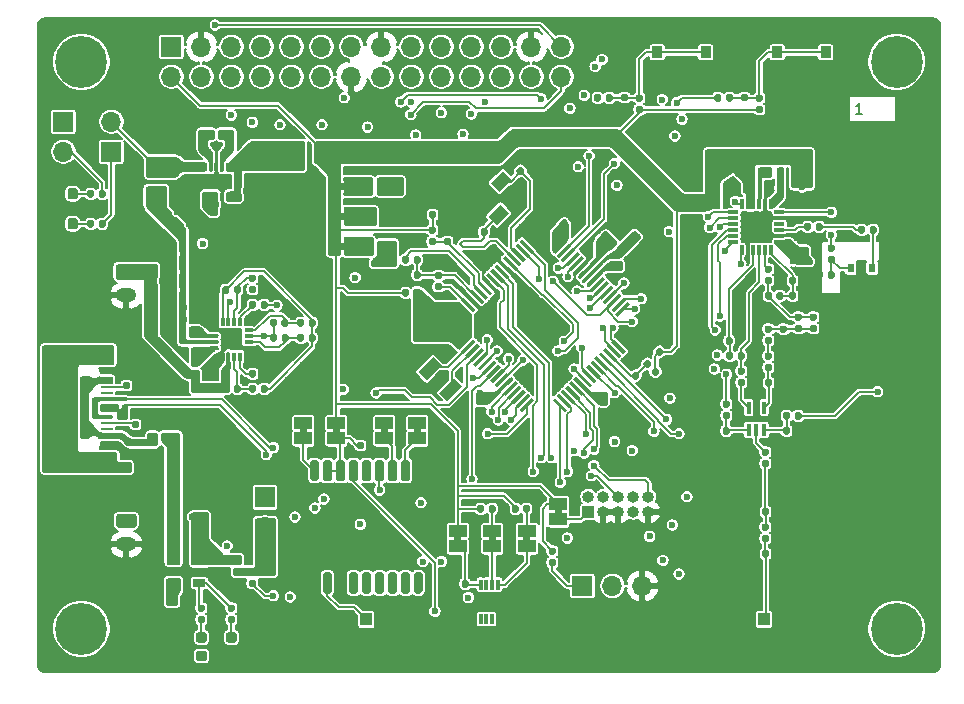
<source format=gbr>
%TF.GenerationSoftware,KiCad,Pcbnew,5.1.6-c6e7f7d~87~ubuntu19.10.1*%
%TF.CreationDate,2020-10-02T13:56:07+02:00*%
%TF.ProjectId,tardigrade,74617264-6967-4726-9164-652e6b696361,rev?*%
%TF.SameCoordinates,Original*%
%TF.FileFunction,Copper,L1,Top*%
%TF.FilePolarity,Positive*%
%FSLAX46Y46*%
G04 Gerber Fmt 4.6, Leading zero omitted, Abs format (unit mm)*
G04 Created by KiCad (PCBNEW 5.1.6-c6e7f7d~87~ubuntu19.10.1) date 2020-10-02 13:56:07*
%MOMM*%
%LPD*%
G01*
G04 APERTURE LIST*
%TA.AperFunction,NonConductor*%
%ADD10C,0.150000*%
%TD*%
%TA.AperFunction,EtchedComponent*%
%ADD11C,0.100000*%
%TD*%
%TA.AperFunction,SMDPad,CuDef*%
%ADD12R,4.550000X1.000000*%
%TD*%
%TA.AperFunction,SMDPad,CuDef*%
%ADD13R,3.800000X1.000000*%
%TD*%
%TA.AperFunction,SMDPad,CuDef*%
%ADD14R,1.000000X3.980000*%
%TD*%
%TA.AperFunction,SMDPad,CuDef*%
%ADD15R,1.000000X3.800000*%
%TD*%
%TA.AperFunction,SMDPad,CuDef*%
%ADD16R,1.000000X1.000000*%
%TD*%
%TA.AperFunction,ComponentPad*%
%ADD17O,1.700000X1.700000*%
%TD*%
%TA.AperFunction,ComponentPad*%
%ADD18R,1.700000X1.700000*%
%TD*%
%TA.AperFunction,SMDPad,CuDef*%
%ADD19C,0.100000*%
%TD*%
%TA.AperFunction,ComponentPad*%
%ADD20C,4.400000*%
%TD*%
%TA.AperFunction,SMDPad,CuDef*%
%ADD21R,0.600000X0.800000*%
%TD*%
%TA.AperFunction,SMDPad,CuDef*%
%ADD22R,0.300000X0.800000*%
%TD*%
%TA.AperFunction,SMDPad,CuDef*%
%ADD23R,0.800000X0.300000*%
%TD*%
%TA.AperFunction,SMDPad,CuDef*%
%ADD24R,1.750000X1.750000*%
%TD*%
%TA.AperFunction,SMDPad,CuDef*%
%ADD25R,1.060000X0.650000*%
%TD*%
%TA.AperFunction,SMDPad,CuDef*%
%ADD26R,0.900000X1.000000*%
%TD*%
%TA.AperFunction,SMDPad,CuDef*%
%ADD27R,1.500000X1.000000*%
%TD*%
%TA.AperFunction,SMDPad,CuDef*%
%ADD28R,1.000000X1.500000*%
%TD*%
%TA.AperFunction,ComponentPad*%
%ADD29O,1.000000X1.000000*%
%TD*%
%TA.AperFunction,ComponentPad*%
%ADD30R,1.000000X1.000000*%
%TD*%
%TA.AperFunction,SMDPad,CuDef*%
%ADD31R,1.000000X0.520000*%
%TD*%
%TA.AperFunction,SMDPad,CuDef*%
%ADD32R,1.000000X0.270000*%
%TD*%
%TA.AperFunction,ComponentPad*%
%ADD33O,2.000000X1.000000*%
%TD*%
%TA.AperFunction,ComponentPad*%
%ADD34O,2.300000X1.000000*%
%TD*%
%TA.AperFunction,SMDPad,CuDef*%
%ADD35R,2.000000X1.000000*%
%TD*%
%TA.AperFunction,SMDPad,CuDef*%
%ADD36R,1.050000X2.200000*%
%TD*%
%TA.AperFunction,SMDPad,CuDef*%
%ADD37R,1.000000X1.050000*%
%TD*%
%TA.AperFunction,ComponentPad*%
%ADD38O,1.750000X1.200000*%
%TD*%
%TA.AperFunction,SMDPad,CuDef*%
%ADD39R,0.300000X0.850000*%
%TD*%
%TA.AperFunction,SMDPad,CuDef*%
%ADD40R,1.600000X1.400000*%
%TD*%
%TA.AperFunction,SMDPad,CuDef*%
%ADD41R,0.400000X1.050000*%
%TD*%
%TA.AperFunction,SMDPad,CuDef*%
%ADD42R,0.850000X0.300000*%
%TD*%
%TA.AperFunction,SMDPad,CuDef*%
%ADD43R,2.650000X2.650000*%
%TD*%
%TA.AperFunction,SMDPad,CuDef*%
%ADD44R,2.100000X1.300000*%
%TD*%
%TA.AperFunction,ViaPad*%
%ADD45C,0.600000*%
%TD*%
%TA.AperFunction,Conductor*%
%ADD46C,0.177800*%
%TD*%
%TA.AperFunction,Conductor*%
%ADD47C,0.146812*%
%TD*%
%TA.AperFunction,Conductor*%
%ADD48C,0.200000*%
%TD*%
G04 APERTURE END LIST*
D10*
X166449842Y-47574942D02*
X165935557Y-47574942D01*
X166192700Y-47574942D02*
X166192700Y-46674942D01*
X166106985Y-46803514D01*
X166021271Y-46889228D01*
X165935557Y-46932085D01*
D11*
%TO.C,JP15*%
G36*
X140416000Y-81530000D02*
G01*
X140416000Y-81030000D01*
X141016000Y-81030000D01*
X141016000Y-81530000D01*
X140416000Y-81530000D01*
G37*
%TO.C,JP14*%
G36*
X121620000Y-74672000D02*
G01*
X121620000Y-74172000D01*
X122220000Y-74172000D01*
X122220000Y-74672000D01*
X121620000Y-74672000D01*
G37*
%TO.C,JP13*%
G36*
X119426000Y-74172000D02*
G01*
X119426000Y-74672000D01*
X118826000Y-74672000D01*
X118826000Y-74172000D01*
X119426000Y-74172000D01*
G37*
%TO.C,JP12*%
G36*
X129078000Y-74172000D02*
G01*
X129078000Y-74672000D01*
X128478000Y-74672000D01*
X128478000Y-74172000D01*
X129078000Y-74172000D01*
G37*
%TO.C,JP11*%
G36*
X126284000Y-74172000D02*
G01*
X126284000Y-74672000D01*
X125684000Y-74672000D01*
X125684000Y-74172000D01*
X126284000Y-74172000D01*
G37*
%TO.C,JP10*%
G36*
X137749000Y-83816000D02*
G01*
X137749000Y-83316000D01*
X138349000Y-83316000D01*
X138349000Y-83816000D01*
X137749000Y-83816000D01*
G37*
%TO.C,JP9*%
G36*
X134828000Y-83816000D02*
G01*
X134828000Y-83316000D01*
X135428000Y-83316000D01*
X135428000Y-83816000D01*
X134828000Y-83816000D01*
G37*
%TO.C,JP8*%
G36*
X131907000Y-83816000D02*
G01*
X131907000Y-83316000D01*
X132507000Y-83316000D01*
X132507000Y-83816000D01*
X131907000Y-83816000D01*
G37*
%TO.C,JP7*%
G36*
X122678000Y-56561000D02*
G01*
X122178000Y-56561000D01*
X122178000Y-55961000D01*
X122678000Y-55961000D01*
X122678000Y-56561000D01*
G37*
%TO.C,JP6*%
G36*
X122678000Y-54021000D02*
G01*
X122178000Y-54021000D01*
X122178000Y-53421000D01*
X122678000Y-53421000D01*
X122678000Y-54021000D01*
G37*
%TO.C,JP5*%
G36*
X122678000Y-59101000D02*
G01*
X122178000Y-59101000D01*
X122178000Y-58501000D01*
X122678000Y-58501000D01*
X122678000Y-59101000D01*
G37*
%TD*%
D12*
%TO.P,J9,1*%
%TO.N,GND*%
X167665000Y-49555000D03*
X167665000Y-78715000D03*
D13*
X161290000Y-49555000D03*
X161290000Y-78715000D03*
D12*
X154915000Y-49555000D03*
X154915000Y-78715000D03*
D14*
X170440000Y-52045000D03*
X152140000Y-52045000D03*
D15*
X170440000Y-58135000D03*
X152140000Y-58135000D03*
X170440000Y-64135000D03*
X152140000Y-64135000D03*
X170440000Y-70135000D03*
X152140000Y-70135000D03*
D14*
X170440000Y-76225000D03*
X152140000Y-76225000D03*
D16*
X170440000Y-78715000D03*
X170440000Y-49555000D03*
X152140000Y-49555000D03*
X152140000Y-78715000D03*
%TD*%
D17*
%TO.P,J8,28*%
%TO.N,EXT_VIN*%
X140970000Y-44450000D03*
%TO.P,J8,27*%
%TO.N,EXT_VBAT*%
X140970000Y-41910000D03*
%TO.P,J8,26*%
%TO.N,VBAT_OK*%
X138430000Y-44450000D03*
%TO.P,J8,25*%
%TO.N,GND*%
X138430000Y-41910000D03*
%TO.P,J8,24*%
%TO.N,MCU_USB0_DP*%
X135890000Y-44450000D03*
%TO.P,J8,23*%
%TO.N,MCU_USB0_DN*%
X135890000Y-41910000D03*
%TO.P,J8,22*%
%TO.N,MCU_UART_RX*%
X133350000Y-44450000D03*
%TO.P,J8,21*%
%TO.N,MCU_UART_TX*%
X133350000Y-41910000D03*
%TO.P,J8,20*%
%TO.N,MCU_PIO0_23*%
X130810000Y-44450000D03*
%TO.P,J8,19*%
%TO.N,MCU_PIO1_3*%
X130810000Y-41910000D03*
%TO.P,J8,18*%
%TO.N,MCU_PIO1_2*%
X128270000Y-44450000D03*
%TO.P,J8,17*%
%TO.N,MCU_PIO1_1*%
X128270000Y-41910000D03*
%TO.P,J8,16*%
%TO.N,MCU_PIO1_0*%
X125730000Y-44450000D03*
%TO.P,J8,15*%
%TO.N,GND*%
X125730000Y-41910000D03*
%TO.P,J8,14*%
X123190000Y-44450000D03*
%TO.P,J8,13*%
%TO.N,MCU_PIO0_31*%
X123190000Y-41910000D03*
%TO.P,J8,12*%
%TO.N,MCU_PIO0_22*%
X120650000Y-44450000D03*
%TO.P,J8,11*%
%TO.N,MCU_PIO0_21*%
X120650000Y-41910000D03*
%TO.P,J8,10*%
%TO.N,MCU_PIO0_20*%
X118110000Y-44450000D03*
%TO.P,J8,9*%
%TO.N,MCU_PIO0_19*%
X118110000Y-41910000D03*
%TO.P,J8,8*%
%TO.N,MCU_PIO0_18*%
X115570000Y-44450000D03*
%TO.P,J8,7*%
%TO.N,MCU_PIO0_16*%
X115570000Y-41910000D03*
%TO.P,J8,6*%
%TO.N,MCU_PIO0_15*%
X113030000Y-44450000D03*
%TO.P,J8,5*%
%TO.N,MCU_PIO0_10*%
X113030000Y-41910000D03*
%TO.P,J8,4*%
%TO.N,MCU_PIO0_9*%
X110490000Y-44450000D03*
%TO.P,J8,3*%
%TO.N,GND*%
X110490000Y-41910000D03*
%TO.P,J8,2*%
%TO.N,SX_VDD*%
X107950000Y-44450000D03*
D18*
%TO.P,J8,1*%
%TO.N,VBUS*%
X107950000Y-41910000D03*
%TD*%
%TA.AperFunction,SMDPad,CuDef*%
D19*
%TO.P,IC2,1*%
%TO.N,SX1262_SCK*%
G36*
X145527472Y-64541697D02*
G01*
X146570454Y-63498715D01*
X146782586Y-63710847D01*
X145739604Y-64753829D01*
X145527472Y-64541697D01*
G37*
%TD.AperFunction*%
%TA.AperFunction,SMDPad,CuDef*%
%TO.P,IC2,2*%
%TO.N,SX1262_NSS*%
G36*
X145173919Y-64188143D02*
G01*
X146216901Y-63145161D01*
X146429033Y-63357293D01*
X145386051Y-64400275D01*
X145173919Y-64188143D01*
G37*
%TD.AperFunction*%
%TA.AperFunction,SMDPad,CuDef*%
%TO.P,IC2,3*%
%TO.N,VBAT_OK*%
G36*
X144820365Y-63834590D02*
G01*
X145863347Y-62791608D01*
X146075479Y-63003740D01*
X145032497Y-64046722D01*
X144820365Y-63834590D01*
G37*
%TD.AperFunction*%
%TA.AperFunction,SMDPad,CuDef*%
%TO.P,IC2,4*%
%TO.N,MCU_PIO1_0*%
G36*
X144466812Y-63481037D02*
G01*
X145509794Y-62438055D01*
X145721926Y-62650187D01*
X144678944Y-63693169D01*
X144466812Y-63481037D01*
G37*
%TD.AperFunction*%
%TA.AperFunction,SMDPad,CuDef*%
%TO.P,IC2,5*%
%TO.N,MCU_SWDIO*%
G36*
X144113259Y-63127483D02*
G01*
X145156241Y-62084501D01*
X145368373Y-62296633D01*
X144325391Y-63339615D01*
X144113259Y-63127483D01*
G37*
%TD.AperFunction*%
%TA.AperFunction,SMDPad,CuDef*%
%TO.P,IC2,6*%
%TO.N,MCU_SWDCLK*%
G36*
X143759705Y-62773930D02*
G01*
X144802687Y-61730948D01*
X145014819Y-61943080D01*
X143971837Y-62986062D01*
X143759705Y-62773930D01*
G37*
%TD.AperFunction*%
%TA.AperFunction,SMDPad,CuDef*%
%TO.P,IC2,7*%
%TO.N,MCU_PIO0_16*%
G36*
X143406152Y-62420376D02*
G01*
X144449134Y-61377394D01*
X144661266Y-61589526D01*
X143618284Y-62632508D01*
X143406152Y-62420376D01*
G37*
%TD.AperFunction*%
%TA.AperFunction,SMDPad,CuDef*%
%TO.P,IC2,8*%
%TO.N,Net-(C12-Pad1)*%
G36*
X143052598Y-62066823D02*
G01*
X144095580Y-61023841D01*
X144307712Y-61235973D01*
X143264730Y-62278955D01*
X143052598Y-62066823D01*
G37*
%TD.AperFunction*%
%TA.AperFunction,SMDPad,CuDef*%
%TO.P,IC2,9*%
%TO.N,Net-(C10-Pad1)*%
G36*
X142699045Y-61713270D02*
G01*
X143742027Y-60670288D01*
X143954159Y-60882420D01*
X142911177Y-61925402D01*
X142699045Y-61713270D01*
G37*
%TD.AperFunction*%
%TA.AperFunction,SMDPad,CuDef*%
%TO.P,IC2,10*%
%TO.N,MCU_VREF*%
G36*
X142345492Y-61359716D02*
G01*
X143388474Y-60316734D01*
X143600606Y-60528866D01*
X142557624Y-61571848D01*
X142345492Y-61359716D01*
G37*
%TD.AperFunction*%
%TA.AperFunction,SMDPad,CuDef*%
%TO.P,IC2,11*%
%TO.N,GND*%
G36*
X141991938Y-61006163D02*
G01*
X143034920Y-59963181D01*
X143247052Y-60175313D01*
X142204070Y-61218295D01*
X141991938Y-61006163D01*
G37*
%TD.AperFunction*%
%TA.AperFunction,SMDPad,CuDef*%
%TO.P,IC2,12*%
%TO.N,MCU_PIO0_23*%
G36*
X141638385Y-60652609D02*
G01*
X142681367Y-59609627D01*
X142893499Y-59821759D01*
X141850517Y-60864741D01*
X141638385Y-60652609D01*
G37*
%TD.AperFunction*%
%TA.AperFunction,SMDPad,CuDef*%
%TO.P,IC2,13*%
%TO.N,MCU_PIO0_10*%
G36*
X141284831Y-60299056D02*
G01*
X142327813Y-59256074D01*
X142539945Y-59468206D01*
X141496963Y-60511188D01*
X141284831Y-60299056D01*
G37*
%TD.AperFunction*%
%TA.AperFunction,SMDPad,CuDef*%
%TO.P,IC2,14*%
%TO.N,MCU_PIO0_15*%
G36*
X140931278Y-59945503D02*
G01*
X141974260Y-58902521D01*
X142186392Y-59114653D01*
X141143410Y-60157635D01*
X140931278Y-59945503D01*
G37*
%TD.AperFunction*%
%TA.AperFunction,SMDPad,CuDef*%
%TO.P,IC2,15*%
%TO.N,MCU_PIO0_31*%
G36*
X140577725Y-59591949D02*
G01*
X141620707Y-58548967D01*
X141832839Y-58761099D01*
X140789857Y-59804081D01*
X140577725Y-59591949D01*
G37*
%TD.AperFunction*%
%TA.AperFunction,SMDPad,CuDef*%
%TO.P,IC2,16*%
%TO.N,Net-(C12-Pad1)*%
G36*
X140224171Y-59238396D02*
G01*
X141267153Y-58195414D01*
X141479285Y-58407546D01*
X140436303Y-59450528D01*
X140224171Y-59238396D01*
G37*
%TD.AperFunction*%
%TA.AperFunction,SMDPad,CuDef*%
%TO.P,IC2,17*%
%TO.N,MCU_SWO*%
G36*
X137624847Y-58195414D02*
G01*
X138667829Y-59238396D01*
X138455697Y-59450528D01*
X137412715Y-58407546D01*
X137624847Y-58195414D01*
G37*
%TD.AperFunction*%
%TA.AperFunction,SMDPad,CuDef*%
%TO.P,IC2,18*%
%TO.N,SE_I2C_SCL*%
G36*
X137271293Y-58548967D02*
G01*
X138314275Y-59591949D01*
X138102143Y-59804081D01*
X137059161Y-58761099D01*
X137271293Y-58548967D01*
G37*
%TD.AperFunction*%
%TA.AperFunction,SMDPad,CuDef*%
%TO.P,IC2,19*%
%TO.N,Net-(C14-Pad1)*%
G36*
X136917740Y-58902521D02*
G01*
X137960722Y-59945503D01*
X137748590Y-60157635D01*
X136705608Y-59114653D01*
X136917740Y-58902521D01*
G37*
%TD.AperFunction*%
%TA.AperFunction,SMDPad,CuDef*%
%TO.P,IC2,20*%
%TO.N,Net-(C19-Pad1)*%
G36*
X136564187Y-59256074D02*
G01*
X137607169Y-60299056D01*
X137395037Y-60511188D01*
X136352055Y-59468206D01*
X136564187Y-59256074D01*
G37*
%TD.AperFunction*%
%TA.AperFunction,SMDPad,CuDef*%
%TO.P,IC2,21*%
%TO.N,MCU_RESET*%
G36*
X136210633Y-59609627D02*
G01*
X137253615Y-60652609D01*
X137041483Y-60864741D01*
X135998501Y-59821759D01*
X136210633Y-59609627D01*
G37*
%TD.AperFunction*%
%TA.AperFunction,SMDPad,CuDef*%
%TO.P,IC2,22*%
%TO.N,GND*%
G36*
X135857080Y-59963181D02*
G01*
X136900062Y-61006163D01*
X136687930Y-61218295D01*
X135644948Y-60175313D01*
X135857080Y-59963181D01*
G37*
%TD.AperFunction*%
%TA.AperFunction,SMDPad,CuDef*%
%TO.P,IC2,23*%
%TO.N,MCU_USB1_DP*%
G36*
X135503526Y-60316734D02*
G01*
X136546508Y-61359716D01*
X136334376Y-61571848D01*
X135291394Y-60528866D01*
X135503526Y-60316734D01*
G37*
%TD.AperFunction*%
%TA.AperFunction,SMDPad,CuDef*%
%TO.P,IC2,24*%
%TO.N,MCU_USB1_DN*%
G36*
X135149973Y-60670288D02*
G01*
X136192955Y-61713270D01*
X135980823Y-61925402D01*
X134937841Y-60882420D01*
X135149973Y-60670288D01*
G37*
%TD.AperFunction*%
%TA.AperFunction,SMDPad,CuDef*%
%TO.P,IC2,25*%
%TO.N,VBUS*%
G36*
X134796420Y-61023841D02*
G01*
X135839402Y-62066823D01*
X135627270Y-62278955D01*
X134584288Y-61235973D01*
X134796420Y-61023841D01*
G37*
%TD.AperFunction*%
%TA.AperFunction,SMDPad,CuDef*%
%TO.P,IC2,26*%
%TO.N,GND*%
G36*
X134442866Y-61377394D02*
G01*
X135485848Y-62420376D01*
X135273716Y-62632508D01*
X134230734Y-61589526D01*
X134442866Y-61377394D01*
G37*
%TD.AperFunction*%
%TA.AperFunction,SMDPad,CuDef*%
%TO.P,IC2,27*%
%TO.N,Net-(C20-Pad1)*%
G36*
X134089313Y-61730948D02*
G01*
X135132295Y-62773930D01*
X134920163Y-62986062D01*
X133877181Y-61943080D01*
X134089313Y-61730948D01*
G37*
%TD.AperFunction*%
%TA.AperFunction,SMDPad,CuDef*%
%TO.P,IC2,28*%
%TO.N,Net-(C21-Pad1)*%
G36*
X133735759Y-62084501D02*
G01*
X134778741Y-63127483D01*
X134566609Y-63339615D01*
X133523627Y-62296633D01*
X133735759Y-62084501D01*
G37*
%TD.AperFunction*%
%TA.AperFunction,SMDPad,CuDef*%
%TO.P,IC2,29*%
%TO.N,Net-(C21-Pad2)*%
G36*
X133382206Y-62438055D02*
G01*
X134425188Y-63481037D01*
X134213056Y-63693169D01*
X133170074Y-62650187D01*
X133382206Y-62438055D01*
G37*
%TD.AperFunction*%
%TA.AperFunction,SMDPad,CuDef*%
%TO.P,IC2,30*%
%TO.N,GND*%
G36*
X133028653Y-62791608D02*
G01*
X134071635Y-63834590D01*
X133859503Y-64046722D01*
X132816521Y-63003740D01*
X133028653Y-62791608D01*
G37*
%TD.AperFunction*%
%TA.AperFunction,SMDPad,CuDef*%
%TO.P,IC2,31*%
%TO.N,Net-(IC2-Pad31)*%
G36*
X132675099Y-63145161D02*
G01*
X133718081Y-64188143D01*
X133505949Y-64400275D01*
X132462967Y-63357293D01*
X132675099Y-63145161D01*
G37*
%TD.AperFunction*%
%TA.AperFunction,SMDPad,CuDef*%
%TO.P,IC2,32*%
%TO.N,Net-(C24-Pad1)*%
G36*
X132321546Y-63498715D02*
G01*
X133364528Y-64541697D01*
X133152396Y-64753829D01*
X132109414Y-63710847D01*
X132321546Y-63498715D01*
G37*
%TD.AperFunction*%
%TA.AperFunction,SMDPad,CuDef*%
%TO.P,IC2,33*%
G36*
X132109414Y-67353153D02*
G01*
X133152396Y-66310171D01*
X133364528Y-66522303D01*
X132321546Y-67565285D01*
X132109414Y-67353153D01*
G37*
%TD.AperFunction*%
%TA.AperFunction,SMDPad,CuDef*%
%TO.P,IC2,34*%
%TO.N,Net-(IC2-Pad34)*%
G36*
X132462967Y-67706707D02*
G01*
X133505949Y-66663725D01*
X133718081Y-66875857D01*
X132675099Y-67918839D01*
X132462967Y-67706707D01*
G37*
%TD.AperFunction*%
%TA.AperFunction,SMDPad,CuDef*%
%TO.P,IC2,35*%
%TO.N,Net-(IC2-Pad35)*%
G36*
X132816521Y-68060260D02*
G01*
X133859503Y-67017278D01*
X134071635Y-67229410D01*
X133028653Y-68272392D01*
X132816521Y-68060260D01*
G37*
%TD.AperFunction*%
%TA.AperFunction,SMDPad,CuDef*%
%TO.P,IC2,36*%
%TO.N,GNSS_PPS*%
G36*
X133170074Y-68413813D02*
G01*
X134213056Y-67370831D01*
X134425188Y-67582963D01*
X133382206Y-68625945D01*
X133170074Y-68413813D01*
G37*
%TD.AperFunction*%
%TA.AperFunction,SMDPad,CuDef*%
%TO.P,IC2,37*%
%TO.N,MCU_PIO0_9*%
G36*
X133523627Y-68767367D02*
G01*
X134566609Y-67724385D01*
X134778741Y-67936517D01*
X133735759Y-68979499D01*
X133523627Y-68767367D01*
G37*
%TD.AperFunction*%
%TA.AperFunction,SMDPad,CuDef*%
%TO.P,IC2,38*%
%TO.N,MCU_PIO0_18*%
G36*
X133877181Y-69120920D02*
G01*
X134920163Y-68077938D01*
X135132295Y-68290070D01*
X134089313Y-69333052D01*
X133877181Y-69120920D01*
G37*
%TD.AperFunction*%
%TA.AperFunction,SMDPad,CuDef*%
%TO.P,IC2,39*%
%TO.N,MCU_PIO1_1*%
G36*
X134230734Y-69474474D02*
G01*
X135273716Y-68431492D01*
X135485848Y-68643624D01*
X134442866Y-69686606D01*
X134230734Y-69474474D01*
G37*
%TD.AperFunction*%
%TA.AperFunction,SMDPad,CuDef*%
%TO.P,IC2,40*%
%TO.N,SE_I2C_SDA*%
G36*
X134584288Y-69828027D02*
G01*
X135627270Y-68785045D01*
X135839402Y-68997177D01*
X134796420Y-70040159D01*
X134584288Y-69828027D01*
G37*
%TD.AperFunction*%
%TA.AperFunction,SMDPad,CuDef*%
%TO.P,IC2,41*%
%TO.N,MCU_PIO1_2*%
G36*
X134937841Y-70181580D02*
G01*
X135980823Y-69138598D01*
X136192955Y-69350730D01*
X135149973Y-70393712D01*
X134937841Y-70181580D01*
G37*
%TD.AperFunction*%
%TA.AperFunction,SMDPad,CuDef*%
%TO.P,IC2,42*%
%TO.N,MCU_PIO1_3*%
G36*
X135291394Y-70535134D02*
G01*
X136334376Y-69492152D01*
X136546508Y-69704284D01*
X135503526Y-70747266D01*
X135291394Y-70535134D01*
G37*
%TD.AperFunction*%
%TA.AperFunction,SMDPad,CuDef*%
%TO.P,IC2,43*%
%TO.N,Net-(C12-Pad1)*%
G36*
X135644948Y-70888687D02*
G01*
X136687930Y-69845705D01*
X136900062Y-70057837D01*
X135857080Y-71100819D01*
X135644948Y-70888687D01*
G37*
%TD.AperFunction*%
%TA.AperFunction,SMDPad,CuDef*%
%TO.P,IC2,44*%
%TO.N,SX1262_DIO1*%
G36*
X135998501Y-71242241D02*
G01*
X137041483Y-70199259D01*
X137253615Y-70411391D01*
X136210633Y-71454373D01*
X135998501Y-71242241D01*
G37*
%TD.AperFunction*%
%TA.AperFunction,SMDPad,CuDef*%
%TO.P,IC2,45*%
%TO.N,SX1262_BUSY*%
G36*
X136352055Y-71595794D02*
G01*
X137395037Y-70552812D01*
X137607169Y-70764944D01*
X136564187Y-71807926D01*
X136352055Y-71595794D01*
G37*
%TD.AperFunction*%
%TA.AperFunction,SMDPad,CuDef*%
%TO.P,IC2,46*%
%TO.N,SX1262_MOSI*%
G36*
X136705608Y-71949347D02*
G01*
X137748590Y-70906365D01*
X137960722Y-71118497D01*
X136917740Y-72161479D01*
X136705608Y-71949347D01*
G37*
%TD.AperFunction*%
%TA.AperFunction,SMDPad,CuDef*%
%TO.P,IC2,47*%
%TO.N,SX1262_MISO*%
G36*
X137059161Y-72302901D02*
G01*
X138102143Y-71259919D01*
X138314275Y-71472051D01*
X137271293Y-72515033D01*
X137059161Y-72302901D01*
G37*
%TD.AperFunction*%
%TA.AperFunction,SMDPad,CuDef*%
%TO.P,IC2,48*%
%TO.N,MCU_PIO0_20*%
G36*
X137412715Y-72656454D02*
G01*
X138455697Y-71613472D01*
X138667829Y-71825604D01*
X137624847Y-72868586D01*
X137412715Y-72656454D01*
G37*
%TD.AperFunction*%
%TA.AperFunction,SMDPad,CuDef*%
%TO.P,IC2,49*%
%TO.N,MCU_PIO0_21*%
G36*
X140436303Y-71613472D02*
G01*
X141479285Y-72656454D01*
X141267153Y-72868586D01*
X140224171Y-71825604D01*
X140436303Y-71613472D01*
G37*
%TD.AperFunction*%
%TA.AperFunction,SMDPad,CuDef*%
%TO.P,IC2,50*%
%TO.N,MCU_PIO0_22*%
G36*
X140789857Y-71259919D02*
G01*
X141832839Y-72302901D01*
X141620707Y-72515033D01*
X140577725Y-71472051D01*
X140789857Y-71259919D01*
G37*
%TD.AperFunction*%
%TA.AperFunction,SMDPad,CuDef*%
%TO.P,IC2,51*%
%TO.N,SX1262_NRESET*%
G36*
X141143410Y-70906365D02*
G01*
X142186392Y-71949347D01*
X141974260Y-72161479D01*
X140931278Y-71118497D01*
X141143410Y-70906365D01*
G37*
%TD.AperFunction*%
%TA.AperFunction,SMDPad,CuDef*%
%TO.P,IC2,52*%
%TO.N,GNSS_RX*%
G36*
X141496963Y-70552812D02*
G01*
X142539945Y-71595794D01*
X142327813Y-71807926D01*
X141284831Y-70764944D01*
X141496963Y-70552812D01*
G37*
%TD.AperFunction*%
%TA.AperFunction,SMDPad,CuDef*%
%TO.P,IC2,53*%
%TO.N,GNSS_TX*%
G36*
X141850517Y-70199259D02*
G01*
X142893499Y-71242241D01*
X142681367Y-71454373D01*
X141638385Y-70411391D01*
X141850517Y-70199259D01*
G37*
%TD.AperFunction*%
%TA.AperFunction,SMDPad,CuDef*%
%TO.P,IC2,54*%
%TO.N,Net-(C12-Pad1)*%
G36*
X142204070Y-69845705D02*
G01*
X143247052Y-70888687D01*
X143034920Y-71100819D01*
X141991938Y-70057837D01*
X142204070Y-69845705D01*
G37*
%TD.AperFunction*%
%TA.AperFunction,SMDPad,CuDef*%
%TO.P,IC2,55*%
%TO.N,GNSS_NRESET*%
G36*
X142557624Y-69492152D02*
G01*
X143600606Y-70535134D01*
X143388474Y-70747266D01*
X142345492Y-69704284D01*
X142557624Y-69492152D01*
G37*
%TD.AperFunction*%
%TA.AperFunction,SMDPad,CuDef*%
%TO.P,IC2,56*%
%TO.N,MCU_ISP_MODE*%
G36*
X142911177Y-69138598D02*
G01*
X143954159Y-70181580D01*
X143742027Y-70393712D01*
X142699045Y-69350730D01*
X142911177Y-69138598D01*
G37*
%TD.AperFunction*%
%TA.AperFunction,SMDPad,CuDef*%
%TO.P,IC2,57*%
%TO.N,LORA_ANT_SW*%
G36*
X143264730Y-68785045D02*
G01*
X144307712Y-69828027D01*
X144095580Y-70040159D01*
X143052598Y-68997177D01*
X143264730Y-68785045D01*
G37*
%TD.AperFunction*%
%TA.AperFunction,SMDPad,CuDef*%
%TO.P,IC2,58*%
%TO.N,MCU_PIO0_19*%
G36*
X143618284Y-68431492D02*
G01*
X144661266Y-69474474D01*
X144449134Y-69686606D01*
X143406152Y-68643624D01*
X143618284Y-68431492D01*
G37*
%TD.AperFunction*%
%TA.AperFunction,SMDPad,CuDef*%
%TO.P,IC2,59*%
%TO.N,MCU_UART_RX*%
G36*
X143971837Y-68077938D02*
G01*
X145014819Y-69120920D01*
X144802687Y-69333052D01*
X143759705Y-68290070D01*
X143971837Y-68077938D01*
G37*
%TD.AperFunction*%
%TA.AperFunction,SMDPad,CuDef*%
%TO.P,IC2,60*%
%TO.N,MCU_UART_TX*%
G36*
X144325391Y-67724385D02*
G01*
X145368373Y-68767367D01*
X145156241Y-68979499D01*
X144113259Y-67936517D01*
X144325391Y-67724385D01*
G37*
%TD.AperFunction*%
%TA.AperFunction,SMDPad,CuDef*%
%TO.P,IC2,61*%
%TO.N,Net-(C18-Pad1)*%
G36*
X144678944Y-67370831D02*
G01*
X145721926Y-68413813D01*
X145509794Y-68625945D01*
X144466812Y-67582963D01*
X144678944Y-67370831D01*
G37*
%TD.AperFunction*%
%TA.AperFunction,SMDPad,CuDef*%
%TO.P,IC2,62*%
%TO.N,MCU_USB0_DP*%
G36*
X145032497Y-67017278D02*
G01*
X146075479Y-68060260D01*
X145863347Y-68272392D01*
X144820365Y-67229410D01*
X145032497Y-67017278D01*
G37*
%TD.AperFunction*%
%TA.AperFunction,SMDPad,CuDef*%
%TO.P,IC2,63*%
%TO.N,MCU_USB0_DN*%
G36*
X145386051Y-66663725D02*
G01*
X146429033Y-67706707D01*
X146216901Y-67918839D01*
X145173919Y-66875857D01*
X145386051Y-66663725D01*
G37*
%TD.AperFunction*%
%TA.AperFunction,SMDPad,CuDef*%
%TO.P,IC2,64*%
%TO.N,GND*%
G36*
X145739604Y-66310171D02*
G01*
X146782586Y-67353153D01*
X146570454Y-67565285D01*
X145527472Y-66522303D01*
X145739604Y-66310171D01*
G37*
%TD.AperFunction*%
%TA.AperFunction,SMDPad,CuDef*%
%TO.P,IC2,65*%
G36*
X139446000Y-63262187D02*
G01*
X141715813Y-65532000D01*
X139446000Y-67801813D01*
X137176187Y-65532000D01*
X139446000Y-63262187D01*
G37*
%TD.AperFunction*%
%TD*%
%TO.P,R4,2*%
%TO.N,BQ_AVSS*%
%TA.AperFunction,SMDPad,CuDef*%
G36*
G01*
X115506000Y-71038500D02*
X115506000Y-70693500D01*
G75*
G02*
X115653500Y-70546000I147500J0D01*
G01*
X115948500Y-70546000D01*
G75*
G02*
X116096000Y-70693500I0J-147500D01*
G01*
X116096000Y-71038500D01*
G75*
G02*
X115948500Y-71186000I-147500J0D01*
G01*
X115653500Y-71186000D01*
G75*
G02*
X115506000Y-71038500I0J147500D01*
G01*
G37*
%TD.AperFunction*%
%TO.P,R4,1*%
%TO.N,Net-(R3-Pad2)*%
%TA.AperFunction,SMDPad,CuDef*%
G36*
G01*
X114536000Y-71038500D02*
X114536000Y-70693500D01*
G75*
G02*
X114683500Y-70546000I147500J0D01*
G01*
X114978500Y-70546000D01*
G75*
G02*
X115126000Y-70693500I0J-147500D01*
G01*
X115126000Y-71038500D01*
G75*
G02*
X114978500Y-71186000I-147500J0D01*
G01*
X114683500Y-71186000D01*
G75*
G02*
X114536000Y-71038500I0J147500D01*
G01*
G37*
%TD.AperFunction*%
%TD*%
%TO.P,C19,2*%
%TO.N,GND*%
%TA.AperFunction,SMDPad,CuDef*%
G36*
G01*
X133744700Y-57409300D02*
X133744700Y-57754300D01*
G75*
G02*
X133597200Y-57901800I-147500J0D01*
G01*
X133302200Y-57901800D01*
G75*
G02*
X133154700Y-57754300I0J147500D01*
G01*
X133154700Y-57409300D01*
G75*
G02*
X133302200Y-57261800I147500J0D01*
G01*
X133597200Y-57261800D01*
G75*
G02*
X133744700Y-57409300I0J-147500D01*
G01*
G37*
%TD.AperFunction*%
%TO.P,C19,1*%
%TO.N,Net-(C19-Pad1)*%
%TA.AperFunction,SMDPad,CuDef*%
G36*
G01*
X134714700Y-57409300D02*
X134714700Y-57754300D01*
G75*
G02*
X134567200Y-57901800I-147500J0D01*
G01*
X134272200Y-57901800D01*
G75*
G02*
X134124700Y-57754300I0J147500D01*
G01*
X134124700Y-57409300D01*
G75*
G02*
X134272200Y-57261800I147500J0D01*
G01*
X134567200Y-57261800D01*
G75*
G02*
X134714700Y-57409300I0J-147500D01*
G01*
G37*
%TD.AperFunction*%
%TD*%
D20*
%TO.P,H2,1*%
%TO.N,N/C*%
X169341800Y-43180000D03*
%TD*%
%TO.P,C38,2*%
%TO.N,Net-(C35-Pad1)*%
%TA.AperFunction,SMDPad,CuDef*%
G36*
G01*
X158668500Y-66104000D02*
X158323500Y-66104000D01*
G75*
G02*
X158176000Y-65956500I0J147500D01*
G01*
X158176000Y-65661500D01*
G75*
G02*
X158323500Y-65514000I147500J0D01*
G01*
X158668500Y-65514000D01*
G75*
G02*
X158816000Y-65661500I0J-147500D01*
G01*
X158816000Y-65956500D01*
G75*
G02*
X158668500Y-66104000I-147500J0D01*
G01*
G37*
%TD.AperFunction*%
%TO.P,C38,1*%
%TO.N,Net-(C38-Pad1)*%
%TA.AperFunction,SMDPad,CuDef*%
G36*
G01*
X158668500Y-67074000D02*
X158323500Y-67074000D01*
G75*
G02*
X158176000Y-66926500I0J147500D01*
G01*
X158176000Y-66631500D01*
G75*
G02*
X158323500Y-66484000I147500J0D01*
G01*
X158668500Y-66484000D01*
G75*
G02*
X158816000Y-66631500I0J-147500D01*
G01*
X158816000Y-66926500D01*
G75*
G02*
X158668500Y-67074000I-147500J0D01*
G01*
G37*
%TD.AperFunction*%
%TD*%
%TO.P,C37,2*%
%TO.N,Net-(C35-Pad1)*%
%TA.AperFunction,SMDPad,CuDef*%
G36*
G01*
X159938500Y-66104000D02*
X159593500Y-66104000D01*
G75*
G02*
X159446000Y-65956500I0J147500D01*
G01*
X159446000Y-65661500D01*
G75*
G02*
X159593500Y-65514000I147500J0D01*
G01*
X159938500Y-65514000D01*
G75*
G02*
X160086000Y-65661500I0J-147500D01*
G01*
X160086000Y-65956500D01*
G75*
G02*
X159938500Y-66104000I-147500J0D01*
G01*
G37*
%TD.AperFunction*%
%TO.P,C37,1*%
%TO.N,GND*%
%TA.AperFunction,SMDPad,CuDef*%
G36*
G01*
X159938500Y-67074000D02*
X159593500Y-67074000D01*
G75*
G02*
X159446000Y-66926500I0J147500D01*
G01*
X159446000Y-66631500D01*
G75*
G02*
X159593500Y-66484000I147500J0D01*
G01*
X159938500Y-66484000D01*
G75*
G02*
X160086000Y-66631500I0J-147500D01*
G01*
X160086000Y-66926500D01*
G75*
G02*
X159938500Y-67074000I-147500J0D01*
G01*
G37*
%TD.AperFunction*%
%TD*%
D21*
%TO.P,Y3,1*%
%TO.N,GND*%
X165470000Y-61814000D03*
%TO.P,Y3,2*%
X167270000Y-61814000D03*
%TO.P,Y3,3*%
%TO.N,Net-(C30-Pad2)*%
X167270000Y-60614000D03*
%TO.P,Y3,4*%
%TO.N,Net-(C27-Pad2)*%
X165470000Y-60614000D03*
%TD*%
%TA.AperFunction,SMDPad,CuDef*%
D19*
%TO.P,Y2,1*%
%TO.N,Net-(IC2-Pad35)*%
G36*
X132587849Y-70659357D02*
G01*
X131315057Y-71932149D01*
X130607951Y-71225043D01*
X131880743Y-69952251D01*
X132587849Y-70659357D01*
G37*
%TD.AperFunction*%
%TA.AperFunction,SMDPad,CuDef*%
%TO.P,Y2,2*%
%TO.N,Net-(IC2-Pad34)*%
G36*
X130820083Y-68891591D02*
G01*
X129547291Y-70164383D01*
X128840185Y-69457277D01*
X130112977Y-68184485D01*
X130820083Y-68891591D01*
G37*
%TD.AperFunction*%
%TD*%
%TA.AperFunction,SMDPad,CuDef*%
%TO.P,Y1,1*%
%TO.N,Net-(C14-Pad1)*%
G36*
X134985183Y-53464207D02*
G01*
X136010487Y-52438903D01*
X136752949Y-53181365D01*
X135727645Y-54206669D01*
X134985183Y-53464207D01*
G37*
%TD.AperFunction*%
%TA.AperFunction,SMDPad,CuDef*%
%TO.P,Y1,2*%
%TO.N,GND*%
G36*
X133464903Y-54984487D02*
G01*
X134490207Y-53959183D01*
X135232669Y-54701645D01*
X134207365Y-55726949D01*
X133464903Y-54984487D01*
G37*
%TD.AperFunction*%
%TA.AperFunction,SMDPad,CuDef*%
%TO.P,Y1,3*%
%TO.N,Net-(C19-Pad1)*%
G36*
X134773051Y-56292635D02*
G01*
X135798355Y-55267331D01*
X136540817Y-56009793D01*
X135515513Y-57035097D01*
X134773051Y-56292635D01*
G37*
%TD.AperFunction*%
%TA.AperFunction,SMDPad,CuDef*%
%TO.P,Y1,4*%
%TO.N,GND*%
G36*
X136293331Y-54772355D02*
G01*
X137318635Y-53747051D01*
X138061097Y-54489513D01*
X137035793Y-55514817D01*
X136293331Y-54772355D01*
G37*
%TD.AperFunction*%
%TD*%
%TO.P,U3,18*%
%TO.N,Net-(U3-Pad18)*%
%TA.AperFunction,SMDPad,CuDef*%
G36*
G01*
X128685000Y-86400000D02*
X129035000Y-86400000D01*
G75*
G02*
X129210000Y-86575000I0J-175000D01*
G01*
X129210000Y-88025000D01*
G75*
G02*
X129035000Y-88200000I-175000J0D01*
G01*
X128685000Y-88200000D01*
G75*
G02*
X128510000Y-88025000I0J175000D01*
G01*
X128510000Y-86575000D01*
G75*
G02*
X128685000Y-86400000I175000J0D01*
G01*
G37*
%TD.AperFunction*%
%TO.P,U3,17*%
%TO.N,Net-(U3-Pad17)*%
%TA.AperFunction,SMDPad,CuDef*%
G36*
G01*
X127560000Y-86400000D02*
X127960000Y-86400000D01*
G75*
G02*
X128160000Y-86600000I0J-200000D01*
G01*
X128160000Y-88000000D01*
G75*
G02*
X127960000Y-88200000I-200000J0D01*
G01*
X127560000Y-88200000D01*
G75*
G02*
X127360000Y-88000000I0J200000D01*
G01*
X127360000Y-86600000D01*
G75*
G02*
X127560000Y-86400000I200000J0D01*
G01*
G37*
%TD.AperFunction*%
%TO.P,U3,16*%
%TO.N,Net-(U3-Pad16)*%
%TA.AperFunction,SMDPad,CuDef*%
G36*
G01*
X126460000Y-86400000D02*
X126860000Y-86400000D01*
G75*
G02*
X127060000Y-86600000I0J-200000D01*
G01*
X127060000Y-88000000D01*
G75*
G02*
X126860000Y-88200000I-200000J0D01*
G01*
X126460000Y-88200000D01*
G75*
G02*
X126260000Y-88000000I0J200000D01*
G01*
X126260000Y-86600000D01*
G75*
G02*
X126460000Y-86400000I200000J0D01*
G01*
G37*
%TD.AperFunction*%
%TO.P,U3,15*%
%TO.N,Net-(U3-Pad15)*%
%TA.AperFunction,SMDPad,CuDef*%
G36*
G01*
X125360000Y-86400000D02*
X125760000Y-86400000D01*
G75*
G02*
X125960000Y-86600000I0J-200000D01*
G01*
X125960000Y-88000000D01*
G75*
G02*
X125760000Y-88200000I-200000J0D01*
G01*
X125360000Y-88200000D01*
G75*
G02*
X125160000Y-88000000I0J200000D01*
G01*
X125160000Y-86600000D01*
G75*
G02*
X125360000Y-86400000I200000J0D01*
G01*
G37*
%TD.AperFunction*%
%TO.P,U3,14*%
%TO.N,Net-(U3-Pad14)*%
%TA.AperFunction,SMDPad,CuDef*%
G36*
G01*
X124260000Y-86400000D02*
X124660000Y-86400000D01*
G75*
G02*
X124860000Y-86600000I0J-200000D01*
G01*
X124860000Y-88000000D01*
G75*
G02*
X124660000Y-88200000I-200000J0D01*
G01*
X124260000Y-88200000D01*
G75*
G02*
X124060000Y-88000000I0J200000D01*
G01*
X124060000Y-86600000D01*
G75*
G02*
X124260000Y-86400000I200000J0D01*
G01*
G37*
%TD.AperFunction*%
%TO.P,U3,13*%
%TO.N,Net-(U3-Pad13)*%
%TA.AperFunction,SMDPad,CuDef*%
G36*
G01*
X123160000Y-86400000D02*
X123560000Y-86400000D01*
G75*
G02*
X123760000Y-86600000I0J-200000D01*
G01*
X123760000Y-88000000D01*
G75*
G02*
X123560000Y-88200000I-200000J0D01*
G01*
X123160000Y-88200000D01*
G75*
G02*
X122960000Y-88000000I0J200000D01*
G01*
X122960000Y-86600000D01*
G75*
G02*
X123160000Y-86400000I200000J0D01*
G01*
G37*
%TD.AperFunction*%
%TO.P,U3,12*%
%TO.N,GND*%
%TA.AperFunction,SMDPad,CuDef*%
G36*
G01*
X122060000Y-86400000D02*
X122460000Y-86400000D01*
G75*
G02*
X122660000Y-86600000I0J-200000D01*
G01*
X122660000Y-88000000D01*
G75*
G02*
X122460000Y-88200000I-200000J0D01*
G01*
X122060000Y-88200000D01*
G75*
G02*
X121860000Y-88000000I0J200000D01*
G01*
X121860000Y-86600000D01*
G75*
G02*
X122060000Y-86400000I200000J0D01*
G01*
G37*
%TD.AperFunction*%
%TO.P,U3,11*%
%TO.N,Net-(J4-Pad1)*%
%TA.AperFunction,SMDPad,CuDef*%
G36*
G01*
X120960000Y-86400000D02*
X121360000Y-86400000D01*
G75*
G02*
X121560000Y-86600000I0J-200000D01*
G01*
X121560000Y-88000000D01*
G75*
G02*
X121360000Y-88200000I-200000J0D01*
G01*
X120960000Y-88200000D01*
G75*
G02*
X120760000Y-88000000I0J200000D01*
G01*
X120760000Y-86600000D01*
G75*
G02*
X120960000Y-86400000I200000J0D01*
G01*
G37*
%TD.AperFunction*%
%TO.P,U3,10*%
%TO.N,GND*%
%TA.AperFunction,SMDPad,CuDef*%
G36*
G01*
X119885000Y-86400000D02*
X120235000Y-86400000D01*
G75*
G02*
X120410000Y-86575000I0J-175000D01*
G01*
X120410000Y-88025000D01*
G75*
G02*
X120235000Y-88200000I-175000J0D01*
G01*
X119885000Y-88200000D01*
G75*
G02*
X119710000Y-88025000I0J175000D01*
G01*
X119710000Y-86575000D01*
G75*
G02*
X119885000Y-86400000I175000J0D01*
G01*
G37*
%TD.AperFunction*%
%TO.P,U3,9*%
%TO.N,Net-(JP13-Pad2)*%
%TA.AperFunction,SMDPad,CuDef*%
G36*
G01*
X119885000Y-76900000D02*
X120235000Y-76900000D01*
G75*
G02*
X120410000Y-77075000I0J-175000D01*
G01*
X120410000Y-78525000D01*
G75*
G02*
X120235000Y-78700000I-175000J0D01*
G01*
X119885000Y-78700000D01*
G75*
G02*
X119710000Y-78525000I0J175000D01*
G01*
X119710000Y-77075000D01*
G75*
G02*
X119885000Y-76900000I175000J0D01*
G01*
G37*
%TD.AperFunction*%
%TO.P,U3,8*%
%TO.N,Net-(C47-Pad1)*%
%TA.AperFunction,SMDPad,CuDef*%
G36*
G01*
X120960000Y-76900000D02*
X121360000Y-76900000D01*
G75*
G02*
X121560000Y-77100000I0J-200000D01*
G01*
X121560000Y-78500000D01*
G75*
G02*
X121360000Y-78700000I-200000J0D01*
G01*
X120960000Y-78700000D01*
G75*
G02*
X120760000Y-78500000I0J200000D01*
G01*
X120760000Y-77100000D01*
G75*
G02*
X120960000Y-76900000I200000J0D01*
G01*
G37*
%TD.AperFunction*%
%TO.P,U3,7*%
%TA.AperFunction,SMDPad,CuDef*%
G36*
G01*
X122060000Y-76900000D02*
X122460000Y-76900000D01*
G75*
G02*
X122660000Y-77100000I0J-200000D01*
G01*
X122660000Y-78500000D01*
G75*
G02*
X122460000Y-78700000I-200000J0D01*
G01*
X122060000Y-78700000D01*
G75*
G02*
X121860000Y-78500000I0J200000D01*
G01*
X121860000Y-77100000D01*
G75*
G02*
X122060000Y-76900000I200000J0D01*
G01*
G37*
%TD.AperFunction*%
%TO.P,U3,6*%
%TO.N,Net-(U3-Pad6)*%
%TA.AperFunction,SMDPad,CuDef*%
G36*
G01*
X123160000Y-76900000D02*
X123560000Y-76900000D01*
G75*
G02*
X123760000Y-77100000I0J-200000D01*
G01*
X123760000Y-78500000D01*
G75*
G02*
X123560000Y-78700000I-200000J0D01*
G01*
X123160000Y-78700000D01*
G75*
G02*
X122960000Y-78500000I0J200000D01*
G01*
X122960000Y-77100000D01*
G75*
G02*
X123160000Y-76900000I200000J0D01*
G01*
G37*
%TD.AperFunction*%
%TO.P,U3,5*%
%TO.N,Net-(U3-Pad5)*%
%TA.AperFunction,SMDPad,CuDef*%
G36*
G01*
X124260000Y-76900000D02*
X124660000Y-76900000D01*
G75*
G02*
X124860000Y-77100000I0J-200000D01*
G01*
X124860000Y-78500000D01*
G75*
G02*
X124660000Y-78700000I-200000J0D01*
G01*
X124260000Y-78700000D01*
G75*
G02*
X124060000Y-78500000I0J200000D01*
G01*
X124060000Y-77100000D01*
G75*
G02*
X124260000Y-76900000I200000J0D01*
G01*
G37*
%TD.AperFunction*%
%TO.P,U3,4*%
%TO.N,GNSS_PPS*%
%TA.AperFunction,SMDPad,CuDef*%
G36*
G01*
X125360000Y-76900000D02*
X125760000Y-76900000D01*
G75*
G02*
X125960000Y-77100000I0J-200000D01*
G01*
X125960000Y-78500000D01*
G75*
G02*
X125760000Y-78700000I-200000J0D01*
G01*
X125360000Y-78700000D01*
G75*
G02*
X125160000Y-78500000I0J200000D01*
G01*
X125160000Y-77100000D01*
G75*
G02*
X125360000Y-76900000I200000J0D01*
G01*
G37*
%TD.AperFunction*%
%TO.P,U3,3*%
%TO.N,Net-(JP11-Pad2)*%
%TA.AperFunction,SMDPad,CuDef*%
G36*
G01*
X126460000Y-76900000D02*
X126860000Y-76900000D01*
G75*
G02*
X127060000Y-77100000I0J-200000D01*
G01*
X127060000Y-78500000D01*
G75*
G02*
X126860000Y-78700000I-200000J0D01*
G01*
X126460000Y-78700000D01*
G75*
G02*
X126260000Y-78500000I0J200000D01*
G01*
X126260000Y-77100000D01*
G75*
G02*
X126460000Y-76900000I200000J0D01*
G01*
G37*
%TD.AperFunction*%
%TO.P,U3,2*%
%TO.N,Net-(JP12-Pad2)*%
%TA.AperFunction,SMDPad,CuDef*%
G36*
G01*
X127560000Y-76900000D02*
X127960000Y-76900000D01*
G75*
G02*
X128160000Y-77100000I0J-200000D01*
G01*
X128160000Y-78500000D01*
G75*
G02*
X127960000Y-78700000I-200000J0D01*
G01*
X127560000Y-78700000D01*
G75*
G02*
X127360000Y-78500000I0J200000D01*
G01*
X127360000Y-77100000D01*
G75*
G02*
X127560000Y-76900000I200000J0D01*
G01*
G37*
%TD.AperFunction*%
%TO.P,U3,1*%
%TO.N,GND*%
%TA.AperFunction,SMDPad,CuDef*%
G36*
G01*
X128685000Y-76900000D02*
X129035000Y-76900000D01*
G75*
G02*
X129210000Y-77075000I0J-175000D01*
G01*
X129210000Y-78525000D01*
G75*
G02*
X129035000Y-78700000I-175000J0D01*
G01*
X128685000Y-78700000D01*
G75*
G02*
X128510000Y-78525000I0J175000D01*
G01*
X128510000Y-77075000D01*
G75*
G02*
X128685000Y-76900000I175000J0D01*
G01*
G37*
%TD.AperFunction*%
%TD*%
D22*
%TO.P,U2,1*%
%TO.N,GND*%
X112280000Y-68175000D03*
%TO.P,U2,2*%
%TO.N,EXT_VIN*%
X112780000Y-68175000D03*
%TO.P,U2,3*%
%TO.N,Net-(R3-Pad2)*%
X113280000Y-68175000D03*
%TO.P,U2,4*%
%TO.N,Net-(C3-Pad1)*%
X113780000Y-68175000D03*
D23*
%TO.P,U2,5*%
%TO.N,GND*%
X114530000Y-67425000D03*
%TO.P,U2,6*%
%TO.N,Net-(R6-Pad1)*%
X114530000Y-66925000D03*
%TO.P,U2,7*%
%TO.N,Net-(R12-Pad2)*%
X114530000Y-66425000D03*
%TO.P,U2,8*%
%TO.N,Net-(R10-Pad2)*%
X114530000Y-65925000D03*
D22*
%TO.P,U2,9*%
%TO.N,Net-(R12-Pad1)*%
X113780000Y-65175000D03*
%TO.P,U2,10*%
%TO.N,Net-(R13-Pad2)*%
X113280000Y-65175000D03*
%TO.P,U2,11*%
%TO.N,VBAT_OK*%
X112780000Y-65175000D03*
%TO.P,U2,12*%
%TO.N,BQ_AVSS*%
X112280000Y-65175000D03*
D23*
%TO.P,U2,13*%
%TO.N,GND*%
X111530000Y-65925000D03*
%TO.P,U2,14*%
%TO.N,Net-(JP1-Pad1)*%
X111530000Y-66425000D03*
%TO.P,U2,15*%
%TO.N,Net-(C4-Pad1)*%
X111530000Y-66925000D03*
%TO.P,U2,16*%
%TO.N,Net-(L1-Pad2)*%
X111530000Y-67425000D03*
D24*
%TO.P,U2,17*%
%TO.N,GND*%
X113030000Y-66675000D03*
%TD*%
D25*
%TO.P,U1,1*%
%TO.N,Net-(R2-Pad2)*%
X110320000Y-87310000D03*
%TO.P,U1,2*%
%TO.N,GND*%
X110320000Y-86360000D03*
%TO.P,U1,3*%
%TO.N,Net-(C2-Pad1)*%
X110320000Y-85410000D03*
%TO.P,U1,4*%
%TO.N,VBUS*%
X108120000Y-85410000D03*
%TO.P,U1,5*%
%TO.N,Net-(R1-Pad2)*%
X108120000Y-87310000D03*
%TD*%
D26*
%TO.P,SW2,1*%
%TO.N,Net-(C48-Pad1)*%
X163340000Y-42380000D03*
%TO.P,SW2,2*%
X159240000Y-42380000D03*
%TO.P,SW2,3*%
%TO.N,GND*%
X159240000Y-43980000D03*
%TO.P,SW2,4*%
X163340000Y-43980000D03*
%TD*%
%TO.P,SW1,1*%
%TO.N,Net-(C46-Pad1)*%
X153180000Y-42380000D03*
%TO.P,SW1,2*%
X149080000Y-42380000D03*
%TO.P,SW1,3*%
%TO.N,GND*%
X149080000Y-43980000D03*
%TO.P,SW1,4*%
X153180000Y-43980000D03*
%TD*%
%TO.P,R33,2*%
%TO.N,Net-(JP16-Pad2)*%
%TA.AperFunction,SMDPad,CuDef*%
G36*
G01*
X101790000Y-54528500D02*
X101790000Y-54183500D01*
G75*
G02*
X101937500Y-54036000I147500J0D01*
G01*
X102232500Y-54036000D01*
G75*
G02*
X102380000Y-54183500I0J-147500D01*
G01*
X102380000Y-54528500D01*
G75*
G02*
X102232500Y-54676000I-147500J0D01*
G01*
X101937500Y-54676000D01*
G75*
G02*
X101790000Y-54528500I0J147500D01*
G01*
G37*
%TD.AperFunction*%
%TO.P,R33,1*%
%TO.N,Net-(D4-Pad2)*%
%TA.AperFunction,SMDPad,CuDef*%
G36*
G01*
X100820000Y-54528500D02*
X100820000Y-54183500D01*
G75*
G02*
X100967500Y-54036000I147500J0D01*
G01*
X101262500Y-54036000D01*
G75*
G02*
X101410000Y-54183500I0J-147500D01*
G01*
X101410000Y-54528500D01*
G75*
G02*
X101262500Y-54676000I-147500J0D01*
G01*
X100967500Y-54676000D01*
G75*
G02*
X100820000Y-54528500I0J147500D01*
G01*
G37*
%TD.AperFunction*%
%TD*%
%TO.P,R32,2*%
%TO.N,SX_VDD*%
%TA.AperFunction,SMDPad,CuDef*%
G36*
G01*
X140380500Y-84900000D02*
X140035500Y-84900000D01*
G75*
G02*
X139888000Y-84752500I0J147500D01*
G01*
X139888000Y-84457500D01*
G75*
G02*
X140035500Y-84310000I147500J0D01*
G01*
X140380500Y-84310000D01*
G75*
G02*
X140528000Y-84457500I0J-147500D01*
G01*
X140528000Y-84752500D01*
G75*
G02*
X140380500Y-84900000I-147500J0D01*
G01*
G37*
%TD.AperFunction*%
%TO.P,R32,1*%
%TO.N,MCU_UART_TX*%
%TA.AperFunction,SMDPad,CuDef*%
G36*
G01*
X140380500Y-85870000D02*
X140035500Y-85870000D01*
G75*
G02*
X139888000Y-85722500I0J147500D01*
G01*
X139888000Y-85427500D01*
G75*
G02*
X140035500Y-85280000I147500J0D01*
G01*
X140380500Y-85280000D01*
G75*
G02*
X140528000Y-85427500I0J-147500D01*
G01*
X140528000Y-85722500D01*
G75*
G02*
X140380500Y-85870000I-147500J0D01*
G01*
G37*
%TD.AperFunction*%
%TD*%
%TO.P,R31,2*%
%TO.N,Net-(J5-PadB5)*%
%TA.AperFunction,SMDPad,CuDef*%
G36*
G01*
X104729500Y-73596000D02*
X105074500Y-73596000D01*
G75*
G02*
X105222000Y-73743500I0J-147500D01*
G01*
X105222000Y-74038500D01*
G75*
G02*
X105074500Y-74186000I-147500J0D01*
G01*
X104729500Y-74186000D01*
G75*
G02*
X104582000Y-74038500I0J147500D01*
G01*
X104582000Y-73743500D01*
G75*
G02*
X104729500Y-73596000I147500J0D01*
G01*
G37*
%TD.AperFunction*%
%TO.P,R31,1*%
%TO.N,GND*%
%TA.AperFunction,SMDPad,CuDef*%
G36*
G01*
X104729500Y-72626000D02*
X105074500Y-72626000D01*
G75*
G02*
X105222000Y-72773500I0J-147500D01*
G01*
X105222000Y-73068500D01*
G75*
G02*
X105074500Y-73216000I-147500J0D01*
G01*
X104729500Y-73216000D01*
G75*
G02*
X104582000Y-73068500I0J147500D01*
G01*
X104582000Y-72773500D01*
G75*
G02*
X104729500Y-72626000I147500J0D01*
G01*
G37*
%TD.AperFunction*%
%TD*%
%TO.P,R30,2*%
%TO.N,Net-(J5-PadA5)*%
%TA.AperFunction,SMDPad,CuDef*%
G36*
G01*
X103967500Y-70294000D02*
X104312500Y-70294000D01*
G75*
G02*
X104460000Y-70441500I0J-147500D01*
G01*
X104460000Y-70736500D01*
G75*
G02*
X104312500Y-70884000I-147500J0D01*
G01*
X103967500Y-70884000D01*
G75*
G02*
X103820000Y-70736500I0J147500D01*
G01*
X103820000Y-70441500D01*
G75*
G02*
X103967500Y-70294000I147500J0D01*
G01*
G37*
%TD.AperFunction*%
%TO.P,R30,1*%
%TO.N,GND*%
%TA.AperFunction,SMDPad,CuDef*%
G36*
G01*
X103967500Y-69324000D02*
X104312500Y-69324000D01*
G75*
G02*
X104460000Y-69471500I0J-147500D01*
G01*
X104460000Y-69766500D01*
G75*
G02*
X104312500Y-69914000I-147500J0D01*
G01*
X103967500Y-69914000D01*
G75*
G02*
X103820000Y-69766500I0J147500D01*
G01*
X103820000Y-69471500D01*
G75*
G02*
X103967500Y-69324000I147500J0D01*
G01*
G37*
%TD.AperFunction*%
%TD*%
%TO.P,R29,2*%
%TO.N,Net-(C48-Pad1)*%
%TA.AperFunction,SMDPad,CuDef*%
G36*
G01*
X154899000Y-46400500D02*
X154899000Y-46055500D01*
G75*
G02*
X155046500Y-45908000I147500J0D01*
G01*
X155341500Y-45908000D01*
G75*
G02*
X155489000Y-46055500I0J-147500D01*
G01*
X155489000Y-46400500D01*
G75*
G02*
X155341500Y-46548000I-147500J0D01*
G01*
X155046500Y-46548000D01*
G75*
G02*
X154899000Y-46400500I0J147500D01*
G01*
G37*
%TD.AperFunction*%
%TO.P,R29,1*%
%TO.N,MCU_ISP_MODE*%
%TA.AperFunction,SMDPad,CuDef*%
G36*
G01*
X153929000Y-46400500D02*
X153929000Y-46055500D01*
G75*
G02*
X154076500Y-45908000I147500J0D01*
G01*
X154371500Y-45908000D01*
G75*
G02*
X154519000Y-46055500I0J-147500D01*
G01*
X154519000Y-46400500D01*
G75*
G02*
X154371500Y-46548000I-147500J0D01*
G01*
X154076500Y-46548000D01*
G75*
G02*
X153929000Y-46400500I0J147500D01*
G01*
G37*
%TD.AperFunction*%
%TD*%
%TO.P,R28,2*%
%TO.N,SX_VDD*%
%TA.AperFunction,SMDPad,CuDef*%
G36*
G01*
X157561500Y-46926000D02*
X157906500Y-46926000D01*
G75*
G02*
X158054000Y-47073500I0J-147500D01*
G01*
X158054000Y-47368500D01*
G75*
G02*
X157906500Y-47516000I-147500J0D01*
G01*
X157561500Y-47516000D01*
G75*
G02*
X157414000Y-47368500I0J147500D01*
G01*
X157414000Y-47073500D01*
G75*
G02*
X157561500Y-46926000I147500J0D01*
G01*
G37*
%TD.AperFunction*%
%TO.P,R28,1*%
%TO.N,Net-(C48-Pad1)*%
%TA.AperFunction,SMDPad,CuDef*%
G36*
G01*
X157561500Y-45956000D02*
X157906500Y-45956000D01*
G75*
G02*
X158054000Y-46103500I0J-147500D01*
G01*
X158054000Y-46398500D01*
G75*
G02*
X157906500Y-46546000I-147500J0D01*
G01*
X157561500Y-46546000D01*
G75*
G02*
X157414000Y-46398500I0J147500D01*
G01*
X157414000Y-46103500D01*
G75*
G02*
X157561500Y-45956000I147500J0D01*
G01*
G37*
%TD.AperFunction*%
%TD*%
%TO.P,R27,2*%
%TO.N,Net-(C46-Pad1)*%
%TA.AperFunction,SMDPad,CuDef*%
G36*
G01*
X144716000Y-46400500D02*
X144716000Y-46055500D01*
G75*
G02*
X144863500Y-45908000I147500J0D01*
G01*
X145158500Y-45908000D01*
G75*
G02*
X145306000Y-46055500I0J-147500D01*
G01*
X145306000Y-46400500D01*
G75*
G02*
X145158500Y-46548000I-147500J0D01*
G01*
X144863500Y-46548000D01*
G75*
G02*
X144716000Y-46400500I0J147500D01*
G01*
G37*
%TD.AperFunction*%
%TO.P,R27,1*%
%TO.N,MCU_RESET*%
%TA.AperFunction,SMDPad,CuDef*%
G36*
G01*
X143746000Y-46400500D02*
X143746000Y-46055500D01*
G75*
G02*
X143893500Y-45908000I147500J0D01*
G01*
X144188500Y-45908000D01*
G75*
G02*
X144336000Y-46055500I0J-147500D01*
G01*
X144336000Y-46400500D01*
G75*
G02*
X144188500Y-46548000I-147500J0D01*
G01*
X143893500Y-46548000D01*
G75*
G02*
X143746000Y-46400500I0J147500D01*
G01*
G37*
%TD.AperFunction*%
%TD*%
%TO.P,R26,2*%
%TO.N,SE_I2C_SDA*%
%TA.AperFunction,SMDPad,CuDef*%
G36*
G01*
X137731000Y-81198500D02*
X137731000Y-80853500D01*
G75*
G02*
X137878500Y-80706000I147500J0D01*
G01*
X138173500Y-80706000D01*
G75*
G02*
X138321000Y-80853500I0J-147500D01*
G01*
X138321000Y-81198500D01*
G75*
G02*
X138173500Y-81346000I-147500J0D01*
G01*
X137878500Y-81346000D01*
G75*
G02*
X137731000Y-81198500I0J147500D01*
G01*
G37*
%TD.AperFunction*%
%TO.P,R26,1*%
%TO.N,SX_VDD*%
%TA.AperFunction,SMDPad,CuDef*%
G36*
G01*
X136761000Y-81198500D02*
X136761000Y-80853500D01*
G75*
G02*
X136908500Y-80706000I147500J0D01*
G01*
X137203500Y-80706000D01*
G75*
G02*
X137351000Y-80853500I0J-147500D01*
G01*
X137351000Y-81198500D01*
G75*
G02*
X137203500Y-81346000I-147500J0D01*
G01*
X136908500Y-81346000D01*
G75*
G02*
X136761000Y-81198500I0J147500D01*
G01*
G37*
%TD.AperFunction*%
%TD*%
%TO.P,R25,2*%
%TO.N,SE_I2C_SCL*%
%TA.AperFunction,SMDPad,CuDef*%
G36*
G01*
X134810000Y-81198500D02*
X134810000Y-80853500D01*
G75*
G02*
X134957500Y-80706000I147500J0D01*
G01*
X135252500Y-80706000D01*
G75*
G02*
X135400000Y-80853500I0J-147500D01*
G01*
X135400000Y-81198500D01*
G75*
G02*
X135252500Y-81346000I-147500J0D01*
G01*
X134957500Y-81346000D01*
G75*
G02*
X134810000Y-81198500I0J147500D01*
G01*
G37*
%TD.AperFunction*%
%TO.P,R25,1*%
%TO.N,SX_VDD*%
%TA.AperFunction,SMDPad,CuDef*%
G36*
G01*
X133840000Y-81198500D02*
X133840000Y-80853500D01*
G75*
G02*
X133987500Y-80706000I147500J0D01*
G01*
X134282500Y-80706000D01*
G75*
G02*
X134430000Y-80853500I0J-147500D01*
G01*
X134430000Y-81198500D01*
G75*
G02*
X134282500Y-81346000I-147500J0D01*
G01*
X133987500Y-81346000D01*
G75*
G02*
X133840000Y-81198500I0J147500D01*
G01*
G37*
%TD.AperFunction*%
%TD*%
%TO.P,R24,2*%
%TO.N,SX_VDD*%
%TA.AperFunction,SMDPad,CuDef*%
G36*
G01*
X147401500Y-46926000D02*
X147746500Y-46926000D01*
G75*
G02*
X147894000Y-47073500I0J-147500D01*
G01*
X147894000Y-47368500D01*
G75*
G02*
X147746500Y-47516000I-147500J0D01*
G01*
X147401500Y-47516000D01*
G75*
G02*
X147254000Y-47368500I0J147500D01*
G01*
X147254000Y-47073500D01*
G75*
G02*
X147401500Y-46926000I147500J0D01*
G01*
G37*
%TD.AperFunction*%
%TO.P,R24,1*%
%TO.N,Net-(C46-Pad1)*%
%TA.AperFunction,SMDPad,CuDef*%
G36*
G01*
X147401500Y-45956000D02*
X147746500Y-45956000D01*
G75*
G02*
X147894000Y-46103500I0J-147500D01*
G01*
X147894000Y-46398500D01*
G75*
G02*
X147746500Y-46546000I-147500J0D01*
G01*
X147401500Y-46546000D01*
G75*
G02*
X147254000Y-46398500I0J147500D01*
G01*
X147254000Y-46103500D01*
G75*
G02*
X147401500Y-45956000I147500J0D01*
G01*
G37*
%TD.AperFunction*%
%TD*%
%TO.P,R23,2*%
%TO.N,SX1262_DIO2*%
%TA.AperFunction,SMDPad,CuDef*%
G36*
G01*
X155112500Y-72454000D02*
X154767500Y-72454000D01*
G75*
G02*
X154620000Y-72306500I0J147500D01*
G01*
X154620000Y-72011500D01*
G75*
G02*
X154767500Y-71864000I147500J0D01*
G01*
X155112500Y-71864000D01*
G75*
G02*
X155260000Y-72011500I0J-147500D01*
G01*
X155260000Y-72306500D01*
G75*
G02*
X155112500Y-72454000I-147500J0D01*
G01*
G37*
%TD.AperFunction*%
%TO.P,R23,1*%
%TO.N,Net-(C41-Pad2)*%
%TA.AperFunction,SMDPad,CuDef*%
G36*
G01*
X155112500Y-73424000D02*
X154767500Y-73424000D01*
G75*
G02*
X154620000Y-73276500I0J147500D01*
G01*
X154620000Y-72981500D01*
G75*
G02*
X154767500Y-72834000I147500J0D01*
G01*
X155112500Y-72834000D01*
G75*
G02*
X155260000Y-72981500I0J-147500D01*
G01*
X155260000Y-73276500D01*
G75*
G02*
X155112500Y-73424000I-147500J0D01*
G01*
G37*
%TD.AperFunction*%
%TD*%
%TO.P,R22,2*%
%TO.N,LORA_ANT_SW*%
%TA.AperFunction,SMDPad,CuDef*%
G36*
G01*
X160718000Y-73324500D02*
X160718000Y-72979500D01*
G75*
G02*
X160865500Y-72832000I147500J0D01*
G01*
X161160500Y-72832000D01*
G75*
G02*
X161308000Y-72979500I0J-147500D01*
G01*
X161308000Y-73324500D01*
G75*
G02*
X161160500Y-73472000I-147500J0D01*
G01*
X160865500Y-73472000D01*
G75*
G02*
X160718000Y-73324500I0J147500D01*
G01*
G37*
%TD.AperFunction*%
%TO.P,R22,1*%
%TO.N,Net-(C40-Pad2)*%
%TA.AperFunction,SMDPad,CuDef*%
G36*
G01*
X159748000Y-73324500D02*
X159748000Y-72979500D01*
G75*
G02*
X159895500Y-72832000I147500J0D01*
G01*
X160190500Y-72832000D01*
G75*
G02*
X160338000Y-72979500I0J-147500D01*
G01*
X160338000Y-73324500D01*
G75*
G02*
X160190500Y-73472000I-147500J0D01*
G01*
X159895500Y-73472000D01*
G75*
G02*
X159748000Y-73324500I0J147500D01*
G01*
G37*
%TD.AperFunction*%
%TD*%
%TO.P,R21,1*%
%TO.N,Net-(IC3-Pad3)*%
%TA.AperFunction,SMDPad,CuDef*%
G36*
G01*
X161526000Y-57322500D02*
X161526000Y-56977500D01*
G75*
G02*
X161673500Y-56830000I147500J0D01*
G01*
X161968500Y-56830000D01*
G75*
G02*
X162116000Y-56977500I0J-147500D01*
G01*
X162116000Y-57322500D01*
G75*
G02*
X161968500Y-57470000I-147500J0D01*
G01*
X161673500Y-57470000D01*
G75*
G02*
X161526000Y-57322500I0J147500D01*
G01*
G37*
%TD.AperFunction*%
%TO.P,R21,2*%
%TO.N,Net-(C30-Pad1)*%
%TA.AperFunction,SMDPad,CuDef*%
G36*
G01*
X162496000Y-57322500D02*
X162496000Y-56977500D01*
G75*
G02*
X162643500Y-56830000I147500J0D01*
G01*
X162938500Y-56830000D01*
G75*
G02*
X163086000Y-56977500I0J-147500D01*
G01*
X163086000Y-57322500D01*
G75*
G02*
X162938500Y-57470000I-147500J0D01*
G01*
X162643500Y-57470000D01*
G75*
G02*
X162496000Y-57322500I0J147500D01*
G01*
G37*
%TD.AperFunction*%
%TD*%
%TO.P,R20,2*%
%TO.N,Net-(C24-Pad1)*%
%TA.AperFunction,SMDPad,CuDef*%
G36*
G01*
X128460000Y-62910500D02*
X128460000Y-62565500D01*
G75*
G02*
X128607500Y-62418000I147500J0D01*
G01*
X128902500Y-62418000D01*
G75*
G02*
X129050000Y-62565500I0J-147500D01*
G01*
X129050000Y-62910500D01*
G75*
G02*
X128902500Y-63058000I-147500J0D01*
G01*
X128607500Y-63058000D01*
G75*
G02*
X128460000Y-62910500I0J147500D01*
G01*
G37*
%TD.AperFunction*%
%TO.P,R20,1*%
%TO.N,SX_VDD*%
%TA.AperFunction,SMDPad,CuDef*%
G36*
G01*
X127490000Y-62910500D02*
X127490000Y-62565500D01*
G75*
G02*
X127637500Y-62418000I147500J0D01*
G01*
X127932500Y-62418000D01*
G75*
G02*
X128080000Y-62565500I0J-147500D01*
G01*
X128080000Y-62910500D01*
G75*
G02*
X127932500Y-63058000I-147500J0D01*
G01*
X127637500Y-63058000D01*
G75*
G02*
X127490000Y-62910500I0J147500D01*
G01*
G37*
%TD.AperFunction*%
%TD*%
%TO.P,R19,2*%
%TO.N,Net-(C20-Pad1)*%
%TA.AperFunction,SMDPad,CuDef*%
G36*
G01*
X129875500Y-58102000D02*
X130220500Y-58102000D01*
G75*
G02*
X130368000Y-58249500I0J-147500D01*
G01*
X130368000Y-58544500D01*
G75*
G02*
X130220500Y-58692000I-147500J0D01*
G01*
X129875500Y-58692000D01*
G75*
G02*
X129728000Y-58544500I0J147500D01*
G01*
X129728000Y-58249500D01*
G75*
G02*
X129875500Y-58102000I147500J0D01*
G01*
G37*
%TD.AperFunction*%
%TO.P,R19,1*%
%TO.N,SX_VDD*%
%TA.AperFunction,SMDPad,CuDef*%
G36*
G01*
X129875500Y-57132000D02*
X130220500Y-57132000D01*
G75*
G02*
X130368000Y-57279500I0J-147500D01*
G01*
X130368000Y-57574500D01*
G75*
G02*
X130220500Y-57722000I-147500J0D01*
G01*
X129875500Y-57722000D01*
G75*
G02*
X129728000Y-57574500I0J147500D01*
G01*
X129728000Y-57279500D01*
G75*
G02*
X129875500Y-57132000I147500J0D01*
G01*
G37*
%TD.AperFunction*%
%TD*%
%TO.P,R18,2*%
%TO.N,SX_VDD*%
%TA.AperFunction,SMDPad,CuDef*%
G36*
G01*
X148602375Y-69344326D02*
X148846327Y-69100375D01*
G75*
G02*
X149054923Y-69100375I104298J-104298D01*
G01*
X149263519Y-69308971D01*
G75*
G02*
X149263519Y-69517567I-104298J-104298D01*
G01*
X149019567Y-69761519D01*
G75*
G02*
X148810971Y-69761519I-104298J104298D01*
G01*
X148602375Y-69552923D01*
G75*
G02*
X148602375Y-69344327I104298J104298D01*
G01*
G37*
%TD.AperFunction*%
%TO.P,R18,1*%
%TO.N,Net-(C18-Pad1)*%
%TA.AperFunction,SMDPad,CuDef*%
G36*
G01*
X147916481Y-68658432D02*
X148160433Y-68414481D01*
G75*
G02*
X148369029Y-68414481I104298J-104298D01*
G01*
X148577625Y-68623077D01*
G75*
G02*
X148577625Y-68831673I-104298J-104298D01*
G01*
X148333673Y-69075625D01*
G75*
G02*
X148125077Y-69075625I-104298J104298D01*
G01*
X147916481Y-68867029D01*
G75*
G02*
X147916481Y-68658433I104298J104298D01*
G01*
G37*
%TD.AperFunction*%
%TD*%
%TO.P,R17,2*%
%TO.N,MCU_VDD*%
%TA.AperFunction,SMDPad,CuDef*%
G36*
G01*
X125032000Y-58501500D02*
X125032000Y-58846500D01*
G75*
G02*
X124884500Y-58994000I-147500J0D01*
G01*
X124589500Y-58994000D01*
G75*
G02*
X124442000Y-58846500I0J147500D01*
G01*
X124442000Y-58501500D01*
G75*
G02*
X124589500Y-58354000I147500J0D01*
G01*
X124884500Y-58354000D01*
G75*
G02*
X125032000Y-58501500I0J-147500D01*
G01*
G37*
%TD.AperFunction*%
%TO.P,R17,1*%
%TO.N,Net-(C12-Pad1)*%
%TA.AperFunction,SMDPad,CuDef*%
G36*
G01*
X126002000Y-58501500D02*
X126002000Y-58846500D01*
G75*
G02*
X125854500Y-58994000I-147500J0D01*
G01*
X125559500Y-58994000D01*
G75*
G02*
X125412000Y-58846500I0J147500D01*
G01*
X125412000Y-58501500D01*
G75*
G02*
X125559500Y-58354000I147500J0D01*
G01*
X125854500Y-58354000D01*
G75*
G02*
X126002000Y-58501500I0J-147500D01*
G01*
G37*
%TD.AperFunction*%
%TD*%
%TO.P,R16,1*%
%TO.N,Net-(C10-Pad1)*%
%TA.AperFunction,SMDPad,CuDef*%
G36*
G01*
X126002000Y-53548500D02*
X126002000Y-53893500D01*
G75*
G02*
X125854500Y-54041000I-147500J0D01*
G01*
X125559500Y-54041000D01*
G75*
G02*
X125412000Y-53893500I0J147500D01*
G01*
X125412000Y-53548500D01*
G75*
G02*
X125559500Y-53401000I147500J0D01*
G01*
X125854500Y-53401000D01*
G75*
G02*
X126002000Y-53548500I0J-147500D01*
G01*
G37*
%TD.AperFunction*%
%TO.P,R16,2*%
%TO.N,MCU_VDDA*%
%TA.AperFunction,SMDPad,CuDef*%
G36*
G01*
X125032000Y-53548500D02*
X125032000Y-53893500D01*
G75*
G02*
X124884500Y-54041000I-147500J0D01*
G01*
X124589500Y-54041000D01*
G75*
G02*
X124442000Y-53893500I0J147500D01*
G01*
X124442000Y-53548500D01*
G75*
G02*
X124589500Y-53401000I147500J0D01*
G01*
X124884500Y-53401000D01*
G75*
G02*
X125032000Y-53548500I0J-147500D01*
G01*
G37*
%TD.AperFunction*%
%TD*%
%TO.P,R15,2*%
%TO.N,BQ_AVSS*%
%TA.AperFunction,SMDPad,CuDef*%
G36*
G01*
X112863000Y-62311500D02*
X112863000Y-62656500D01*
G75*
G02*
X112715500Y-62804000I-147500J0D01*
G01*
X112420500Y-62804000D01*
G75*
G02*
X112273000Y-62656500I0J147500D01*
G01*
X112273000Y-62311500D01*
G75*
G02*
X112420500Y-62164000I147500J0D01*
G01*
X112715500Y-62164000D01*
G75*
G02*
X112863000Y-62311500I0J-147500D01*
G01*
G37*
%TD.AperFunction*%
%TO.P,R15,1*%
%TO.N,Net-(R13-Pad2)*%
%TA.AperFunction,SMDPad,CuDef*%
G36*
G01*
X113833000Y-62311500D02*
X113833000Y-62656500D01*
G75*
G02*
X113685500Y-62804000I-147500J0D01*
G01*
X113390500Y-62804000D01*
G75*
G02*
X113243000Y-62656500I0J147500D01*
G01*
X113243000Y-62311500D01*
G75*
G02*
X113390500Y-62164000I147500J0D01*
G01*
X113685500Y-62164000D01*
G75*
G02*
X113833000Y-62311500I0J-147500D01*
G01*
G37*
%TD.AperFunction*%
%TD*%
%TO.P,R14,2*%
%TO.N,Net-(JP3-Pad1)*%
%TA.AperFunction,SMDPad,CuDef*%
G36*
G01*
X101790000Y-57068500D02*
X101790000Y-56723500D01*
G75*
G02*
X101937500Y-56576000I147500J0D01*
G01*
X102232500Y-56576000D01*
G75*
G02*
X102380000Y-56723500I0J-147500D01*
G01*
X102380000Y-57068500D01*
G75*
G02*
X102232500Y-57216000I-147500J0D01*
G01*
X101937500Y-57216000D01*
G75*
G02*
X101790000Y-57068500I0J147500D01*
G01*
G37*
%TD.AperFunction*%
%TO.P,R14,1*%
%TO.N,Net-(D3-Pad2)*%
%TA.AperFunction,SMDPad,CuDef*%
G36*
G01*
X100820000Y-57068500D02*
X100820000Y-56723500D01*
G75*
G02*
X100967500Y-56576000I147500J0D01*
G01*
X101262500Y-56576000D01*
G75*
G02*
X101410000Y-56723500I0J-147500D01*
G01*
X101410000Y-57068500D01*
G75*
G02*
X101262500Y-57216000I-147500J0D01*
G01*
X100967500Y-57216000D01*
G75*
G02*
X100820000Y-57068500I0J147500D01*
G01*
G37*
%TD.AperFunction*%
%TD*%
%TO.P,R13,2*%
%TO.N,Net-(R13-Pad2)*%
%TA.AperFunction,SMDPad,CuDef*%
G36*
G01*
X114980500Y-61786000D02*
X114635500Y-61786000D01*
G75*
G02*
X114488000Y-61638500I0J147500D01*
G01*
X114488000Y-61343500D01*
G75*
G02*
X114635500Y-61196000I147500J0D01*
G01*
X114980500Y-61196000D01*
G75*
G02*
X115128000Y-61343500I0J-147500D01*
G01*
X115128000Y-61638500D01*
G75*
G02*
X114980500Y-61786000I-147500J0D01*
G01*
G37*
%TD.AperFunction*%
%TO.P,R13,1*%
%TO.N,Net-(R12-Pad1)*%
%TA.AperFunction,SMDPad,CuDef*%
G36*
G01*
X114980500Y-62756000D02*
X114635500Y-62756000D01*
G75*
G02*
X114488000Y-62608500I0J147500D01*
G01*
X114488000Y-62313500D01*
G75*
G02*
X114635500Y-62166000I147500J0D01*
G01*
X114980500Y-62166000D01*
G75*
G02*
X115128000Y-62313500I0J-147500D01*
G01*
X115128000Y-62608500D01*
G75*
G02*
X114980500Y-62756000I-147500J0D01*
G01*
G37*
%TD.AperFunction*%
%TD*%
%TO.P,R12,2*%
%TO.N,Net-(R12-Pad2)*%
%TA.AperFunction,SMDPad,CuDef*%
G36*
G01*
X115506000Y-63926500D02*
X115506000Y-63581500D01*
G75*
G02*
X115653500Y-63434000I147500J0D01*
G01*
X115948500Y-63434000D01*
G75*
G02*
X116096000Y-63581500I0J-147500D01*
G01*
X116096000Y-63926500D01*
G75*
G02*
X115948500Y-64074000I-147500J0D01*
G01*
X115653500Y-64074000D01*
G75*
G02*
X115506000Y-63926500I0J147500D01*
G01*
G37*
%TD.AperFunction*%
%TO.P,R12,1*%
%TO.N,Net-(R12-Pad1)*%
%TA.AperFunction,SMDPad,CuDef*%
G36*
G01*
X114536000Y-63926500D02*
X114536000Y-63581500D01*
G75*
G02*
X114683500Y-63434000I147500J0D01*
G01*
X114978500Y-63434000D01*
G75*
G02*
X115126000Y-63581500I0J-147500D01*
G01*
X115126000Y-63926500D01*
G75*
G02*
X114978500Y-64074000I-147500J0D01*
G01*
X114683500Y-64074000D01*
G75*
G02*
X114536000Y-63926500I0J147500D01*
G01*
G37*
%TD.AperFunction*%
%TD*%
%TO.P,R11,1*%
%TO.N,EXT_VBAT*%
%TA.AperFunction,SMDPad,CuDef*%
G36*
G01*
X114980500Y-87648000D02*
X114635500Y-87648000D01*
G75*
G02*
X114488000Y-87500500I0J147500D01*
G01*
X114488000Y-87205500D01*
G75*
G02*
X114635500Y-87058000I147500J0D01*
G01*
X114980500Y-87058000D01*
G75*
G02*
X115128000Y-87205500I0J-147500D01*
G01*
X115128000Y-87500500D01*
G75*
G02*
X114980500Y-87648000I-147500J0D01*
G01*
G37*
%TD.AperFunction*%
%TO.P,R11,2*%
%TO.N,Net-(JP1-Pad2)*%
%TA.AperFunction,SMDPad,CuDef*%
G36*
G01*
X114980500Y-86678000D02*
X114635500Y-86678000D01*
G75*
G02*
X114488000Y-86530500I0J147500D01*
G01*
X114488000Y-86235500D01*
G75*
G02*
X114635500Y-86088000I147500J0D01*
G01*
X114980500Y-86088000D01*
G75*
G02*
X115128000Y-86235500I0J-147500D01*
G01*
X115128000Y-86530500D01*
G75*
G02*
X114980500Y-86678000I-147500J0D01*
G01*
G37*
%TD.AperFunction*%
%TD*%
%TO.P,R10,2*%
%TO.N,Net-(R10-Pad2)*%
%TA.AperFunction,SMDPad,CuDef*%
G36*
G01*
X119190000Y-65105500D02*
X119190000Y-65450500D01*
G75*
G02*
X119042500Y-65598000I-147500J0D01*
G01*
X118747500Y-65598000D01*
G75*
G02*
X118600000Y-65450500I0J147500D01*
G01*
X118600000Y-65105500D01*
G75*
G02*
X118747500Y-64958000I147500J0D01*
G01*
X119042500Y-64958000D01*
G75*
G02*
X119190000Y-65105500I0J-147500D01*
G01*
G37*
%TD.AperFunction*%
%TO.P,R10,1*%
%TO.N,BQ_AVSS*%
%TA.AperFunction,SMDPad,CuDef*%
G36*
G01*
X120160000Y-65105500D02*
X120160000Y-65450500D01*
G75*
G02*
X120012500Y-65598000I-147500J0D01*
G01*
X119717500Y-65598000D01*
G75*
G02*
X119570000Y-65450500I0J147500D01*
G01*
X119570000Y-65105500D01*
G75*
G02*
X119717500Y-64958000I147500J0D01*
G01*
X120012500Y-64958000D01*
G75*
G02*
X120160000Y-65105500I0J-147500D01*
G01*
G37*
%TD.AperFunction*%
%TD*%
%TO.P,R9,2*%
%TO.N,Net-(R12-Pad2)*%
%TA.AperFunction,SMDPad,CuDef*%
G36*
G01*
X116881000Y-65105500D02*
X116881000Y-65450500D01*
G75*
G02*
X116733500Y-65598000I-147500J0D01*
G01*
X116438500Y-65598000D01*
G75*
G02*
X116291000Y-65450500I0J147500D01*
G01*
X116291000Y-65105500D01*
G75*
G02*
X116438500Y-64958000I147500J0D01*
G01*
X116733500Y-64958000D01*
G75*
G02*
X116881000Y-65105500I0J-147500D01*
G01*
G37*
%TD.AperFunction*%
%TO.P,R9,1*%
%TO.N,Net-(R10-Pad2)*%
%TA.AperFunction,SMDPad,CuDef*%
G36*
G01*
X117851000Y-65105500D02*
X117851000Y-65450500D01*
G75*
G02*
X117703500Y-65598000I-147500J0D01*
G01*
X117408500Y-65598000D01*
G75*
G02*
X117261000Y-65450500I0J147500D01*
G01*
X117261000Y-65105500D01*
G75*
G02*
X117408500Y-64958000I147500J0D01*
G01*
X117703500Y-64958000D01*
G75*
G02*
X117851000Y-65105500I0J-147500D01*
G01*
G37*
%TD.AperFunction*%
%TD*%
%TO.P,R8,2*%
%TO.N,Net-(JP1-Pad2)*%
%TA.AperFunction,SMDPad,CuDef*%
G36*
G01*
X113365500Y-86042000D02*
X113710500Y-86042000D01*
G75*
G02*
X113858000Y-86189500I0J-147500D01*
G01*
X113858000Y-86484500D01*
G75*
G02*
X113710500Y-86632000I-147500J0D01*
G01*
X113365500Y-86632000D01*
G75*
G02*
X113218000Y-86484500I0J147500D01*
G01*
X113218000Y-86189500D01*
G75*
G02*
X113365500Y-86042000I147500J0D01*
G01*
G37*
%TD.AperFunction*%
%TO.P,R8,1*%
%TO.N,Net-(C2-Pad1)*%
%TA.AperFunction,SMDPad,CuDef*%
G36*
G01*
X113365500Y-85072000D02*
X113710500Y-85072000D01*
G75*
G02*
X113858000Y-85219500I0J-147500D01*
G01*
X113858000Y-85514500D01*
G75*
G02*
X113710500Y-85662000I-147500J0D01*
G01*
X113365500Y-85662000D01*
G75*
G02*
X113218000Y-85514500I0J147500D01*
G01*
X113218000Y-85219500D01*
G75*
G02*
X113365500Y-85072000I147500J0D01*
G01*
G37*
%TD.AperFunction*%
%TD*%
%TO.P,R7,2*%
%TO.N,Net-(R6-Pad1)*%
%TA.AperFunction,SMDPad,CuDef*%
G36*
G01*
X119190000Y-66375500D02*
X119190000Y-66720500D01*
G75*
G02*
X119042500Y-66868000I-147500J0D01*
G01*
X118747500Y-66868000D01*
G75*
G02*
X118600000Y-66720500I0J147500D01*
G01*
X118600000Y-66375500D01*
G75*
G02*
X118747500Y-66228000I147500J0D01*
G01*
X119042500Y-66228000D01*
G75*
G02*
X119190000Y-66375500I0J-147500D01*
G01*
G37*
%TD.AperFunction*%
%TO.P,R7,1*%
%TO.N,BQ_AVSS*%
%TA.AperFunction,SMDPad,CuDef*%
G36*
G01*
X120160000Y-66375500D02*
X120160000Y-66720500D01*
G75*
G02*
X120012500Y-66868000I-147500J0D01*
G01*
X119717500Y-66868000D01*
G75*
G02*
X119570000Y-66720500I0J147500D01*
G01*
X119570000Y-66375500D01*
G75*
G02*
X119717500Y-66228000I147500J0D01*
G01*
X120012500Y-66228000D01*
G75*
G02*
X120160000Y-66375500I0J-147500D01*
G01*
G37*
%TD.AperFunction*%
%TD*%
%TO.P,R6,2*%
%TO.N,Net-(R12-Pad2)*%
%TA.AperFunction,SMDPad,CuDef*%
G36*
G01*
X116904000Y-66375500D02*
X116904000Y-66720500D01*
G75*
G02*
X116756500Y-66868000I-147500J0D01*
G01*
X116461500Y-66868000D01*
G75*
G02*
X116314000Y-66720500I0J147500D01*
G01*
X116314000Y-66375500D01*
G75*
G02*
X116461500Y-66228000I147500J0D01*
G01*
X116756500Y-66228000D01*
G75*
G02*
X116904000Y-66375500I0J-147500D01*
G01*
G37*
%TD.AperFunction*%
%TO.P,R6,1*%
%TO.N,Net-(R6-Pad1)*%
%TA.AperFunction,SMDPad,CuDef*%
G36*
G01*
X117874000Y-66375500D02*
X117874000Y-66720500D01*
G75*
G02*
X117726500Y-66868000I-147500J0D01*
G01*
X117431500Y-66868000D01*
G75*
G02*
X117284000Y-66720500I0J147500D01*
G01*
X117284000Y-66375500D01*
G75*
G02*
X117431500Y-66228000I147500J0D01*
G01*
X117726500Y-66228000D01*
G75*
G02*
X117874000Y-66375500I0J-147500D01*
G01*
G37*
%TD.AperFunction*%
%TD*%
%TO.P,R5,2*%
%TO.N,Net-(R2-Pad2)*%
%TA.AperFunction,SMDPad,CuDef*%
G36*
G01*
X113202500Y-89726000D02*
X112857500Y-89726000D01*
G75*
G02*
X112710000Y-89578500I0J147500D01*
G01*
X112710000Y-89283500D01*
G75*
G02*
X112857500Y-89136000I147500J0D01*
G01*
X113202500Y-89136000D01*
G75*
G02*
X113350000Y-89283500I0J-147500D01*
G01*
X113350000Y-89578500D01*
G75*
G02*
X113202500Y-89726000I-147500J0D01*
G01*
G37*
%TD.AperFunction*%
%TO.P,R5,1*%
%TO.N,Net-(D2-Pad2)*%
%TA.AperFunction,SMDPad,CuDef*%
G36*
G01*
X113202500Y-90696000D02*
X112857500Y-90696000D01*
G75*
G02*
X112710000Y-90548500I0J147500D01*
G01*
X112710000Y-90253500D01*
G75*
G02*
X112857500Y-90106000I147500J0D01*
G01*
X113202500Y-90106000D01*
G75*
G02*
X113350000Y-90253500I0J-147500D01*
G01*
X113350000Y-90548500D01*
G75*
G02*
X113202500Y-90696000I-147500J0D01*
G01*
G37*
%TD.AperFunction*%
%TD*%
%TO.P,R3,2*%
%TO.N,Net-(R3-Pad2)*%
%TA.AperFunction,SMDPad,CuDef*%
G36*
G01*
X113220000Y-71038500D02*
X113220000Y-70693500D01*
G75*
G02*
X113367500Y-70546000I147500J0D01*
G01*
X113662500Y-70546000D01*
G75*
G02*
X113810000Y-70693500I0J-147500D01*
G01*
X113810000Y-71038500D01*
G75*
G02*
X113662500Y-71186000I-147500J0D01*
G01*
X113367500Y-71186000D01*
G75*
G02*
X113220000Y-71038500I0J147500D01*
G01*
G37*
%TD.AperFunction*%
%TO.P,R3,1*%
%TO.N,EXT_VIN*%
%TA.AperFunction,SMDPad,CuDef*%
G36*
G01*
X112250000Y-71038500D02*
X112250000Y-70693500D01*
G75*
G02*
X112397500Y-70546000I147500J0D01*
G01*
X112692500Y-70546000D01*
G75*
G02*
X112840000Y-70693500I0J-147500D01*
G01*
X112840000Y-71038500D01*
G75*
G02*
X112692500Y-71186000I-147500J0D01*
G01*
X112397500Y-71186000D01*
G75*
G02*
X112250000Y-71038500I0J147500D01*
G01*
G37*
%TD.AperFunction*%
%TD*%
%TO.P,R2,2*%
%TO.N,Net-(R2-Pad2)*%
%TA.AperFunction,SMDPad,CuDef*%
G36*
G01*
X110662500Y-89726000D02*
X110317500Y-89726000D01*
G75*
G02*
X110170000Y-89578500I0J147500D01*
G01*
X110170000Y-89283500D01*
G75*
G02*
X110317500Y-89136000I147500J0D01*
G01*
X110662500Y-89136000D01*
G75*
G02*
X110810000Y-89283500I0J-147500D01*
G01*
X110810000Y-89578500D01*
G75*
G02*
X110662500Y-89726000I-147500J0D01*
G01*
G37*
%TD.AperFunction*%
%TO.P,R2,1*%
%TO.N,Net-(D1-Pad1)*%
%TA.AperFunction,SMDPad,CuDef*%
G36*
G01*
X110662500Y-90696000D02*
X110317500Y-90696000D01*
G75*
G02*
X110170000Y-90548500I0J147500D01*
G01*
X110170000Y-90253500D01*
G75*
G02*
X110317500Y-90106000I147500J0D01*
G01*
X110662500Y-90106000D01*
G75*
G02*
X110810000Y-90253500I0J-147500D01*
G01*
X110810000Y-90548500D01*
G75*
G02*
X110662500Y-90696000I-147500J0D01*
G01*
G37*
%TD.AperFunction*%
%TD*%
%TO.P,R1,2*%
%TO.N,Net-(R1-Pad2)*%
%TA.AperFunction,SMDPad,CuDef*%
G36*
G01*
X108522000Y-88727500D02*
X108522000Y-89072500D01*
G75*
G02*
X108374500Y-89220000I-147500J0D01*
G01*
X108079500Y-89220000D01*
G75*
G02*
X107932000Y-89072500I0J147500D01*
G01*
X107932000Y-88727500D01*
G75*
G02*
X108079500Y-88580000I147500J0D01*
G01*
X108374500Y-88580000D01*
G75*
G02*
X108522000Y-88727500I0J-147500D01*
G01*
G37*
%TD.AperFunction*%
%TO.P,R1,1*%
%TO.N,GND*%
%TA.AperFunction,SMDPad,CuDef*%
G36*
G01*
X109492000Y-88727500D02*
X109492000Y-89072500D01*
G75*
G02*
X109344500Y-89220000I-147500J0D01*
G01*
X109049500Y-89220000D01*
G75*
G02*
X108902000Y-89072500I0J147500D01*
G01*
X108902000Y-88727500D01*
G75*
G02*
X109049500Y-88580000I147500J0D01*
G01*
X109344500Y-88580000D01*
G75*
G02*
X109492000Y-88727500I0J-147500D01*
G01*
G37*
%TD.AperFunction*%
%TD*%
%TO.P,L10,2*%
%TO.N,Net-(C44-Pad2)*%
%TA.AperFunction,SMDPad,CuDef*%
G36*
G01*
X158069500Y-83248000D02*
X158414500Y-83248000D01*
G75*
G02*
X158562000Y-83395500I0J-147500D01*
G01*
X158562000Y-83690500D01*
G75*
G02*
X158414500Y-83838000I-147500J0D01*
G01*
X158069500Y-83838000D01*
G75*
G02*
X157922000Y-83690500I0J147500D01*
G01*
X157922000Y-83395500D01*
G75*
G02*
X158069500Y-83248000I147500J0D01*
G01*
G37*
%TD.AperFunction*%
%TO.P,L10,1*%
%TO.N,Net-(C42-Pad1)*%
%TA.AperFunction,SMDPad,CuDef*%
G36*
G01*
X158069500Y-82278000D02*
X158414500Y-82278000D01*
G75*
G02*
X158562000Y-82425500I0J-147500D01*
G01*
X158562000Y-82720500D01*
G75*
G02*
X158414500Y-82868000I-147500J0D01*
G01*
X158069500Y-82868000D01*
G75*
G02*
X157922000Y-82720500I0J147500D01*
G01*
X157922000Y-82425500D01*
G75*
G02*
X158069500Y-82278000I147500J0D01*
G01*
G37*
%TD.AperFunction*%
%TD*%
%TO.P,L9,2*%
%TO.N,Net-(C39-Pad2)*%
%TA.AperFunction,SMDPad,CuDef*%
G36*
G01*
X158323500Y-68770000D02*
X158668500Y-68770000D01*
G75*
G02*
X158816000Y-68917500I0J-147500D01*
G01*
X158816000Y-69212500D01*
G75*
G02*
X158668500Y-69360000I-147500J0D01*
G01*
X158323500Y-69360000D01*
G75*
G02*
X158176000Y-69212500I0J147500D01*
G01*
X158176000Y-68917500D01*
G75*
G02*
X158323500Y-68770000I147500J0D01*
G01*
G37*
%TD.AperFunction*%
%TO.P,L9,1*%
%TO.N,Net-(C38-Pad1)*%
%TA.AperFunction,SMDPad,CuDef*%
G36*
G01*
X158323500Y-67800000D02*
X158668500Y-67800000D01*
G75*
G02*
X158816000Y-67947500I0J-147500D01*
G01*
X158816000Y-68242500D01*
G75*
G02*
X158668500Y-68390000I-147500J0D01*
G01*
X158323500Y-68390000D01*
G75*
G02*
X158176000Y-68242500I0J147500D01*
G01*
X158176000Y-67947500D01*
G75*
G02*
X158323500Y-67800000I147500J0D01*
G01*
G37*
%TD.AperFunction*%
%TD*%
%TO.P,L8,2*%
%TO.N,Net-(C35-Pad1)*%
%TA.AperFunction,SMDPad,CuDef*%
G36*
G01*
X160863500Y-65468000D02*
X161208500Y-65468000D01*
G75*
G02*
X161356000Y-65615500I0J-147500D01*
G01*
X161356000Y-65910500D01*
G75*
G02*
X161208500Y-66058000I-147500J0D01*
G01*
X160863500Y-66058000D01*
G75*
G02*
X160716000Y-65910500I0J147500D01*
G01*
X160716000Y-65615500D01*
G75*
G02*
X160863500Y-65468000I147500J0D01*
G01*
G37*
%TD.AperFunction*%
%TO.P,L8,1*%
%TO.N,Net-(C35-Pad2)*%
%TA.AperFunction,SMDPad,CuDef*%
G36*
G01*
X160863500Y-64498000D02*
X161208500Y-64498000D01*
G75*
G02*
X161356000Y-64645500I0J-147500D01*
G01*
X161356000Y-64940500D01*
G75*
G02*
X161208500Y-65088000I-147500J0D01*
G01*
X160863500Y-65088000D01*
G75*
G02*
X160716000Y-64940500I0J147500D01*
G01*
X160716000Y-64645500D01*
G75*
G02*
X160863500Y-64498000I147500J0D01*
G01*
G37*
%TD.AperFunction*%
%TD*%
%TO.P,L7,2*%
%TO.N,Net-(C36-Pad2)*%
%TA.AperFunction,SMDPad,CuDef*%
G36*
G01*
X155892000Y-68244500D02*
X155892000Y-67899500D01*
G75*
G02*
X156039500Y-67752000I147500J0D01*
G01*
X156334500Y-67752000D01*
G75*
G02*
X156482000Y-67899500I0J-147500D01*
G01*
X156482000Y-68244500D01*
G75*
G02*
X156334500Y-68392000I-147500J0D01*
G01*
X156039500Y-68392000D01*
G75*
G02*
X155892000Y-68244500I0J147500D01*
G01*
G37*
%TD.AperFunction*%
%TO.P,L7,1*%
%TO.N,Net-(C34-Pad2)*%
%TA.AperFunction,SMDPad,CuDef*%
G36*
G01*
X154922000Y-68244500D02*
X154922000Y-67899500D01*
G75*
G02*
X155069500Y-67752000I147500J0D01*
G01*
X155364500Y-67752000D01*
G75*
G02*
X155512000Y-67899500I0J-147500D01*
G01*
X155512000Y-68244500D01*
G75*
G02*
X155364500Y-68392000I-147500J0D01*
G01*
X155069500Y-68392000D01*
G75*
G02*
X154922000Y-68244500I0J147500D01*
G01*
G37*
%TD.AperFunction*%
%TD*%
%TO.P,L6,2*%
%TO.N,Net-(C32-Pad2)*%
%TA.AperFunction,SMDPad,CuDef*%
G36*
G01*
X159171000Y-63164500D02*
X159171000Y-62819500D01*
G75*
G02*
X159318500Y-62672000I147500J0D01*
G01*
X159613500Y-62672000D01*
G75*
G02*
X159761000Y-62819500I0J-147500D01*
G01*
X159761000Y-63164500D01*
G75*
G02*
X159613500Y-63312000I-147500J0D01*
G01*
X159318500Y-63312000D01*
G75*
G02*
X159171000Y-63164500I0J147500D01*
G01*
G37*
%TD.AperFunction*%
%TO.P,L6,1*%
%TO.N,Net-(C35-Pad2)*%
%TA.AperFunction,SMDPad,CuDef*%
G36*
G01*
X158201000Y-63164500D02*
X158201000Y-62819500D01*
G75*
G02*
X158348500Y-62672000I147500J0D01*
G01*
X158643500Y-62672000D01*
G75*
G02*
X158791000Y-62819500I0J-147500D01*
G01*
X158791000Y-63164500D01*
G75*
G02*
X158643500Y-63312000I-147500J0D01*
G01*
X158348500Y-63312000D01*
G75*
G02*
X158201000Y-63164500I0J147500D01*
G01*
G37*
%TD.AperFunction*%
%TD*%
%TO.P,L5,2*%
%TO.N,Net-(C35-Pad2)*%
%TA.AperFunction,SMDPad,CuDef*%
G36*
G01*
X158323500Y-61404000D02*
X158668500Y-61404000D01*
G75*
G02*
X158816000Y-61551500I0J-147500D01*
G01*
X158816000Y-61846500D01*
G75*
G02*
X158668500Y-61994000I-147500J0D01*
G01*
X158323500Y-61994000D01*
G75*
G02*
X158176000Y-61846500I0J147500D01*
G01*
X158176000Y-61551500D01*
G75*
G02*
X158323500Y-61404000I147500J0D01*
G01*
G37*
%TD.AperFunction*%
%TO.P,L5,1*%
%TO.N,Net-(IC3-Pad23)*%
%TA.AperFunction,SMDPad,CuDef*%
G36*
G01*
X158323500Y-60434000D02*
X158668500Y-60434000D01*
G75*
G02*
X158816000Y-60581500I0J-147500D01*
G01*
X158816000Y-60876500D01*
G75*
G02*
X158668500Y-61024000I-147500J0D01*
G01*
X158323500Y-61024000D01*
G75*
G02*
X158176000Y-60876500I0J147500D01*
G01*
X158176000Y-60581500D01*
G75*
G02*
X158323500Y-60434000I147500J0D01*
G01*
G37*
%TD.AperFunction*%
%TD*%
%TO.P,L4,2*%
%TO.N,Net-(C28-Pad2)*%
%TA.AperFunction,SMDPad,CuDef*%
G36*
G01*
X159194000Y-52750500D02*
X159194000Y-52405500D01*
G75*
G02*
X159341500Y-52258000I147500J0D01*
G01*
X159636500Y-52258000D01*
G75*
G02*
X159784000Y-52405500I0J-147500D01*
G01*
X159784000Y-52750500D01*
G75*
G02*
X159636500Y-52898000I-147500J0D01*
G01*
X159341500Y-52898000D01*
G75*
G02*
X159194000Y-52750500I0J147500D01*
G01*
G37*
%TD.AperFunction*%
%TO.P,L4,1*%
%TO.N,Net-(IC3-Pad9)*%
%TA.AperFunction,SMDPad,CuDef*%
G36*
G01*
X158224000Y-52750500D02*
X158224000Y-52405500D01*
G75*
G02*
X158371500Y-52258000I147500J0D01*
G01*
X158666500Y-52258000D01*
G75*
G02*
X158814000Y-52405500I0J-147500D01*
G01*
X158814000Y-52750500D01*
G75*
G02*
X158666500Y-52898000I-147500J0D01*
G01*
X158371500Y-52898000D01*
G75*
G02*
X158224000Y-52750500I0J147500D01*
G01*
G37*
%TD.AperFunction*%
%TD*%
%TO.P,L3,2*%
%TO.N,Net-(IC2-Pad31)*%
%TA.AperFunction,SMDPad,CuDef*%
G36*
G01*
X130383500Y-61935000D02*
X130728500Y-61935000D01*
G75*
G02*
X130876000Y-62082500I0J-147500D01*
G01*
X130876000Y-62377500D01*
G75*
G02*
X130728500Y-62525000I-147500J0D01*
G01*
X130383500Y-62525000D01*
G75*
G02*
X130236000Y-62377500I0J147500D01*
G01*
X130236000Y-62082500D01*
G75*
G02*
X130383500Y-61935000I147500J0D01*
G01*
G37*
%TD.AperFunction*%
%TO.P,L3,1*%
%TO.N,Net-(C21-Pad2)*%
%TA.AperFunction,SMDPad,CuDef*%
G36*
G01*
X130383500Y-60965000D02*
X130728500Y-60965000D01*
G75*
G02*
X130876000Y-61112500I0J-147500D01*
G01*
X130876000Y-61407500D01*
G75*
G02*
X130728500Y-61555000I-147500J0D01*
G01*
X130383500Y-61555000D01*
G75*
G02*
X130236000Y-61407500I0J147500D01*
G01*
X130236000Y-61112500D01*
G75*
G02*
X130383500Y-60965000I147500J0D01*
G01*
G37*
%TD.AperFunction*%
%TD*%
%TO.P,L2,2*%
%TO.N,Net-(IC1-Pad2)*%
%TA.AperFunction,SMDPad,CuDef*%
G36*
G01*
X111950000Y-49448500D02*
X111950000Y-49103500D01*
G75*
G02*
X112097500Y-48956000I147500J0D01*
G01*
X112392500Y-48956000D01*
G75*
G02*
X112540000Y-49103500I0J-147500D01*
G01*
X112540000Y-49448500D01*
G75*
G02*
X112392500Y-49596000I-147500J0D01*
G01*
X112097500Y-49596000D01*
G75*
G02*
X111950000Y-49448500I0J147500D01*
G01*
G37*
%TD.AperFunction*%
%TO.P,L2,1*%
%TO.N,Net-(IC1-Pad4)*%
%TA.AperFunction,SMDPad,CuDef*%
G36*
G01*
X110980000Y-49448500D02*
X110980000Y-49103500D01*
G75*
G02*
X111127500Y-48956000I147500J0D01*
G01*
X111422500Y-48956000D01*
G75*
G02*
X111570000Y-49103500I0J-147500D01*
G01*
X111570000Y-49448500D01*
G75*
G02*
X111422500Y-49596000I-147500J0D01*
G01*
X111127500Y-49596000D01*
G75*
G02*
X110980000Y-49448500I0J147500D01*
G01*
G37*
%TD.AperFunction*%
%TD*%
%TO.P,L1,2*%
%TO.N,Net-(L1-Pad2)*%
%TA.AperFunction,SMDPad,CuDef*%
G36*
G01*
X110154500Y-68898000D02*
X109809500Y-68898000D01*
G75*
G02*
X109662000Y-68750500I0J147500D01*
G01*
X109662000Y-68455500D01*
G75*
G02*
X109809500Y-68308000I147500J0D01*
G01*
X110154500Y-68308000D01*
G75*
G02*
X110302000Y-68455500I0J-147500D01*
G01*
X110302000Y-68750500D01*
G75*
G02*
X110154500Y-68898000I-147500J0D01*
G01*
G37*
%TD.AperFunction*%
%TO.P,L1,1*%
%TO.N,EXT_VIN*%
%TA.AperFunction,SMDPad,CuDef*%
G36*
G01*
X110154500Y-69868000D02*
X109809500Y-69868000D01*
G75*
G02*
X109662000Y-69720500I0J147500D01*
G01*
X109662000Y-69425500D01*
G75*
G02*
X109809500Y-69278000I147500J0D01*
G01*
X110154500Y-69278000D01*
G75*
G02*
X110302000Y-69425500I0J-147500D01*
G01*
X110302000Y-69720500D01*
G75*
G02*
X110154500Y-69868000I-147500J0D01*
G01*
G37*
%TD.AperFunction*%
%TD*%
D17*
%TO.P,JP16,2*%
%TO.N,Net-(JP16-Pad2)*%
X98806000Y-50800000D03*
D18*
%TO.P,JP16,1*%
%TO.N,EXT_VIN*%
X98806000Y-48260000D03*
%TD*%
D27*
%TO.P,JP15,2*%
%TO.N,SX_VDD*%
X140716000Y-80630000D03*
%TO.P,JP15,1*%
%TO.N,Net-(J6-Pad1)*%
X140716000Y-81930000D03*
%TD*%
%TO.P,JP14,2*%
%TO.N,SX_VDD*%
X121920000Y-73772000D03*
%TO.P,JP14,1*%
%TO.N,Net-(C47-Pad1)*%
X121920000Y-75072000D03*
%TD*%
%TO.P,JP13,2*%
%TO.N,Net-(JP13-Pad2)*%
X119126000Y-75072000D03*
%TO.P,JP13,1*%
%TO.N,GNSS_NRESET*%
X119126000Y-73772000D03*
%TD*%
%TO.P,JP12,2*%
%TO.N,Net-(JP12-Pad2)*%
X128778000Y-75072000D03*
%TO.P,JP12,1*%
%TO.N,GNSS_TX*%
X128778000Y-73772000D03*
%TD*%
%TO.P,JP11,2*%
%TO.N,Net-(JP11-Pad2)*%
X125984000Y-75072000D03*
%TO.P,JP11,1*%
%TO.N,GNSS_RX*%
X125984000Y-73772000D03*
%TD*%
%TO.P,JP10,2*%
%TO.N,SE_I2C_SDA*%
X138049000Y-82916000D03*
%TO.P,JP10,1*%
%TO.N,Net-(IC5-Pad5)*%
X138049000Y-84216000D03*
%TD*%
%TO.P,JP9,2*%
%TO.N,SE_I2C_SCL*%
X135128000Y-82916000D03*
%TO.P,JP9,1*%
%TO.N,Net-(IC5-Pad6)*%
X135128000Y-84216000D03*
%TD*%
%TO.P,JP8,2*%
%TO.N,SX_VDD*%
X132207000Y-82916000D03*
%TO.P,JP8,1*%
%TO.N,Net-(C45-Pad1)*%
X132207000Y-84216000D03*
%TD*%
D28*
%TO.P,JP7,1*%
%TO.N,MCU_VREF*%
X123078000Y-56261000D03*
%TO.P,JP7,2*%
%TO.N,SX_VDD*%
X121778000Y-56261000D03*
%TD*%
%TO.P,JP6,1*%
%TO.N,MCU_VDDA*%
X123078000Y-53721000D03*
%TO.P,JP6,2*%
%TO.N,SX_VDD*%
X121778000Y-53721000D03*
%TD*%
%TO.P,JP5,2*%
%TO.N,SX_VDD*%
X121778000Y-58801000D03*
%TO.P,JP5,1*%
%TO.N,MCU_VDD*%
X123078000Y-58801000D03*
%TD*%
D17*
%TO.P,JP4,2*%
%TO.N,SX_VDD*%
X120904000Y-50800000D03*
D18*
%TO.P,JP4,1*%
%TO.N,Net-(C8-Pad1)*%
X118364000Y-50800000D03*
%TD*%
D17*
%TO.P,JP3,2*%
%TO.N,Net-(C6-Pad1)*%
X102870000Y-48260000D03*
D18*
%TO.P,JP3,1*%
%TO.N,Net-(JP3-Pad1)*%
X102870000Y-50800000D03*
%TD*%
D17*
%TO.P,JP2,2*%
%TO.N,Net-(C6-Pad1)*%
X106680000Y-52070000D03*
D18*
%TO.P,JP2,1*%
%TO.N,Net-(C4-Pad1)*%
X106680000Y-54610000D03*
%TD*%
D17*
%TO.P,JP1,2*%
%TO.N,Net-(JP1-Pad2)*%
X115874800Y-82600800D03*
D18*
%TO.P,JP1,1*%
%TO.N,Net-(JP1-Pad1)*%
X115874800Y-80060800D03*
%TD*%
D17*
%TO.P,J7,3*%
%TO.N,GND*%
X147828000Y-87553800D03*
%TO.P,J7,2*%
%TO.N,MCU_UART_RX*%
X145288000Y-87553800D03*
D18*
%TO.P,J7,1*%
%TO.N,MCU_UART_TX*%
X142748000Y-87553800D03*
%TD*%
D29*
%TO.P,J6,10*%
%TO.N,MCU_RESET*%
X148336000Y-80010000D03*
%TO.P,J6,9*%
%TO.N,GND*%
X148336000Y-81280000D03*
%TO.P,J6,8*%
%TO.N,Net-(J6-Pad8)*%
X147066000Y-80010000D03*
%TO.P,J6,7*%
%TO.N,MCU_ISP_MODE*%
X147066000Y-81280000D03*
%TO.P,J6,6*%
%TO.N,MCU_SWO*%
X145796000Y-80010000D03*
%TO.P,J6,5*%
%TO.N,GND*%
X145796000Y-81280000D03*
%TO.P,J6,4*%
%TO.N,MCU_SWDCLK*%
X144526000Y-80010000D03*
%TO.P,J6,3*%
%TO.N,GND*%
X144526000Y-81280000D03*
%TO.P,J6,2*%
%TO.N,MCU_SWDIO*%
X143256000Y-80010000D03*
D30*
%TO.P,J6,1*%
%TO.N,Net-(J6-Pad1)*%
X143256000Y-81280000D03*
%TD*%
D31*
%TO.P,J5,B1*%
%TO.N,GND*%
X102489300Y-75591600D03*
%TO.P,J5,A9*%
%TO.N,Net-(FB3-Pad2)*%
X102489300Y-74841600D03*
%TO.P,J5,B9*%
X102489300Y-70141600D03*
%TO.P,J5,B12*%
%TO.N,GND*%
X102489300Y-69391600D03*
%TO.P,J5,A1*%
X102489300Y-69391600D03*
%TO.P,J5,A4*%
%TO.N,Net-(FB3-Pad2)*%
X102489300Y-70141600D03*
%TO.P,J5,B4*%
X102489300Y-74841600D03*
%TO.P,J5,A12*%
%TO.N,GND*%
X102489300Y-75591600D03*
D32*
%TO.P,J5,A5*%
%TO.N,Net-(J5-PadA5)*%
X102489300Y-70741600D03*
%TO.P,J5,B8*%
%TO.N,Net-(J5-PadB8)*%
X102489300Y-71241600D03*
%TO.P,J5,B7*%
%TO.N,MCU_USB1_DN*%
X102489300Y-71741600D03*
%TO.P,J5,B6*%
%TO.N,MCU_USB1_DP*%
X102489300Y-72741600D03*
%TO.P,J5,A7*%
%TO.N,MCU_USB1_DN*%
X102489300Y-73241600D03*
%TO.P,J5,B5*%
%TO.N,Net-(J5-PadB5)*%
X102489300Y-73741600D03*
%TO.P,J5,A8*%
%TO.N,Net-(J5-PadA8)*%
X102489300Y-74241600D03*
%TO.P,J5,A6*%
%TO.N,MCU_USB1_DP*%
X102489300Y-72241600D03*
D33*
%TO.P,J5,S1*%
%TO.N,Net-(FB2-Pad1)*%
X102114300Y-76811600D03*
X102114300Y-68171600D03*
D34*
X98289300Y-68171600D03*
X98289300Y-76811600D03*
D35*
X98289300Y-73891600D03*
X98289300Y-71091600D03*
%TD*%
D36*
%TO.P,J4,2*%
%TO.N,GND*%
X122985000Y-91915000D03*
D37*
%TO.P,J4,1*%
%TO.N,Net-(J4-Pad1)*%
X124460000Y-90390000D03*
D36*
%TO.P,J4,2*%
%TO.N,GND*%
X125935000Y-91915000D03*
%TD*%
%TO.P,J3,2*%
%TO.N,GND*%
X159590000Y-91915000D03*
D37*
%TO.P,J3,1*%
%TO.N,Net-(C44-Pad2)*%
X158115000Y-90390000D03*
D36*
%TO.P,J3,2*%
%TO.N,GND*%
X156640000Y-91915000D03*
%TD*%
D38*
%TO.P,J2,2*%
%TO.N,GND*%
X104140000Y-84042000D03*
%TO.P,J2,1*%
%TO.N,Net-(C2-Pad1)*%
%TA.AperFunction,ComponentPad*%
G36*
G01*
X103514999Y-81442000D02*
X104765001Y-81442000D01*
G75*
G02*
X105015000Y-81691999I0J-249999D01*
G01*
X105015000Y-82392001D01*
G75*
G02*
X104765001Y-82642000I-249999J0D01*
G01*
X103514999Y-82642000D01*
G75*
G02*
X103265000Y-82392001I0J249999D01*
G01*
X103265000Y-81691999D01*
G75*
G02*
X103514999Y-81442000I249999J0D01*
G01*
G37*
%TD.AperFunction*%
%TD*%
%TO.P,J1,2*%
%TO.N,GND*%
X104140000Y-62960000D03*
%TO.P,J1,1*%
%TO.N,EXT_VIN*%
%TA.AperFunction,ComponentPad*%
G36*
G01*
X103514999Y-60360000D02*
X104765001Y-60360000D01*
G75*
G02*
X105015000Y-60609999I0J-249999D01*
G01*
X105015000Y-61310001D01*
G75*
G02*
X104765001Y-61560000I-249999J0D01*
G01*
X103514999Y-61560000D01*
G75*
G02*
X103265000Y-61310001I0J249999D01*
G01*
X103265000Y-60609999D01*
G75*
G02*
X103514999Y-60360000I249999J0D01*
G01*
G37*
%TD.AperFunction*%
%TD*%
D39*
%TO.P,IC5,1*%
%TO.N,Net-(IC5-Pad1)*%
X134124000Y-90350000D03*
%TO.P,IC5,2*%
%TO.N,Net-(IC5-Pad2)*%
X134624000Y-90350000D03*
%TO.P,IC5,3*%
%TO.N,Net-(IC5-Pad3)*%
X135124000Y-90350000D03*
%TO.P,IC5,4*%
%TO.N,GND*%
X135624000Y-90350000D03*
%TO.P,IC5,5*%
%TO.N,Net-(IC5-Pad5)*%
X135624000Y-87450000D03*
%TO.P,IC5,6*%
%TO.N,Net-(IC5-Pad6)*%
X135124000Y-87450000D03*
%TO.P,IC5,7*%
%TO.N,Net-(IC5-Pad7)*%
X134624000Y-87450000D03*
%TO.P,IC5,8*%
%TO.N,Net-(C45-Pad1)*%
X134124000Y-87450000D03*
D40*
%TO.P,IC5,9*%
%TO.N,GND*%
X134874000Y-88900000D03*
%TD*%
D41*
%TO.P,IC4,6*%
%TO.N,Net-(C40-Pad2)*%
X158130000Y-74356000D03*
%TO.P,IC4,5*%
%TO.N,Net-(C42-Pad2)*%
X157480000Y-74356000D03*
%TO.P,IC4,4*%
%TO.N,Net-(C41-Pad2)*%
X156830000Y-74356000D03*
%TO.P,IC4,3*%
%TO.N,Net-(C36-Pad1)*%
X156830000Y-72456000D03*
%TO.P,IC4,2*%
%TO.N,GND*%
X157480000Y-72456000D03*
%TO.P,IC4,1*%
%TO.N,Net-(C39-Pad2)*%
X158130000Y-72456000D03*
%TD*%
D42*
%TO.P,IC3,1*%
%TO.N,SX_VDD*%
X159430000Y-58400000D03*
%TO.P,IC3,2*%
%TO.N,GND*%
X159430000Y-57900000D03*
%TO.P,IC3,3*%
%TO.N,Net-(IC3-Pad3)*%
X159430000Y-57400000D03*
%TO.P,IC3,4*%
%TO.N,Net-(IC3-Pad4)*%
X159430000Y-56900000D03*
%TO.P,IC3,5*%
%TO.N,GND*%
X159430000Y-56400000D03*
%TO.P,IC3,6*%
%TO.N,SX1262_DIO3*%
X159430000Y-55900000D03*
D39*
%TO.P,IC3,7*%
%TO.N,Net-(C28-Pad2)*%
X158730000Y-55200000D03*
%TO.P,IC3,8*%
%TO.N,GND*%
X158230000Y-55200000D03*
%TO.P,IC3,9*%
%TO.N,Net-(IC3-Pad9)*%
X157730000Y-55200000D03*
%TO.P,IC3,10*%
%TO.N,SX_VDD*%
X157230000Y-55200000D03*
%TO.P,IC3,11*%
X156730000Y-55200000D03*
%TO.P,IC3,12*%
%TO.N,SX1262_DIO2*%
X156230000Y-55200000D03*
D42*
%TO.P,IC3,13*%
%TO.N,SX1262_DIO1*%
X155530000Y-55900000D03*
%TO.P,IC3,14*%
%TO.N,SX1262_BUSY*%
X155530000Y-56400000D03*
%TO.P,IC3,15*%
%TO.N,SX1262_NRESET*%
X155530000Y-56900000D03*
%TO.P,IC3,16*%
%TO.N,SX1262_MISO*%
X155530000Y-57400000D03*
%TO.P,IC3,17*%
%TO.N,SX1262_MOSI*%
X155530000Y-57900000D03*
%TO.P,IC3,18*%
%TO.N,SX1262_SCK*%
X155530000Y-58400000D03*
D39*
%TO.P,IC3,19*%
%TO.N,SX1262_NSS*%
X156230000Y-59100000D03*
%TO.P,IC3,20*%
%TO.N,GND*%
X156730000Y-59100000D03*
%TO.P,IC3,21*%
%TO.N,Net-(C34-Pad2)*%
X157230000Y-59100000D03*
%TO.P,IC3,22*%
%TO.N,Net-(C36-Pad2)*%
X157730000Y-59100000D03*
%TO.P,IC3,23*%
%TO.N,Net-(IC3-Pad23)*%
X158230000Y-59100000D03*
%TO.P,IC3,24*%
%TO.N,Net-(C32-Pad2)*%
X158730000Y-59100000D03*
D43*
%TO.P,IC3,25*%
%TO.N,GND*%
X157480000Y-57150000D03*
%TD*%
D22*
%TO.P,IC1,1*%
%TO.N,Net-(C8-Pad1)*%
X112760000Y-52090000D03*
%TO.P,IC1,2*%
%TO.N,Net-(IC1-Pad2)*%
X112260000Y-52090000D03*
%TO.P,IC1,3*%
%TO.N,GND*%
X111760000Y-52090000D03*
%TO.P,IC1,4*%
%TO.N,Net-(IC1-Pad4)*%
X111260000Y-52090000D03*
%TO.P,IC1,5*%
%TO.N,Net-(C6-Pad1)*%
X110760000Y-52090000D03*
%TO.P,IC1,6*%
%TO.N,Net-(C7-Pad1)*%
X110760000Y-54590000D03*
%TO.P,IC1,7*%
X111260000Y-54590000D03*
%TO.P,IC1,8*%
X111760000Y-54590000D03*
%TO.P,IC1,9*%
%TO.N,GND*%
X112260000Y-54590000D03*
%TO.P,IC1,10*%
%TO.N,Net-(C8-Pad1)*%
X112760000Y-54590000D03*
D44*
%TO.P,IC1,11*%
%TO.N,GND*%
X111760000Y-53340000D03*
%TD*%
D20*
%TO.P,H4,1*%
%TO.N,N/C*%
X169341800Y-91186000D03*
%TD*%
%TO.P,H3,1*%
%TO.N,N/C*%
X100330000Y-91186000D03*
%TD*%
%TO.P,H1,1*%
%TO.N,N/C*%
X100330000Y-43180000D03*
%TD*%
%TO.P,FB3,2*%
%TO.N,Net-(FB3-Pad2)*%
%TA.AperFunction,SMDPad,CuDef*%
G36*
G01*
X106744000Y-74757500D02*
X106744000Y-75102500D01*
G75*
G02*
X106596500Y-75250000I-147500J0D01*
G01*
X106301500Y-75250000D01*
G75*
G02*
X106154000Y-75102500I0J147500D01*
G01*
X106154000Y-74757500D01*
G75*
G02*
X106301500Y-74610000I147500J0D01*
G01*
X106596500Y-74610000D01*
G75*
G02*
X106744000Y-74757500I0J-147500D01*
G01*
G37*
%TD.AperFunction*%
%TO.P,FB3,1*%
%TO.N,VBUS*%
%TA.AperFunction,SMDPad,CuDef*%
G36*
G01*
X107714000Y-74757500D02*
X107714000Y-75102500D01*
G75*
G02*
X107566500Y-75250000I-147500J0D01*
G01*
X107271500Y-75250000D01*
G75*
G02*
X107124000Y-75102500I0J147500D01*
G01*
X107124000Y-74757500D01*
G75*
G02*
X107271500Y-74610000I147500J0D01*
G01*
X107566500Y-74610000D01*
G75*
G02*
X107714000Y-74757500I0J-147500D01*
G01*
G37*
%TD.AperFunction*%
%TD*%
%TO.P,FB2,2*%
%TO.N,GND*%
%TA.AperFunction,SMDPad,CuDef*%
G36*
G01*
X104312500Y-76772000D02*
X103967500Y-76772000D01*
G75*
G02*
X103820000Y-76624500I0J147500D01*
G01*
X103820000Y-76329500D01*
G75*
G02*
X103967500Y-76182000I147500J0D01*
G01*
X104312500Y-76182000D01*
G75*
G02*
X104460000Y-76329500I0J-147500D01*
G01*
X104460000Y-76624500D01*
G75*
G02*
X104312500Y-76772000I-147500J0D01*
G01*
G37*
%TD.AperFunction*%
%TO.P,FB2,1*%
%TO.N,Net-(FB2-Pad1)*%
%TA.AperFunction,SMDPad,CuDef*%
G36*
G01*
X104312500Y-77742000D02*
X103967500Y-77742000D01*
G75*
G02*
X103820000Y-77594500I0J147500D01*
G01*
X103820000Y-77299500D01*
G75*
G02*
X103967500Y-77152000I147500J0D01*
G01*
X104312500Y-77152000D01*
G75*
G02*
X104460000Y-77299500I0J-147500D01*
G01*
X104460000Y-77594500D01*
G75*
G02*
X104312500Y-77742000I-147500J0D01*
G01*
G37*
%TD.AperFunction*%
%TD*%
%TO.P,FB1,2*%
%TO.N,SX1262_DIO3*%
%TA.AperFunction,SMDPad,CuDef*%
G36*
G01*
X164002500Y-59246000D02*
X163657500Y-59246000D01*
G75*
G02*
X163510000Y-59098500I0J147500D01*
G01*
X163510000Y-58803500D01*
G75*
G02*
X163657500Y-58656000I147500J0D01*
G01*
X164002500Y-58656000D01*
G75*
G02*
X164150000Y-58803500I0J-147500D01*
G01*
X164150000Y-59098500D01*
G75*
G02*
X164002500Y-59246000I-147500J0D01*
G01*
G37*
%TD.AperFunction*%
%TO.P,FB1,1*%
%TO.N,Net-(C27-Pad2)*%
%TA.AperFunction,SMDPad,CuDef*%
G36*
G01*
X164002500Y-60216000D02*
X163657500Y-60216000D01*
G75*
G02*
X163510000Y-60068500I0J147500D01*
G01*
X163510000Y-59773500D01*
G75*
G02*
X163657500Y-59626000I147500J0D01*
G01*
X164002500Y-59626000D01*
G75*
G02*
X164150000Y-59773500I0J-147500D01*
G01*
X164150000Y-60068500D01*
G75*
G02*
X164002500Y-60216000I-147500J0D01*
G01*
G37*
%TD.AperFunction*%
%TD*%
%TO.P,D4,2*%
%TO.N,Net-(D4-Pad2)*%
%TA.AperFunction,SMDPad,CuDef*%
G36*
G01*
X99156000Y-54612250D02*
X99156000Y-54099750D01*
G75*
G02*
X99374750Y-53881000I218750J0D01*
G01*
X99812250Y-53881000D01*
G75*
G02*
X100031000Y-54099750I0J-218750D01*
G01*
X100031000Y-54612250D01*
G75*
G02*
X99812250Y-54831000I-218750J0D01*
G01*
X99374750Y-54831000D01*
G75*
G02*
X99156000Y-54612250I0J218750D01*
G01*
G37*
%TD.AperFunction*%
%TO.P,D4,1*%
%TO.N,GND*%
%TA.AperFunction,SMDPad,CuDef*%
G36*
G01*
X97581000Y-54612250D02*
X97581000Y-54099750D01*
G75*
G02*
X97799750Y-53881000I218750J0D01*
G01*
X98237250Y-53881000D01*
G75*
G02*
X98456000Y-54099750I0J-218750D01*
G01*
X98456000Y-54612250D01*
G75*
G02*
X98237250Y-54831000I-218750J0D01*
G01*
X97799750Y-54831000D01*
G75*
G02*
X97581000Y-54612250I0J218750D01*
G01*
G37*
%TD.AperFunction*%
%TD*%
%TO.P,D3,2*%
%TO.N,Net-(D3-Pad2)*%
%TA.AperFunction,SMDPad,CuDef*%
G36*
G01*
X99156000Y-57152250D02*
X99156000Y-56639750D01*
G75*
G02*
X99374750Y-56421000I218750J0D01*
G01*
X99812250Y-56421000D01*
G75*
G02*
X100031000Y-56639750I0J-218750D01*
G01*
X100031000Y-57152250D01*
G75*
G02*
X99812250Y-57371000I-218750J0D01*
G01*
X99374750Y-57371000D01*
G75*
G02*
X99156000Y-57152250I0J218750D01*
G01*
G37*
%TD.AperFunction*%
%TO.P,D3,1*%
%TO.N,GND*%
%TA.AperFunction,SMDPad,CuDef*%
G36*
G01*
X97581000Y-57152250D02*
X97581000Y-56639750D01*
G75*
G02*
X97799750Y-56421000I218750J0D01*
G01*
X98237250Y-56421000D01*
G75*
G02*
X98456000Y-56639750I0J-218750D01*
G01*
X98456000Y-57152250D01*
G75*
G02*
X98237250Y-57371000I-218750J0D01*
G01*
X97799750Y-57371000D01*
G75*
G02*
X97581000Y-57152250I0J218750D01*
G01*
G37*
%TD.AperFunction*%
%TD*%
%TO.P,D2,2*%
%TO.N,Net-(D2-Pad2)*%
%TA.AperFunction,SMDPad,CuDef*%
G36*
G01*
X113286250Y-92360000D02*
X112773750Y-92360000D01*
G75*
G02*
X112555000Y-92141250I0J218750D01*
G01*
X112555000Y-91703750D01*
G75*
G02*
X112773750Y-91485000I218750J0D01*
G01*
X113286250Y-91485000D01*
G75*
G02*
X113505000Y-91703750I0J-218750D01*
G01*
X113505000Y-92141250D01*
G75*
G02*
X113286250Y-92360000I-218750J0D01*
G01*
G37*
%TD.AperFunction*%
%TO.P,D2,1*%
%TO.N,GND*%
%TA.AperFunction,SMDPad,CuDef*%
G36*
G01*
X113286250Y-93935000D02*
X112773750Y-93935000D01*
G75*
G02*
X112555000Y-93716250I0J218750D01*
G01*
X112555000Y-93278750D01*
G75*
G02*
X112773750Y-93060000I218750J0D01*
G01*
X113286250Y-93060000D01*
G75*
G02*
X113505000Y-93278750I0J-218750D01*
G01*
X113505000Y-93716250D01*
G75*
G02*
X113286250Y-93935000I-218750J0D01*
G01*
G37*
%TD.AperFunction*%
%TD*%
%TO.P,D1,2*%
%TO.N,VBUS*%
%TA.AperFunction,SMDPad,CuDef*%
G36*
G01*
X110233750Y-93060000D02*
X110746250Y-93060000D01*
G75*
G02*
X110965000Y-93278750I0J-218750D01*
G01*
X110965000Y-93716250D01*
G75*
G02*
X110746250Y-93935000I-218750J0D01*
G01*
X110233750Y-93935000D01*
G75*
G02*
X110015000Y-93716250I0J218750D01*
G01*
X110015000Y-93278750D01*
G75*
G02*
X110233750Y-93060000I218750J0D01*
G01*
G37*
%TD.AperFunction*%
%TO.P,D1,1*%
%TO.N,Net-(D1-Pad1)*%
%TA.AperFunction,SMDPad,CuDef*%
G36*
G01*
X110233750Y-91485000D02*
X110746250Y-91485000D01*
G75*
G02*
X110965000Y-91703750I0J-218750D01*
G01*
X110965000Y-92141250D01*
G75*
G02*
X110746250Y-92360000I-218750J0D01*
G01*
X110233750Y-92360000D01*
G75*
G02*
X110015000Y-92141250I0J218750D01*
G01*
X110015000Y-91703750D01*
G75*
G02*
X110233750Y-91485000I218750J0D01*
G01*
G37*
%TD.AperFunction*%
%TD*%
%TO.P,C48,2*%
%TO.N,GND*%
%TA.AperFunction,SMDPad,CuDef*%
G36*
G01*
X156636500Y-45530000D02*
X156291500Y-45530000D01*
G75*
G02*
X156144000Y-45382500I0J147500D01*
G01*
X156144000Y-45087500D01*
G75*
G02*
X156291500Y-44940000I147500J0D01*
G01*
X156636500Y-44940000D01*
G75*
G02*
X156784000Y-45087500I0J-147500D01*
G01*
X156784000Y-45382500D01*
G75*
G02*
X156636500Y-45530000I-147500J0D01*
G01*
G37*
%TD.AperFunction*%
%TO.P,C48,1*%
%TO.N,Net-(C48-Pad1)*%
%TA.AperFunction,SMDPad,CuDef*%
G36*
G01*
X156636500Y-46500000D02*
X156291500Y-46500000D01*
G75*
G02*
X156144000Y-46352500I0J147500D01*
G01*
X156144000Y-46057500D01*
G75*
G02*
X156291500Y-45910000I147500J0D01*
G01*
X156636500Y-45910000D01*
G75*
G02*
X156784000Y-46057500I0J-147500D01*
G01*
X156784000Y-46352500D01*
G75*
G02*
X156636500Y-46500000I-147500J0D01*
G01*
G37*
%TD.AperFunction*%
%TD*%
%TO.P,C47,2*%
%TO.N,GND*%
%TA.AperFunction,SMDPad,CuDef*%
G36*
G01*
X124124500Y-74994000D02*
X123779500Y-74994000D01*
G75*
G02*
X123632000Y-74846500I0J147500D01*
G01*
X123632000Y-74551500D01*
G75*
G02*
X123779500Y-74404000I147500J0D01*
G01*
X124124500Y-74404000D01*
G75*
G02*
X124272000Y-74551500I0J-147500D01*
G01*
X124272000Y-74846500D01*
G75*
G02*
X124124500Y-74994000I-147500J0D01*
G01*
G37*
%TD.AperFunction*%
%TO.P,C47,1*%
%TO.N,Net-(C47-Pad1)*%
%TA.AperFunction,SMDPad,CuDef*%
G36*
G01*
X124124500Y-75964000D02*
X123779500Y-75964000D01*
G75*
G02*
X123632000Y-75816500I0J147500D01*
G01*
X123632000Y-75521500D01*
G75*
G02*
X123779500Y-75374000I147500J0D01*
G01*
X124124500Y-75374000D01*
G75*
G02*
X124272000Y-75521500I0J-147500D01*
G01*
X124272000Y-75816500D01*
G75*
G02*
X124124500Y-75964000I-147500J0D01*
G01*
G37*
%TD.AperFunction*%
%TD*%
%TO.P,C46,2*%
%TO.N,GND*%
%TA.AperFunction,SMDPad,CuDef*%
G36*
G01*
X146476500Y-45530000D02*
X146131500Y-45530000D01*
G75*
G02*
X145984000Y-45382500I0J147500D01*
G01*
X145984000Y-45087500D01*
G75*
G02*
X146131500Y-44940000I147500J0D01*
G01*
X146476500Y-44940000D01*
G75*
G02*
X146624000Y-45087500I0J-147500D01*
G01*
X146624000Y-45382500D01*
G75*
G02*
X146476500Y-45530000I-147500J0D01*
G01*
G37*
%TD.AperFunction*%
%TO.P,C46,1*%
%TO.N,Net-(C46-Pad1)*%
%TA.AperFunction,SMDPad,CuDef*%
G36*
G01*
X146476500Y-46500000D02*
X146131500Y-46500000D01*
G75*
G02*
X145984000Y-46352500I0J147500D01*
G01*
X145984000Y-46057500D01*
G75*
G02*
X146131500Y-45910000I147500J0D01*
G01*
X146476500Y-45910000D01*
G75*
G02*
X146624000Y-46057500I0J-147500D01*
G01*
X146624000Y-46352500D01*
G75*
G02*
X146476500Y-46500000I-147500J0D01*
G01*
G37*
%TD.AperFunction*%
%TD*%
%TO.P,C45,2*%
%TO.N,GND*%
%TA.AperFunction,SMDPad,CuDef*%
G36*
G01*
X132144000Y-87203500D02*
X132144000Y-87548500D01*
G75*
G02*
X131996500Y-87696000I-147500J0D01*
G01*
X131701500Y-87696000D01*
G75*
G02*
X131554000Y-87548500I0J147500D01*
G01*
X131554000Y-87203500D01*
G75*
G02*
X131701500Y-87056000I147500J0D01*
G01*
X131996500Y-87056000D01*
G75*
G02*
X132144000Y-87203500I0J-147500D01*
G01*
G37*
%TD.AperFunction*%
%TO.P,C45,1*%
%TO.N,Net-(C45-Pad1)*%
%TA.AperFunction,SMDPad,CuDef*%
G36*
G01*
X133114000Y-87203500D02*
X133114000Y-87548500D01*
G75*
G02*
X132966500Y-87696000I-147500J0D01*
G01*
X132671500Y-87696000D01*
G75*
G02*
X132524000Y-87548500I0J147500D01*
G01*
X132524000Y-87203500D01*
G75*
G02*
X132671500Y-87056000I147500J0D01*
G01*
X132966500Y-87056000D01*
G75*
G02*
X133114000Y-87203500I0J-147500D01*
G01*
G37*
%TD.AperFunction*%
%TD*%
%TO.P,C44,2*%
%TO.N,Net-(C44-Pad2)*%
%TA.AperFunction,SMDPad,CuDef*%
G36*
G01*
X158560000Y-84663500D02*
X158560000Y-85008500D01*
G75*
G02*
X158412500Y-85156000I-147500J0D01*
G01*
X158117500Y-85156000D01*
G75*
G02*
X157970000Y-85008500I0J147500D01*
G01*
X157970000Y-84663500D01*
G75*
G02*
X158117500Y-84516000I147500J0D01*
G01*
X158412500Y-84516000D01*
G75*
G02*
X158560000Y-84663500I0J-147500D01*
G01*
G37*
%TD.AperFunction*%
%TO.P,C44,1*%
%TO.N,GND*%
%TA.AperFunction,SMDPad,CuDef*%
G36*
G01*
X159530000Y-84663500D02*
X159530000Y-85008500D01*
G75*
G02*
X159382500Y-85156000I-147500J0D01*
G01*
X159087500Y-85156000D01*
G75*
G02*
X158940000Y-85008500I0J147500D01*
G01*
X158940000Y-84663500D01*
G75*
G02*
X159087500Y-84516000I147500J0D01*
G01*
X159382500Y-84516000D01*
G75*
G02*
X159530000Y-84663500I0J-147500D01*
G01*
G37*
%TD.AperFunction*%
%TD*%
%TO.P,C43,2*%
%TO.N,Net-(C42-Pad1)*%
%TA.AperFunction,SMDPad,CuDef*%
G36*
G01*
X158560000Y-81107500D02*
X158560000Y-81452500D01*
G75*
G02*
X158412500Y-81600000I-147500J0D01*
G01*
X158117500Y-81600000D01*
G75*
G02*
X157970000Y-81452500I0J147500D01*
G01*
X157970000Y-81107500D01*
G75*
G02*
X158117500Y-80960000I147500J0D01*
G01*
X158412500Y-80960000D01*
G75*
G02*
X158560000Y-81107500I0J-147500D01*
G01*
G37*
%TD.AperFunction*%
%TO.P,C43,1*%
%TO.N,GND*%
%TA.AperFunction,SMDPad,CuDef*%
G36*
G01*
X159530000Y-81107500D02*
X159530000Y-81452500D01*
G75*
G02*
X159382500Y-81600000I-147500J0D01*
G01*
X159087500Y-81600000D01*
G75*
G02*
X158940000Y-81452500I0J147500D01*
G01*
X158940000Y-81107500D01*
G75*
G02*
X159087500Y-80960000I147500J0D01*
G01*
X159382500Y-80960000D01*
G75*
G02*
X159530000Y-81107500I0J-147500D01*
G01*
G37*
%TD.AperFunction*%
%TD*%
%TO.P,C42,2*%
%TO.N,Net-(C42-Pad2)*%
%TA.AperFunction,SMDPad,CuDef*%
G36*
G01*
X158414500Y-76518000D02*
X158069500Y-76518000D01*
G75*
G02*
X157922000Y-76370500I0J147500D01*
G01*
X157922000Y-76075500D01*
G75*
G02*
X158069500Y-75928000I147500J0D01*
G01*
X158414500Y-75928000D01*
G75*
G02*
X158562000Y-76075500I0J-147500D01*
G01*
X158562000Y-76370500D01*
G75*
G02*
X158414500Y-76518000I-147500J0D01*
G01*
G37*
%TD.AperFunction*%
%TO.P,C42,1*%
%TO.N,Net-(C42-Pad1)*%
%TA.AperFunction,SMDPad,CuDef*%
G36*
G01*
X158414500Y-77488000D02*
X158069500Y-77488000D01*
G75*
G02*
X157922000Y-77340500I0J147500D01*
G01*
X157922000Y-77045500D01*
G75*
G02*
X158069500Y-76898000I147500J0D01*
G01*
X158414500Y-76898000D01*
G75*
G02*
X158562000Y-77045500I0J-147500D01*
G01*
X158562000Y-77340500D01*
G75*
G02*
X158414500Y-77488000I-147500J0D01*
G01*
G37*
%TD.AperFunction*%
%TD*%
%TO.P,C41,2*%
%TO.N,Net-(C41-Pad2)*%
%TA.AperFunction,SMDPad,CuDef*%
G36*
G01*
X154622000Y-74594500D02*
X154622000Y-74249500D01*
G75*
G02*
X154769500Y-74102000I147500J0D01*
G01*
X155064500Y-74102000D01*
G75*
G02*
X155212000Y-74249500I0J-147500D01*
G01*
X155212000Y-74594500D01*
G75*
G02*
X155064500Y-74742000I-147500J0D01*
G01*
X154769500Y-74742000D01*
G75*
G02*
X154622000Y-74594500I0J147500D01*
G01*
G37*
%TD.AperFunction*%
%TO.P,C41,1*%
%TO.N,GND*%
%TA.AperFunction,SMDPad,CuDef*%
G36*
G01*
X153652000Y-74594500D02*
X153652000Y-74249500D01*
G75*
G02*
X153799500Y-74102000I147500J0D01*
G01*
X154094500Y-74102000D01*
G75*
G02*
X154242000Y-74249500I0J-147500D01*
G01*
X154242000Y-74594500D01*
G75*
G02*
X154094500Y-74742000I-147500J0D01*
G01*
X153799500Y-74742000D01*
G75*
G02*
X153652000Y-74594500I0J147500D01*
G01*
G37*
%TD.AperFunction*%
%TD*%
%TO.P,C40,2*%
%TO.N,Net-(C40-Pad2)*%
%TA.AperFunction,SMDPad,CuDef*%
G36*
G01*
X160338000Y-74249500D02*
X160338000Y-74594500D01*
G75*
G02*
X160190500Y-74742000I-147500J0D01*
G01*
X159895500Y-74742000D01*
G75*
G02*
X159748000Y-74594500I0J147500D01*
G01*
X159748000Y-74249500D01*
G75*
G02*
X159895500Y-74102000I147500J0D01*
G01*
X160190500Y-74102000D01*
G75*
G02*
X160338000Y-74249500I0J-147500D01*
G01*
G37*
%TD.AperFunction*%
%TO.P,C40,1*%
%TO.N,GND*%
%TA.AperFunction,SMDPad,CuDef*%
G36*
G01*
X161308000Y-74249500D02*
X161308000Y-74594500D01*
G75*
G02*
X161160500Y-74742000I-147500J0D01*
G01*
X160865500Y-74742000D01*
G75*
G02*
X160718000Y-74594500I0J147500D01*
G01*
X160718000Y-74249500D01*
G75*
G02*
X160865500Y-74102000I147500J0D01*
G01*
X161160500Y-74102000D01*
G75*
G02*
X161308000Y-74249500I0J-147500D01*
G01*
G37*
%TD.AperFunction*%
%TD*%
%TO.P,C39,2*%
%TO.N,Net-(C39-Pad2)*%
%TA.AperFunction,SMDPad,CuDef*%
G36*
G01*
X158814000Y-70185500D02*
X158814000Y-70530500D01*
G75*
G02*
X158666500Y-70678000I-147500J0D01*
G01*
X158371500Y-70678000D01*
G75*
G02*
X158224000Y-70530500I0J147500D01*
G01*
X158224000Y-70185500D01*
G75*
G02*
X158371500Y-70038000I147500J0D01*
G01*
X158666500Y-70038000D01*
G75*
G02*
X158814000Y-70185500I0J-147500D01*
G01*
G37*
%TD.AperFunction*%
%TO.P,C39,1*%
%TO.N,GND*%
%TA.AperFunction,SMDPad,CuDef*%
G36*
G01*
X159784000Y-70185500D02*
X159784000Y-70530500D01*
G75*
G02*
X159636500Y-70678000I-147500J0D01*
G01*
X159341500Y-70678000D01*
G75*
G02*
X159194000Y-70530500I0J147500D01*
G01*
X159194000Y-70185500D01*
G75*
G02*
X159341500Y-70038000I147500J0D01*
G01*
X159636500Y-70038000D01*
G75*
G02*
X159784000Y-70185500I0J-147500D01*
G01*
G37*
%TD.AperFunction*%
%TD*%
%TO.P,C36,2*%
%TO.N,Net-(C36-Pad2)*%
%TA.AperFunction,SMDPad,CuDef*%
G36*
G01*
X156382500Y-69660000D02*
X156037500Y-69660000D01*
G75*
G02*
X155890000Y-69512500I0J147500D01*
G01*
X155890000Y-69217500D01*
G75*
G02*
X156037500Y-69070000I147500J0D01*
G01*
X156382500Y-69070000D01*
G75*
G02*
X156530000Y-69217500I0J-147500D01*
G01*
X156530000Y-69512500D01*
G75*
G02*
X156382500Y-69660000I-147500J0D01*
G01*
G37*
%TD.AperFunction*%
%TO.P,C36,1*%
%TO.N,Net-(C36-Pad1)*%
%TA.AperFunction,SMDPad,CuDef*%
G36*
G01*
X156382500Y-70630000D02*
X156037500Y-70630000D01*
G75*
G02*
X155890000Y-70482500I0J147500D01*
G01*
X155890000Y-70187500D01*
G75*
G02*
X156037500Y-70040000I147500J0D01*
G01*
X156382500Y-70040000D01*
G75*
G02*
X156530000Y-70187500I0J-147500D01*
G01*
X156530000Y-70482500D01*
G75*
G02*
X156382500Y-70630000I-147500J0D01*
G01*
G37*
%TD.AperFunction*%
%TD*%
%TO.P,C35,2*%
%TO.N,Net-(C35-Pad2)*%
%TA.AperFunction,SMDPad,CuDef*%
G36*
G01*
X162478500Y-65088000D02*
X162133500Y-65088000D01*
G75*
G02*
X161986000Y-64940500I0J147500D01*
G01*
X161986000Y-64645500D01*
G75*
G02*
X162133500Y-64498000I147500J0D01*
G01*
X162478500Y-64498000D01*
G75*
G02*
X162626000Y-64645500I0J-147500D01*
G01*
X162626000Y-64940500D01*
G75*
G02*
X162478500Y-65088000I-147500J0D01*
G01*
G37*
%TD.AperFunction*%
%TO.P,C35,1*%
%TO.N,Net-(C35-Pad1)*%
%TA.AperFunction,SMDPad,CuDef*%
G36*
G01*
X162478500Y-66058000D02*
X162133500Y-66058000D01*
G75*
G02*
X161986000Y-65910500I0J147500D01*
G01*
X161986000Y-65615500D01*
G75*
G02*
X162133500Y-65468000I147500J0D01*
G01*
X162478500Y-65468000D01*
G75*
G02*
X162626000Y-65615500I0J-147500D01*
G01*
X162626000Y-65910500D01*
G75*
G02*
X162478500Y-66058000I-147500J0D01*
G01*
G37*
%TD.AperFunction*%
%TD*%
%TO.P,C34,2*%
%TO.N,Net-(C34-Pad2)*%
%TA.AperFunction,SMDPad,CuDef*%
G36*
G01*
X154876000Y-66974500D02*
X154876000Y-66629500D01*
G75*
G02*
X155023500Y-66482000I147500J0D01*
G01*
X155318500Y-66482000D01*
G75*
G02*
X155466000Y-66629500I0J-147500D01*
G01*
X155466000Y-66974500D01*
G75*
G02*
X155318500Y-67122000I-147500J0D01*
G01*
X155023500Y-67122000D01*
G75*
G02*
X154876000Y-66974500I0J147500D01*
G01*
G37*
%TD.AperFunction*%
%TO.P,C34,1*%
%TO.N,GND*%
%TA.AperFunction,SMDPad,CuDef*%
G36*
G01*
X153906000Y-66974500D02*
X153906000Y-66629500D01*
G75*
G02*
X154053500Y-66482000I147500J0D01*
G01*
X154348500Y-66482000D01*
G75*
G02*
X154496000Y-66629500I0J-147500D01*
G01*
X154496000Y-66974500D01*
G75*
G02*
X154348500Y-67122000I-147500J0D01*
G01*
X154053500Y-67122000D01*
G75*
G02*
X153906000Y-66974500I0J147500D01*
G01*
G37*
%TD.AperFunction*%
%TD*%
%TO.P,C33,2*%
%TO.N,Net-(C32-Pad2)*%
%TA.AperFunction,SMDPad,CuDef*%
G36*
G01*
X160846000Y-62819500D02*
X160846000Y-63164500D01*
G75*
G02*
X160698500Y-63312000I-147500J0D01*
G01*
X160403500Y-63312000D01*
G75*
G02*
X160256000Y-63164500I0J147500D01*
G01*
X160256000Y-62819500D01*
G75*
G02*
X160403500Y-62672000I147500J0D01*
G01*
X160698500Y-62672000D01*
G75*
G02*
X160846000Y-62819500I0J-147500D01*
G01*
G37*
%TD.AperFunction*%
%TO.P,C33,1*%
%TO.N,GND*%
%TA.AperFunction,SMDPad,CuDef*%
G36*
G01*
X161816000Y-62819500D02*
X161816000Y-63164500D01*
G75*
G02*
X161668500Y-63312000I-147500J0D01*
G01*
X161373500Y-63312000D01*
G75*
G02*
X161226000Y-63164500I0J147500D01*
G01*
X161226000Y-62819500D01*
G75*
G02*
X161373500Y-62672000I147500J0D01*
G01*
X161668500Y-62672000D01*
G75*
G02*
X161816000Y-62819500I0J-147500D01*
G01*
G37*
%TD.AperFunction*%
%TD*%
%TO.P,C32,2*%
%TO.N,Net-(C32-Pad2)*%
%TA.AperFunction,SMDPad,CuDef*%
G36*
G01*
X160846000Y-61549500D02*
X160846000Y-61894500D01*
G75*
G02*
X160698500Y-62042000I-147500J0D01*
G01*
X160403500Y-62042000D01*
G75*
G02*
X160256000Y-61894500I0J147500D01*
G01*
X160256000Y-61549500D01*
G75*
G02*
X160403500Y-61402000I147500J0D01*
G01*
X160698500Y-61402000D01*
G75*
G02*
X160846000Y-61549500I0J-147500D01*
G01*
G37*
%TD.AperFunction*%
%TO.P,C32,1*%
%TO.N,GND*%
%TA.AperFunction,SMDPad,CuDef*%
G36*
G01*
X161816000Y-61549500D02*
X161816000Y-61894500D01*
G75*
G02*
X161668500Y-62042000I-147500J0D01*
G01*
X161373500Y-62042000D01*
G75*
G02*
X161226000Y-61894500I0J147500D01*
G01*
X161226000Y-61549500D01*
G75*
G02*
X161373500Y-61402000I147500J0D01*
G01*
X161668500Y-61402000D01*
G75*
G02*
X161816000Y-61549500I0J-147500D01*
G01*
G37*
%TD.AperFunction*%
%TD*%
%TO.P,C31,2*%
%TO.N,SX_VDD*%
%TA.AperFunction,SMDPad,CuDef*%
G36*
G01*
X161862000Y-59009500D02*
X161862000Y-59354500D01*
G75*
G02*
X161714500Y-59502000I-147500J0D01*
G01*
X161419500Y-59502000D01*
G75*
G02*
X161272000Y-59354500I0J147500D01*
G01*
X161272000Y-59009500D01*
G75*
G02*
X161419500Y-58862000I147500J0D01*
G01*
X161714500Y-58862000D01*
G75*
G02*
X161862000Y-59009500I0J-147500D01*
G01*
G37*
%TD.AperFunction*%
%TO.P,C31,1*%
%TO.N,GND*%
%TA.AperFunction,SMDPad,CuDef*%
G36*
G01*
X162832000Y-59009500D02*
X162832000Y-59354500D01*
G75*
G02*
X162684500Y-59502000I-147500J0D01*
G01*
X162389500Y-59502000D01*
G75*
G02*
X162242000Y-59354500I0J147500D01*
G01*
X162242000Y-59009500D01*
G75*
G02*
X162389500Y-58862000I147500J0D01*
G01*
X162684500Y-58862000D01*
G75*
G02*
X162832000Y-59009500I0J-147500D01*
G01*
G37*
%TD.AperFunction*%
%TD*%
%TO.P,C30,2*%
%TO.N,Net-(C30-Pad2)*%
%TA.AperFunction,SMDPad,CuDef*%
G36*
G01*
X167068000Y-57576500D02*
X167068000Y-57231500D01*
G75*
G02*
X167215500Y-57084000I147500J0D01*
G01*
X167510500Y-57084000D01*
G75*
G02*
X167658000Y-57231500I0J-147500D01*
G01*
X167658000Y-57576500D01*
G75*
G02*
X167510500Y-57724000I-147500J0D01*
G01*
X167215500Y-57724000D01*
G75*
G02*
X167068000Y-57576500I0J147500D01*
G01*
G37*
%TD.AperFunction*%
%TO.P,C30,1*%
%TO.N,Net-(C30-Pad1)*%
%TA.AperFunction,SMDPad,CuDef*%
G36*
G01*
X166098000Y-57576500D02*
X166098000Y-57231500D01*
G75*
G02*
X166245500Y-57084000I147500J0D01*
G01*
X166540500Y-57084000D01*
G75*
G02*
X166688000Y-57231500I0J-147500D01*
G01*
X166688000Y-57576500D01*
G75*
G02*
X166540500Y-57724000I-147500J0D01*
G01*
X166245500Y-57724000D01*
G75*
G02*
X166098000Y-57576500I0J147500D01*
G01*
G37*
%TD.AperFunction*%
%TD*%
%TO.P,C29,2*%
%TO.N,SX_VDD*%
%TA.AperFunction,SMDPad,CuDef*%
G36*
G01*
X156400000Y-54020500D02*
X156400000Y-53675500D01*
G75*
G02*
X156547500Y-53528000I147500J0D01*
G01*
X156842500Y-53528000D01*
G75*
G02*
X156990000Y-53675500I0J-147500D01*
G01*
X156990000Y-54020500D01*
G75*
G02*
X156842500Y-54168000I-147500J0D01*
G01*
X156547500Y-54168000D01*
G75*
G02*
X156400000Y-54020500I0J147500D01*
G01*
G37*
%TD.AperFunction*%
%TO.P,C29,1*%
%TO.N,GND*%
%TA.AperFunction,SMDPad,CuDef*%
G36*
G01*
X155430000Y-54020500D02*
X155430000Y-53675500D01*
G75*
G02*
X155577500Y-53528000I147500J0D01*
G01*
X155872500Y-53528000D01*
G75*
G02*
X156020000Y-53675500I0J-147500D01*
G01*
X156020000Y-54020500D01*
G75*
G02*
X155872500Y-54168000I-147500J0D01*
G01*
X155577500Y-54168000D01*
G75*
G02*
X155430000Y-54020500I0J147500D01*
G01*
G37*
%TD.AperFunction*%
%TD*%
%TO.P,C28,2*%
%TO.N,Net-(C28-Pad2)*%
%TA.AperFunction,SMDPad,CuDef*%
G36*
G01*
X159194000Y-54020500D02*
X159194000Y-53675500D01*
G75*
G02*
X159341500Y-53528000I147500J0D01*
G01*
X159636500Y-53528000D01*
G75*
G02*
X159784000Y-53675500I0J-147500D01*
G01*
X159784000Y-54020500D01*
G75*
G02*
X159636500Y-54168000I-147500J0D01*
G01*
X159341500Y-54168000D01*
G75*
G02*
X159194000Y-54020500I0J147500D01*
G01*
G37*
%TD.AperFunction*%
%TO.P,C28,1*%
%TO.N,GND*%
%TA.AperFunction,SMDPad,CuDef*%
G36*
G01*
X158224000Y-54020500D02*
X158224000Y-53675500D01*
G75*
G02*
X158371500Y-53528000I147500J0D01*
G01*
X158666500Y-53528000D01*
G75*
G02*
X158814000Y-53675500I0J-147500D01*
G01*
X158814000Y-54020500D01*
G75*
G02*
X158666500Y-54168000I-147500J0D01*
G01*
X158371500Y-54168000D01*
G75*
G02*
X158224000Y-54020500I0J147500D01*
G01*
G37*
%TD.AperFunction*%
%TD*%
%TO.P,C27,2*%
%TO.N,Net-(C27-Pad2)*%
%TA.AperFunction,SMDPad,CuDef*%
G36*
G01*
X163512000Y-61386500D02*
X163512000Y-61041500D01*
G75*
G02*
X163659500Y-60894000I147500J0D01*
G01*
X163954500Y-60894000D01*
G75*
G02*
X164102000Y-61041500I0J-147500D01*
G01*
X164102000Y-61386500D01*
G75*
G02*
X163954500Y-61534000I-147500J0D01*
G01*
X163659500Y-61534000D01*
G75*
G02*
X163512000Y-61386500I0J147500D01*
G01*
G37*
%TD.AperFunction*%
%TO.P,C27,1*%
%TO.N,GND*%
%TA.AperFunction,SMDPad,CuDef*%
G36*
G01*
X162542000Y-61386500D02*
X162542000Y-61041500D01*
G75*
G02*
X162689500Y-60894000I147500J0D01*
G01*
X162984500Y-60894000D01*
G75*
G02*
X163132000Y-61041500I0J-147500D01*
G01*
X163132000Y-61386500D01*
G75*
G02*
X162984500Y-61534000I-147500J0D01*
G01*
X162689500Y-61534000D01*
G75*
G02*
X162542000Y-61386500I0J147500D01*
G01*
G37*
%TD.AperFunction*%
%TD*%
%TO.P,C26,2*%
%TO.N,GND*%
%TA.AperFunction,SMDPad,CuDef*%
G36*
G01*
X128080000Y-63835500D02*
X128080000Y-64180500D01*
G75*
G02*
X127932500Y-64328000I-147500J0D01*
G01*
X127637500Y-64328000D01*
G75*
G02*
X127490000Y-64180500I0J147500D01*
G01*
X127490000Y-63835500D01*
G75*
G02*
X127637500Y-63688000I147500J0D01*
G01*
X127932500Y-63688000D01*
G75*
G02*
X128080000Y-63835500I0J-147500D01*
G01*
G37*
%TD.AperFunction*%
%TO.P,C26,1*%
%TO.N,Net-(C24-Pad1)*%
%TA.AperFunction,SMDPad,CuDef*%
G36*
G01*
X129050000Y-63835500D02*
X129050000Y-64180500D01*
G75*
G02*
X128902500Y-64328000I-147500J0D01*
G01*
X128607500Y-64328000D01*
G75*
G02*
X128460000Y-64180500I0J147500D01*
G01*
X128460000Y-63835500D01*
G75*
G02*
X128607500Y-63688000I147500J0D01*
G01*
X128902500Y-63688000D01*
G75*
G02*
X129050000Y-63835500I0J-147500D01*
G01*
G37*
%TD.AperFunction*%
%TD*%
%TO.P,C25,2*%
%TO.N,GND*%
%TA.AperFunction,SMDPad,CuDef*%
G36*
G01*
X128080000Y-65105500D02*
X128080000Y-65450500D01*
G75*
G02*
X127932500Y-65598000I-147500J0D01*
G01*
X127637500Y-65598000D01*
G75*
G02*
X127490000Y-65450500I0J147500D01*
G01*
X127490000Y-65105500D01*
G75*
G02*
X127637500Y-64958000I147500J0D01*
G01*
X127932500Y-64958000D01*
G75*
G02*
X128080000Y-65105500I0J-147500D01*
G01*
G37*
%TD.AperFunction*%
%TO.P,C25,1*%
%TO.N,Net-(C24-Pad1)*%
%TA.AperFunction,SMDPad,CuDef*%
G36*
G01*
X129050000Y-65105500D02*
X129050000Y-65450500D01*
G75*
G02*
X128902500Y-65598000I-147500J0D01*
G01*
X128607500Y-65598000D01*
G75*
G02*
X128460000Y-65450500I0J147500D01*
G01*
X128460000Y-65105500D01*
G75*
G02*
X128607500Y-64958000I147500J0D01*
G01*
X128902500Y-64958000D01*
G75*
G02*
X129050000Y-65105500I0J-147500D01*
G01*
G37*
%TD.AperFunction*%
%TD*%
%TO.P,C24,2*%
%TO.N,GND*%
%TA.AperFunction,SMDPad,CuDef*%
G36*
G01*
X128080000Y-66375500D02*
X128080000Y-66720500D01*
G75*
G02*
X127932500Y-66868000I-147500J0D01*
G01*
X127637500Y-66868000D01*
G75*
G02*
X127490000Y-66720500I0J147500D01*
G01*
X127490000Y-66375500D01*
G75*
G02*
X127637500Y-66228000I147500J0D01*
G01*
X127932500Y-66228000D01*
G75*
G02*
X128080000Y-66375500I0J-147500D01*
G01*
G37*
%TD.AperFunction*%
%TO.P,C24,1*%
%TO.N,Net-(C24-Pad1)*%
%TA.AperFunction,SMDPad,CuDef*%
G36*
G01*
X129050000Y-66375500D02*
X129050000Y-66720500D01*
G75*
G02*
X128902500Y-66868000I-147500J0D01*
G01*
X128607500Y-66868000D01*
G75*
G02*
X128460000Y-66720500I0J147500D01*
G01*
X128460000Y-66375500D01*
G75*
G02*
X128607500Y-66228000I147500J0D01*
G01*
X128902500Y-66228000D01*
G75*
G02*
X129050000Y-66375500I0J-147500D01*
G01*
G37*
%TD.AperFunction*%
%TD*%
%TO.P,C23,2*%
%TO.N,GND*%
%TA.AperFunction,SMDPad,CuDef*%
G36*
G01*
X130746000Y-56306500D02*
X130746000Y-55961500D01*
G75*
G02*
X130893500Y-55814000I147500J0D01*
G01*
X131188500Y-55814000D01*
G75*
G02*
X131336000Y-55961500I0J-147500D01*
G01*
X131336000Y-56306500D01*
G75*
G02*
X131188500Y-56454000I-147500J0D01*
G01*
X130893500Y-56454000D01*
G75*
G02*
X130746000Y-56306500I0J147500D01*
G01*
G37*
%TD.AperFunction*%
%TO.P,C23,1*%
%TO.N,SX_VDD*%
%TA.AperFunction,SMDPad,CuDef*%
G36*
G01*
X129776000Y-56306500D02*
X129776000Y-55961500D01*
G75*
G02*
X129923500Y-55814000I147500J0D01*
G01*
X130218500Y-55814000D01*
G75*
G02*
X130366000Y-55961500I0J-147500D01*
G01*
X130366000Y-56306500D01*
G75*
G02*
X130218500Y-56454000I-147500J0D01*
G01*
X129923500Y-56454000D01*
G75*
G02*
X129776000Y-56306500I0J147500D01*
G01*
G37*
%TD.AperFunction*%
%TD*%
%TO.P,C22,2*%
%TO.N,GND*%
%TA.AperFunction,SMDPad,CuDef*%
G36*
G01*
X128080000Y-61041500D02*
X128080000Y-61386500D01*
G75*
G02*
X127932500Y-61534000I-147500J0D01*
G01*
X127637500Y-61534000D01*
G75*
G02*
X127490000Y-61386500I0J147500D01*
G01*
X127490000Y-61041500D01*
G75*
G02*
X127637500Y-60894000I147500J0D01*
G01*
X127932500Y-60894000D01*
G75*
G02*
X128080000Y-61041500I0J-147500D01*
G01*
G37*
%TD.AperFunction*%
%TO.P,C22,1*%
%TO.N,Net-(C21-Pad2)*%
%TA.AperFunction,SMDPad,CuDef*%
G36*
G01*
X129050000Y-61041500D02*
X129050000Y-61386500D01*
G75*
G02*
X128902500Y-61534000I-147500J0D01*
G01*
X128607500Y-61534000D01*
G75*
G02*
X128460000Y-61386500I0J147500D01*
G01*
X128460000Y-61041500D01*
G75*
G02*
X128607500Y-60894000I147500J0D01*
G01*
X128902500Y-60894000D01*
G75*
G02*
X129050000Y-61041500I0J-147500D01*
G01*
G37*
%TD.AperFunction*%
%TD*%
%TO.P,C21,2*%
%TO.N,Net-(C21-Pad2)*%
%TA.AperFunction,SMDPad,CuDef*%
G36*
G01*
X128460000Y-60116500D02*
X128460000Y-59771500D01*
G75*
G02*
X128607500Y-59624000I147500J0D01*
G01*
X128902500Y-59624000D01*
G75*
G02*
X129050000Y-59771500I0J-147500D01*
G01*
X129050000Y-60116500D01*
G75*
G02*
X128902500Y-60264000I-147500J0D01*
G01*
X128607500Y-60264000D01*
G75*
G02*
X128460000Y-60116500I0J147500D01*
G01*
G37*
%TD.AperFunction*%
%TO.P,C21,1*%
%TO.N,Net-(C21-Pad1)*%
%TA.AperFunction,SMDPad,CuDef*%
G36*
G01*
X127490000Y-60116500D02*
X127490000Y-59771500D01*
G75*
G02*
X127637500Y-59624000I147500J0D01*
G01*
X127932500Y-59624000D01*
G75*
G02*
X128080000Y-59771500I0J-147500D01*
G01*
X128080000Y-60116500D01*
G75*
G02*
X127932500Y-60264000I-147500J0D01*
G01*
X127637500Y-60264000D01*
G75*
G02*
X127490000Y-60116500I0J147500D01*
G01*
G37*
%TD.AperFunction*%
%TD*%
%TO.P,C20,2*%
%TO.N,GND*%
%TA.AperFunction,SMDPad,CuDef*%
G36*
G01*
X131490500Y-57722000D02*
X131145500Y-57722000D01*
G75*
G02*
X130998000Y-57574500I0J147500D01*
G01*
X130998000Y-57279500D01*
G75*
G02*
X131145500Y-57132000I147500J0D01*
G01*
X131490500Y-57132000D01*
G75*
G02*
X131638000Y-57279500I0J-147500D01*
G01*
X131638000Y-57574500D01*
G75*
G02*
X131490500Y-57722000I-147500J0D01*
G01*
G37*
%TD.AperFunction*%
%TO.P,C20,1*%
%TO.N,Net-(C20-Pad1)*%
%TA.AperFunction,SMDPad,CuDef*%
G36*
G01*
X131490500Y-58692000D02*
X131145500Y-58692000D01*
G75*
G02*
X130998000Y-58544500I0J147500D01*
G01*
X130998000Y-58249500D01*
G75*
G02*
X131145500Y-58102000I147500J0D01*
G01*
X131490500Y-58102000D01*
G75*
G02*
X131638000Y-58249500I0J-147500D01*
G01*
X131638000Y-58544500D01*
G75*
G02*
X131490500Y-58692000I-147500J0D01*
G01*
G37*
%TD.AperFunction*%
%TD*%
%TO.P,C18,2*%
%TO.N,GND*%
%TA.AperFunction,SMDPad,CuDef*%
G36*
G01*
X147586375Y-70360326D02*
X147830327Y-70116375D01*
G75*
G02*
X148038923Y-70116375I104298J-104298D01*
G01*
X148247519Y-70324971D01*
G75*
G02*
X148247519Y-70533567I-104298J-104298D01*
G01*
X148003567Y-70777519D01*
G75*
G02*
X147794971Y-70777519I-104298J104298D01*
G01*
X147586375Y-70568923D01*
G75*
G02*
X147586375Y-70360327I104298J104298D01*
G01*
G37*
%TD.AperFunction*%
%TO.P,C18,1*%
%TO.N,Net-(C18-Pad1)*%
%TA.AperFunction,SMDPad,CuDef*%
G36*
G01*
X146900481Y-69674432D02*
X147144433Y-69430481D01*
G75*
G02*
X147353029Y-69430481I104298J-104298D01*
G01*
X147561625Y-69639077D01*
G75*
G02*
X147561625Y-69847673I-104298J-104298D01*
G01*
X147317673Y-70091625D01*
G75*
G02*
X147109077Y-70091625I-104298J104298D01*
G01*
X146900481Y-69883029D01*
G75*
G02*
X146900481Y-69674433I104298J104298D01*
G01*
G37*
%TD.AperFunction*%
%TD*%
%TO.P,C17,2*%
%TO.N,GND*%
%TA.AperFunction,SMDPad,CuDef*%
G36*
G01*
X148920572Y-67142621D02*
X148676620Y-67386572D01*
G75*
G02*
X148468024Y-67386572I-104298J104298D01*
G01*
X148259428Y-67177976D01*
G75*
G02*
X148259428Y-66969380I104298J104298D01*
G01*
X148503380Y-66725428D01*
G75*
G02*
X148711976Y-66725428I104298J-104298D01*
G01*
X148920572Y-66934024D01*
G75*
G02*
X148920572Y-67142620I-104298J-104298D01*
G01*
G37*
%TD.AperFunction*%
%TO.P,C17,1*%
%TO.N,SX_VDD*%
%TA.AperFunction,SMDPad,CuDef*%
G36*
G01*
X149606466Y-67828515D02*
X149362514Y-68072466D01*
G75*
G02*
X149153918Y-68072466I-104298J104298D01*
G01*
X148945322Y-67863870D01*
G75*
G02*
X148945322Y-67655274I104298J104298D01*
G01*
X149189274Y-67411322D01*
G75*
G02*
X149397870Y-67411322I104298J-104298D01*
G01*
X149606466Y-67619918D01*
G75*
G02*
X149606466Y-67828514I-104298J-104298D01*
G01*
G37*
%TD.AperFunction*%
%TD*%
%TO.P,C16,2*%
%TO.N,GND*%
%TA.AperFunction,SMDPad,CuDef*%
G36*
G01*
X140868678Y-56296727D02*
X140624726Y-56540678D01*
G75*
G02*
X140416130Y-56540678I-104298J104298D01*
G01*
X140207534Y-56332082D01*
G75*
G02*
X140207534Y-56123486I104298J104298D01*
G01*
X140451486Y-55879534D01*
G75*
G02*
X140660082Y-55879534I104298J-104298D01*
G01*
X140868678Y-56088130D01*
G75*
G02*
X140868678Y-56296726I-104298J-104298D01*
G01*
G37*
%TD.AperFunction*%
%TO.P,C16,1*%
%TO.N,Net-(C12-Pad1)*%
%TA.AperFunction,SMDPad,CuDef*%
G36*
G01*
X141554572Y-56982621D02*
X141310620Y-57226572D01*
G75*
G02*
X141102024Y-57226572I-104298J104298D01*
G01*
X140893428Y-57017976D01*
G75*
G02*
X140893428Y-56809380I104298J104298D01*
G01*
X141137380Y-56565428D01*
G75*
G02*
X141345976Y-56565428I104298J-104298D01*
G01*
X141554572Y-56774024D01*
G75*
G02*
X141554572Y-56982620I-104298J-104298D01*
G01*
G37*
%TD.AperFunction*%
%TD*%
%TO.P,C15,2*%
%TO.N,GND*%
%TA.AperFunction,SMDPad,CuDef*%
G36*
G01*
X146494000Y-60624500D02*
X146494000Y-60279500D01*
G75*
G02*
X146641500Y-60132000I147500J0D01*
G01*
X146936500Y-60132000D01*
G75*
G02*
X147084000Y-60279500I0J-147500D01*
G01*
X147084000Y-60624500D01*
G75*
G02*
X146936500Y-60772000I-147500J0D01*
G01*
X146641500Y-60772000D01*
G75*
G02*
X146494000Y-60624500I0J147500D01*
G01*
G37*
%TD.AperFunction*%
%TO.P,C15,1*%
%TO.N,Net-(C12-Pad1)*%
%TA.AperFunction,SMDPad,CuDef*%
G36*
G01*
X145524000Y-60624500D02*
X145524000Y-60279500D01*
G75*
G02*
X145671500Y-60132000I147500J0D01*
G01*
X145966500Y-60132000D01*
G75*
G02*
X146114000Y-60279500I0J-147500D01*
G01*
X146114000Y-60624500D01*
G75*
G02*
X145966500Y-60772000I-147500J0D01*
G01*
X145671500Y-60772000D01*
G75*
G02*
X145524000Y-60624500I0J147500D01*
G01*
G37*
%TD.AperFunction*%
%TD*%
%TO.P,C14,2*%
%TO.N,GND*%
%TA.AperFunction,SMDPad,CuDef*%
G36*
G01*
X137135378Y-51813674D02*
X136891426Y-52057625D01*
G75*
G02*
X136682830Y-52057625I-104298J104298D01*
G01*
X136474234Y-51849029D01*
G75*
G02*
X136474234Y-51640433I104298J104298D01*
G01*
X136718186Y-51396481D01*
G75*
G02*
X136926782Y-51396481I104298J-104298D01*
G01*
X137135378Y-51605077D01*
G75*
G02*
X137135378Y-51813673I-104298J-104298D01*
G01*
G37*
%TD.AperFunction*%
%TO.P,C14,1*%
%TO.N,Net-(C14-Pad1)*%
%TA.AperFunction,SMDPad,CuDef*%
G36*
G01*
X137821272Y-52499568D02*
X137577320Y-52743519D01*
G75*
G02*
X137368724Y-52743519I-104298J104298D01*
G01*
X137160128Y-52534923D01*
G75*
G02*
X137160128Y-52326327I104298J104298D01*
G01*
X137404080Y-52082375D01*
G75*
G02*
X137612676Y-52082375I104298J-104298D01*
G01*
X137821272Y-52290971D01*
G75*
G02*
X137821272Y-52499567I-104298J-104298D01*
G01*
G37*
%TD.AperFunction*%
%TD*%
%TO.P,C13,2*%
%TO.N,GND*%
%TA.AperFunction,SMDPad,CuDef*%
G36*
G01*
X144353500Y-72603000D02*
X144698500Y-72603000D01*
G75*
G02*
X144846000Y-72750500I0J-147500D01*
G01*
X144846000Y-73045500D01*
G75*
G02*
X144698500Y-73193000I-147500J0D01*
G01*
X144353500Y-73193000D01*
G75*
G02*
X144206000Y-73045500I0J147500D01*
G01*
X144206000Y-72750500D01*
G75*
G02*
X144353500Y-72603000I147500J0D01*
G01*
G37*
%TD.AperFunction*%
%TO.P,C13,1*%
%TO.N,Net-(C12-Pad1)*%
%TA.AperFunction,SMDPad,CuDef*%
G36*
G01*
X144353500Y-71633000D02*
X144698500Y-71633000D01*
G75*
G02*
X144846000Y-71780500I0J-147500D01*
G01*
X144846000Y-72075500D01*
G75*
G02*
X144698500Y-72223000I-147500J0D01*
G01*
X144353500Y-72223000D01*
G75*
G02*
X144206000Y-72075500I0J147500D01*
G01*
X144206000Y-71780500D01*
G75*
G02*
X144353500Y-71633000I147500J0D01*
G01*
G37*
%TD.AperFunction*%
%TD*%
%TO.P,C12,2*%
%TO.N,GND*%
%TA.AperFunction,SMDPad,CuDef*%
G36*
G01*
X133939500Y-72603000D02*
X134284500Y-72603000D01*
G75*
G02*
X134432000Y-72750500I0J-147500D01*
G01*
X134432000Y-73045500D01*
G75*
G02*
X134284500Y-73193000I-147500J0D01*
G01*
X133939500Y-73193000D01*
G75*
G02*
X133792000Y-73045500I0J147500D01*
G01*
X133792000Y-72750500D01*
G75*
G02*
X133939500Y-72603000I147500J0D01*
G01*
G37*
%TD.AperFunction*%
%TO.P,C12,1*%
%TO.N,Net-(C12-Pad1)*%
%TA.AperFunction,SMDPad,CuDef*%
G36*
G01*
X133939500Y-71633000D02*
X134284500Y-71633000D01*
G75*
G02*
X134432000Y-71780500I0J-147500D01*
G01*
X134432000Y-72075500D01*
G75*
G02*
X134284500Y-72223000I-147500J0D01*
G01*
X133939500Y-72223000D01*
G75*
G02*
X133792000Y-72075500I0J147500D01*
G01*
X133792000Y-71780500D01*
G75*
G02*
X133939500Y-71633000I147500J0D01*
G01*
G37*
%TD.AperFunction*%
%TD*%
%TO.P,C11,2*%
%TO.N,GND*%
%TA.AperFunction,SMDPad,CuDef*%
G36*
G01*
X145798326Y-58153625D02*
X145554375Y-57909673D01*
G75*
G02*
X145554375Y-57701077I104298J104298D01*
G01*
X145762971Y-57492481D01*
G75*
G02*
X145971567Y-57492481I104298J-104298D01*
G01*
X146215519Y-57736433D01*
G75*
G02*
X146215519Y-57945029I-104298J-104298D01*
G01*
X146006923Y-58153625D01*
G75*
G02*
X145798327Y-58153625I-104298J104298D01*
G01*
G37*
%TD.AperFunction*%
%TO.P,C11,1*%
%TO.N,MCU_VREF*%
%TA.AperFunction,SMDPad,CuDef*%
G36*
G01*
X145112432Y-58839519D02*
X144868481Y-58595567D01*
G75*
G02*
X144868481Y-58386971I104298J104298D01*
G01*
X145077077Y-58178375D01*
G75*
G02*
X145285673Y-58178375I104298J-104298D01*
G01*
X145529625Y-58422327D01*
G75*
G02*
X145529625Y-58630923I-104298J-104298D01*
G01*
X145321029Y-58839519D01*
G75*
G02*
X145112433Y-58839519I-104298J104298D01*
G01*
G37*
%TD.AperFunction*%
%TD*%
%TO.P,C10,2*%
%TO.N,GND*%
%TA.AperFunction,SMDPad,CuDef*%
G36*
G01*
X147830326Y-57645625D02*
X147586375Y-57401673D01*
G75*
G02*
X147586375Y-57193077I104298J104298D01*
G01*
X147794971Y-56984481D01*
G75*
G02*
X148003567Y-56984481I104298J-104298D01*
G01*
X148247519Y-57228433D01*
G75*
G02*
X148247519Y-57437029I-104298J-104298D01*
G01*
X148038923Y-57645625D01*
G75*
G02*
X147830327Y-57645625I-104298J104298D01*
G01*
G37*
%TD.AperFunction*%
%TO.P,C10,1*%
%TO.N,Net-(C10-Pad1)*%
%TA.AperFunction,SMDPad,CuDef*%
G36*
G01*
X147144432Y-58331519D02*
X146900481Y-58087567D01*
G75*
G02*
X146900481Y-57878971I104298J104298D01*
G01*
X147109077Y-57670375D01*
G75*
G02*
X147317673Y-57670375I104298J-104298D01*
G01*
X147561625Y-57914327D01*
G75*
G02*
X147561625Y-58122923I-104298J-104298D01*
G01*
X147353029Y-58331519D01*
G75*
G02*
X147144433Y-58331519I-104298J104298D01*
G01*
G37*
%TD.AperFunction*%
%TD*%
%TO.P,C9,2*%
%TO.N,GND*%
%TA.AperFunction,SMDPad,CuDef*%
G36*
G01*
X114381500Y-52768000D02*
X114726500Y-52768000D01*
G75*
G02*
X114874000Y-52915500I0J-147500D01*
G01*
X114874000Y-53210500D01*
G75*
G02*
X114726500Y-53358000I-147500J0D01*
G01*
X114381500Y-53358000D01*
G75*
G02*
X114234000Y-53210500I0J147500D01*
G01*
X114234000Y-52915500D01*
G75*
G02*
X114381500Y-52768000I147500J0D01*
G01*
G37*
%TD.AperFunction*%
%TO.P,C9,1*%
%TO.N,Net-(C8-Pad1)*%
%TA.AperFunction,SMDPad,CuDef*%
G36*
G01*
X114381500Y-51798000D02*
X114726500Y-51798000D01*
G75*
G02*
X114874000Y-51945500I0J-147500D01*
G01*
X114874000Y-52240500D01*
G75*
G02*
X114726500Y-52388000I-147500J0D01*
G01*
X114381500Y-52388000D01*
G75*
G02*
X114234000Y-52240500I0J147500D01*
G01*
X114234000Y-51945500D01*
G75*
G02*
X114381500Y-51798000I147500J0D01*
G01*
G37*
%TD.AperFunction*%
%TD*%
%TO.P,C8,2*%
%TO.N,GND*%
%TA.AperFunction,SMDPad,CuDef*%
G36*
G01*
X115651500Y-52768000D02*
X115996500Y-52768000D01*
G75*
G02*
X116144000Y-52915500I0J-147500D01*
G01*
X116144000Y-53210500D01*
G75*
G02*
X115996500Y-53358000I-147500J0D01*
G01*
X115651500Y-53358000D01*
G75*
G02*
X115504000Y-53210500I0J147500D01*
G01*
X115504000Y-52915500D01*
G75*
G02*
X115651500Y-52768000I147500J0D01*
G01*
G37*
%TD.AperFunction*%
%TO.P,C8,1*%
%TO.N,Net-(C8-Pad1)*%
%TA.AperFunction,SMDPad,CuDef*%
G36*
G01*
X115651500Y-51798000D02*
X115996500Y-51798000D01*
G75*
G02*
X116144000Y-51945500I0J-147500D01*
G01*
X116144000Y-52240500D01*
G75*
G02*
X115996500Y-52388000I-147500J0D01*
G01*
X115651500Y-52388000D01*
G75*
G02*
X115504000Y-52240500I0J147500D01*
G01*
X115504000Y-51945500D01*
G75*
G02*
X115651500Y-51798000I147500J0D01*
G01*
G37*
%TD.AperFunction*%
%TD*%
%TO.P,C7,2*%
%TO.N,GND*%
%TA.AperFunction,SMDPad,CuDef*%
G36*
G01*
X112204000Y-56052500D02*
X112204000Y-55707500D01*
G75*
G02*
X112351500Y-55560000I147500J0D01*
G01*
X112646500Y-55560000D01*
G75*
G02*
X112794000Y-55707500I0J-147500D01*
G01*
X112794000Y-56052500D01*
G75*
G02*
X112646500Y-56200000I-147500J0D01*
G01*
X112351500Y-56200000D01*
G75*
G02*
X112204000Y-56052500I0J147500D01*
G01*
G37*
%TD.AperFunction*%
%TO.P,C7,1*%
%TO.N,Net-(C7-Pad1)*%
%TA.AperFunction,SMDPad,CuDef*%
G36*
G01*
X111234000Y-56052500D02*
X111234000Y-55707500D01*
G75*
G02*
X111381500Y-55560000I147500J0D01*
G01*
X111676500Y-55560000D01*
G75*
G02*
X111824000Y-55707500I0J-147500D01*
G01*
X111824000Y-56052500D01*
G75*
G02*
X111676500Y-56200000I-147500J0D01*
G01*
X111381500Y-56200000D01*
G75*
G02*
X111234000Y-56052500I0J147500D01*
G01*
G37*
%TD.AperFunction*%
%TD*%
%TO.P,C6,2*%
%TO.N,GND*%
%TA.AperFunction,SMDPad,CuDef*%
G36*
G01*
X109301500Y-52768000D02*
X109646500Y-52768000D01*
G75*
G02*
X109794000Y-52915500I0J-147500D01*
G01*
X109794000Y-53210500D01*
G75*
G02*
X109646500Y-53358000I-147500J0D01*
G01*
X109301500Y-53358000D01*
G75*
G02*
X109154000Y-53210500I0J147500D01*
G01*
X109154000Y-52915500D01*
G75*
G02*
X109301500Y-52768000I147500J0D01*
G01*
G37*
%TD.AperFunction*%
%TO.P,C6,1*%
%TO.N,Net-(C6-Pad1)*%
%TA.AperFunction,SMDPad,CuDef*%
G36*
G01*
X109301500Y-51798000D02*
X109646500Y-51798000D01*
G75*
G02*
X109794000Y-51945500I0J-147500D01*
G01*
X109794000Y-52240500D01*
G75*
G02*
X109646500Y-52388000I-147500J0D01*
G01*
X109301500Y-52388000D01*
G75*
G02*
X109154000Y-52240500I0J147500D01*
G01*
X109154000Y-51945500D01*
G75*
G02*
X109301500Y-51798000I147500J0D01*
G01*
G37*
%TD.AperFunction*%
%TD*%
%TO.P,C5,2*%
%TO.N,GND*%
%TA.AperFunction,SMDPad,CuDef*%
G36*
G01*
X109664000Y-64180500D02*
X109664000Y-63835500D01*
G75*
G02*
X109811500Y-63688000I147500J0D01*
G01*
X110106500Y-63688000D01*
G75*
G02*
X110254000Y-63835500I0J-147500D01*
G01*
X110254000Y-64180500D01*
G75*
G02*
X110106500Y-64328000I-147500J0D01*
G01*
X109811500Y-64328000D01*
G75*
G02*
X109664000Y-64180500I0J147500D01*
G01*
G37*
%TD.AperFunction*%
%TO.P,C5,1*%
%TO.N,Net-(C4-Pad1)*%
%TA.AperFunction,SMDPad,CuDef*%
G36*
G01*
X108694000Y-64180500D02*
X108694000Y-63835500D01*
G75*
G02*
X108841500Y-63688000I147500J0D01*
G01*
X109136500Y-63688000D01*
G75*
G02*
X109284000Y-63835500I0J-147500D01*
G01*
X109284000Y-64180500D01*
G75*
G02*
X109136500Y-64328000I-147500J0D01*
G01*
X108841500Y-64328000D01*
G75*
G02*
X108694000Y-64180500I0J147500D01*
G01*
G37*
%TD.AperFunction*%
%TD*%
%TO.P,C4,2*%
%TO.N,GND*%
%TA.AperFunction,SMDPad,CuDef*%
G36*
G01*
X109664000Y-65196500D02*
X109664000Y-64851500D01*
G75*
G02*
X109811500Y-64704000I147500J0D01*
G01*
X110106500Y-64704000D01*
G75*
G02*
X110254000Y-64851500I0J-147500D01*
G01*
X110254000Y-65196500D01*
G75*
G02*
X110106500Y-65344000I-147500J0D01*
G01*
X109811500Y-65344000D01*
G75*
G02*
X109664000Y-65196500I0J147500D01*
G01*
G37*
%TD.AperFunction*%
%TO.P,C4,1*%
%TO.N,Net-(C4-Pad1)*%
%TA.AperFunction,SMDPad,CuDef*%
G36*
G01*
X108694000Y-65196500D02*
X108694000Y-64851500D01*
G75*
G02*
X108841500Y-64704000I147500J0D01*
G01*
X109136500Y-64704000D01*
G75*
G02*
X109284000Y-64851500I0J-147500D01*
G01*
X109284000Y-65196500D01*
G75*
G02*
X109136500Y-65344000I-147500J0D01*
G01*
X108841500Y-65344000D01*
G75*
G02*
X108694000Y-65196500I0J147500D01*
G01*
G37*
%TD.AperFunction*%
%TD*%
%TO.P,C3,2*%
%TO.N,GND*%
%TA.AperFunction,SMDPad,CuDef*%
G36*
G01*
X115506000Y-69768500D02*
X115506000Y-69423500D01*
G75*
G02*
X115653500Y-69276000I147500J0D01*
G01*
X115948500Y-69276000D01*
G75*
G02*
X116096000Y-69423500I0J-147500D01*
G01*
X116096000Y-69768500D01*
G75*
G02*
X115948500Y-69916000I-147500J0D01*
G01*
X115653500Y-69916000D01*
G75*
G02*
X115506000Y-69768500I0J147500D01*
G01*
G37*
%TD.AperFunction*%
%TO.P,C3,1*%
%TO.N,Net-(C3-Pad1)*%
%TA.AperFunction,SMDPad,CuDef*%
G36*
G01*
X114536000Y-69768500D02*
X114536000Y-69423500D01*
G75*
G02*
X114683500Y-69276000I147500J0D01*
G01*
X114978500Y-69276000D01*
G75*
G02*
X115126000Y-69423500I0J-147500D01*
G01*
X115126000Y-69768500D01*
G75*
G02*
X114978500Y-69916000I-147500J0D01*
G01*
X114683500Y-69916000D01*
G75*
G02*
X114536000Y-69768500I0J147500D01*
G01*
G37*
%TD.AperFunction*%
%TD*%
%TO.P,C2,2*%
%TO.N,GND*%
%TA.AperFunction,SMDPad,CuDef*%
G36*
G01*
X111841500Y-86042000D02*
X112186500Y-86042000D01*
G75*
G02*
X112334000Y-86189500I0J-147500D01*
G01*
X112334000Y-86484500D01*
G75*
G02*
X112186500Y-86632000I-147500J0D01*
G01*
X111841500Y-86632000D01*
G75*
G02*
X111694000Y-86484500I0J147500D01*
G01*
X111694000Y-86189500D01*
G75*
G02*
X111841500Y-86042000I147500J0D01*
G01*
G37*
%TD.AperFunction*%
%TO.P,C2,1*%
%TO.N,Net-(C2-Pad1)*%
%TA.AperFunction,SMDPad,CuDef*%
G36*
G01*
X111841500Y-85072000D02*
X112186500Y-85072000D01*
G75*
G02*
X112334000Y-85219500I0J-147500D01*
G01*
X112334000Y-85514500D01*
G75*
G02*
X112186500Y-85662000I-147500J0D01*
G01*
X111841500Y-85662000D01*
G75*
G02*
X111694000Y-85514500I0J147500D01*
G01*
X111694000Y-85219500D01*
G75*
G02*
X111841500Y-85072000I147500J0D01*
G01*
G37*
%TD.AperFunction*%
%TD*%
%TO.P,C1,2*%
%TO.N,GND*%
%TA.AperFunction,SMDPad,CuDef*%
G36*
G01*
X111801000Y-69423500D02*
X111801000Y-69768500D01*
G75*
G02*
X111653500Y-69916000I-147500J0D01*
G01*
X111358500Y-69916000D01*
G75*
G02*
X111211000Y-69768500I0J147500D01*
G01*
X111211000Y-69423500D01*
G75*
G02*
X111358500Y-69276000I147500J0D01*
G01*
X111653500Y-69276000D01*
G75*
G02*
X111801000Y-69423500I0J-147500D01*
G01*
G37*
%TD.AperFunction*%
%TO.P,C1,1*%
%TO.N,EXT_VIN*%
%TA.AperFunction,SMDPad,CuDef*%
G36*
G01*
X112771000Y-69423500D02*
X112771000Y-69768500D01*
G75*
G02*
X112623500Y-69916000I-147500J0D01*
G01*
X112328500Y-69916000D01*
G75*
G02*
X112181000Y-69768500I0J147500D01*
G01*
X112181000Y-69423500D01*
G75*
G02*
X112328500Y-69276000I147500J0D01*
G01*
X112623500Y-69276000D01*
G75*
G02*
X112771000Y-69423500I0J-147500D01*
G01*
G37*
%TD.AperFunction*%
%TD*%
D45*
%TO.N,GND*%
X134112000Y-72898000D03*
X159385000Y-83058000D03*
X156972000Y-83185000D03*
X159385000Y-80264000D03*
X156972000Y-80264000D03*
X153924000Y-76835000D03*
X156337000Y-76835000D03*
X160274000Y-76835000D03*
X163576000Y-76835000D03*
X167767000Y-76835000D03*
X167767000Y-74549000D03*
X165862000Y-72898000D03*
X162179000Y-74041000D03*
X159004000Y-73279000D03*
X155956000Y-73279000D03*
X159385000Y-71882000D03*
X162179000Y-70993000D03*
X159639000Y-92075000D03*
X156591000Y-91948000D03*
X125984000Y-91948000D03*
X122936000Y-91948000D03*
X138557000Y-66421000D03*
X138557000Y-64643000D03*
X140335000Y-66421000D03*
X140335000Y-64643000D03*
X139446000Y-66421000D03*
X138557000Y-65532000D03*
X139446000Y-64643000D03*
X140335000Y-65532000D03*
X139446000Y-65532000D03*
X134874000Y-88900000D03*
X122275600Y-87325200D03*
X120040400Y-87274400D03*
X128879600Y-78232000D03*
X113487200Y-66192400D03*
X112522000Y-66192400D03*
X112572800Y-67157600D03*
X113538000Y-67157600D03*
X110490000Y-86360000D03*
X127762000Y-60960000D03*
X147828000Y-57150000D03*
X131318000Y-57404000D03*
X134264400Y-54965600D03*
X136652000Y-54762400D03*
X109474000Y-53340000D03*
X107696000Y-65024000D03*
X107696000Y-63754000D03*
X155956000Y-49530000D03*
X154686000Y-49530000D03*
X153416000Y-49530000D03*
X160020000Y-49530000D03*
X161290000Y-49530000D03*
X162560000Y-49530000D03*
X166624000Y-49530000D03*
X167894000Y-49530000D03*
X169164000Y-49530000D03*
X170434000Y-49530000D03*
X170434000Y-50800000D03*
X170434000Y-52070000D03*
X170434000Y-53340000D03*
X170434000Y-56896000D03*
X170434000Y-58166000D03*
X170434000Y-59436000D03*
X170434000Y-62738000D03*
X170434000Y-64008000D03*
X170434000Y-65278000D03*
X170434000Y-68834000D03*
X170434000Y-70104000D03*
X170434000Y-71374000D03*
X170434000Y-74930000D03*
X170434000Y-76200000D03*
X170434000Y-77470000D03*
X166624000Y-78740000D03*
X167894000Y-78740000D03*
X169164000Y-78740000D03*
X170434000Y-78740000D03*
X162560000Y-78740000D03*
X161290000Y-78740000D03*
X160020000Y-78740000D03*
X155956000Y-78740000D03*
X154686000Y-78740000D03*
X153416000Y-78740000D03*
X152146000Y-74930000D03*
X152146000Y-76200000D03*
X152146000Y-77470000D03*
X152146000Y-71374000D03*
X152146000Y-70104000D03*
X152146000Y-68834000D03*
X152146000Y-65278000D03*
X152146000Y-64008000D03*
X152146000Y-62738000D03*
X152146000Y-59436000D03*
X152146000Y-58166000D03*
X152146000Y-56896000D03*
X152146000Y-53340000D03*
X152146000Y-52070000D03*
X152146000Y-50800000D03*
X152146000Y-78740000D03*
X152146000Y-49530000D03*
X110744000Y-53340000D03*
X111760000Y-52984400D03*
X112725200Y-53340000D03*
X113030000Y-93472000D03*
X160934400Y-58115200D03*
X111760000Y-50241200D03*
X159512000Y-61976000D03*
X159512000Y-61087000D03*
X155956000Y-65786000D03*
X155956000Y-64389000D03*
X155956000Y-62992000D03*
X156972000Y-61595000D03*
X158115000Y-64389000D03*
X157353000Y-68580000D03*
X157353000Y-70358000D03*
X138938000Y-80010000D03*
X137414000Y-80010000D03*
X133096000Y-81788000D03*
X133604000Y-83566000D03*
X136652000Y-83566000D03*
X136906000Y-85852000D03*
X135737600Y-85852000D03*
X134518400Y-86207600D03*
X136144000Y-81788000D03*
X140208000Y-83058000D03*
X138938000Y-85852000D03*
X136906000Y-87884000D03*
X132080000Y-85852000D03*
X131572000Y-81788000D03*
X131572000Y-80137000D03*
X131572000Y-78613000D03*
X107442000Y-66294000D03*
X105156000Y-66294000D03*
X106172000Y-67818000D03*
X107442000Y-69088000D03*
X108712000Y-70358000D03*
X108712000Y-67564000D03*
X111506000Y-73152000D03*
X111506000Y-74422000D03*
X108712000Y-73914000D03*
X112522000Y-75946000D03*
X114300000Y-77724000D03*
X112776000Y-79248000D03*
X110744000Y-77216000D03*
X109220000Y-77216000D03*
X109220000Y-79248000D03*
X109220000Y-80772000D03*
X106934000Y-80772000D03*
X106934000Y-79248000D03*
X106934000Y-77216000D03*
X105410000Y-76250800D03*
X106934000Y-83312000D03*
X106934000Y-84836000D03*
X111709200Y-82956400D03*
X113538000Y-81280000D03*
X113538000Y-83058000D03*
X114554000Y-85344000D03*
X117348000Y-85344000D03*
X117348000Y-83820000D03*
X114554000Y-83820000D03*
X117602000Y-80264000D03*
X119380000Y-80264000D03*
X119126000Y-78740000D03*
X108204000Y-62484000D03*
X108204000Y-60960000D03*
X108204000Y-59436000D03*
X107696000Y-58166000D03*
X106680000Y-57150000D03*
X108458000Y-55880000D03*
X109474000Y-56896000D03*
X109728000Y-59436000D03*
X109728000Y-60960000D03*
X109728000Y-62484000D03*
X105156000Y-64262000D03*
X107188000Y-61722000D03*
X106172000Y-59690000D03*
X104394000Y-50800000D03*
X105156000Y-51562000D03*
X105410000Y-49784000D03*
X101219000Y-51181000D03*
X99949000Y-52451000D03*
X101219000Y-53467000D03*
X102235000Y-52705000D03*
X103632000Y-52832000D03*
X103632000Y-55626000D03*
X102108000Y-55626000D03*
X99949000Y-55626000D03*
X113792000Y-50038000D03*
X109728000Y-50038000D03*
X109474000Y-51054000D03*
X114300000Y-54102000D03*
X113538000Y-55626000D03*
X116078000Y-49276000D03*
X114808000Y-49276000D03*
X115824000Y-54102000D03*
X119888000Y-52324000D03*
X123190000Y-52324000D03*
X125222000Y-52324000D03*
X127254000Y-52324000D03*
X129540000Y-52324000D03*
X131572000Y-52324000D03*
X133604000Y-52324000D03*
X135382000Y-52324000D03*
X123190000Y-49276000D03*
X125222000Y-49276000D03*
X127254000Y-49276000D03*
X129540000Y-49276000D03*
X131572000Y-49276000D03*
X133604000Y-49276000D03*
X135382000Y-49276000D03*
X136906000Y-48260000D03*
X138684000Y-48260000D03*
X140462000Y-48260000D03*
X142240000Y-48260000D03*
X144018000Y-48260000D03*
X145542000Y-48260000D03*
X136906000Y-51562000D03*
X142240000Y-51054000D03*
X144780000Y-51054000D03*
X146304000Y-52324000D03*
X147574000Y-53594000D03*
X148844000Y-54864000D03*
X150114000Y-56134000D03*
X146862800Y-49072800D03*
X148082000Y-50292000D03*
X149352000Y-51562000D03*
X150622000Y-52832000D03*
X139954000Y-54610000D03*
X137668000Y-57150000D03*
X132334000Y-57404000D03*
X135636000Y-57658000D03*
X132588000Y-54991000D03*
X130810000Y-54991000D03*
X129032000Y-54991000D03*
X127381000Y-54991000D03*
X125603000Y-54991000D03*
X123825000Y-54991000D03*
X146558000Y-56134000D03*
X145288000Y-54864000D03*
X144018000Y-53594000D03*
X131889500Y-60579000D03*
X131064000Y-59944000D03*
X129540000Y-60452000D03*
X126746000Y-62103000D03*
X125222000Y-62103000D03*
X122555000Y-63246000D03*
X124714000Y-63373000D03*
X126746000Y-63373000D03*
X122555000Y-60452000D03*
X121158000Y-60452000D03*
X131318000Y-62992000D03*
X129540000Y-61976000D03*
X132842000Y-75692000D03*
X131572000Y-75692000D03*
X130810000Y-73914000D03*
X131826000Y-72898000D03*
X127457200Y-71577200D03*
X127508000Y-72898000D03*
X123444000Y-71501000D03*
X123444000Y-72898000D03*
X123190000Y-76200000D03*
X125984000Y-76200000D03*
X121666000Y-76200000D03*
X119888000Y-76200000D03*
X118364000Y-76200000D03*
X128524000Y-76200000D03*
X121158000Y-71120000D03*
X121158000Y-67056000D03*
X121158000Y-64008000D03*
X122555000Y-65278000D03*
X122555000Y-68834000D03*
X129032000Y-58166000D03*
X127508000Y-58166000D03*
X165354000Y-57912000D03*
X109220000Y-86309200D03*
X109220000Y-87630000D03*
X107289600Y-86360000D03*
X106934000Y-87884000D03*
X110998000Y-88392000D03*
X112014000Y-87376000D03*
X113792000Y-87376000D03*
X116332000Y-87376000D03*
X107569000Y-89916000D03*
X108839000Y-89916000D03*
X116586000Y-69596000D03*
X117602000Y-68580000D03*
X118618000Y-67564000D03*
X114554000Y-68072000D03*
X117856000Y-70104000D03*
X119126000Y-68834000D03*
X119126000Y-63246000D03*
X117094000Y-61214000D03*
X116078000Y-62230000D03*
X118110000Y-64262000D03*
X114554000Y-65024000D03*
X111506000Y-65024000D03*
X111506000Y-63246000D03*
X113284000Y-60960000D03*
X155549600Y-53289200D03*
X154889200Y-54406800D03*
X105156000Y-71120000D03*
X107950000Y-71120000D03*
X107950000Y-72898000D03*
X105918000Y-72898000D03*
X106426000Y-73914000D03*
X111760000Y-89916000D03*
X130962400Y-87884000D03*
X113284000Y-72009000D03*
X114300000Y-72898000D03*
X115951000Y-74549000D03*
X114427000Y-75438000D03*
X117475000Y-72136000D03*
X119126000Y-72136000D03*
X121285000Y-89535000D03*
X124333000Y-89154000D03*
X120523000Y-83820000D03*
X125730000Y-83820000D03*
X130302000Y-79756000D03*
X122174000Y-79502000D03*
X139319000Y-88773000D03*
X144780000Y-90932000D03*
X150749000Y-88773000D03*
X156972000Y-87884000D03*
X159385000Y-87884000D03*
X116078000Y-77724000D03*
X115951000Y-72263000D03*
X123571000Y-66929000D03*
X125095000Y-66929000D03*
X125095000Y-69469000D03*
X123571000Y-69469000D03*
X123571000Y-64516000D03*
X125095000Y-64516000D03*
X118745000Y-60579000D03*
X118745000Y-58039000D03*
X118745000Y-55626000D03*
X120015000Y-53467000D03*
X117602000Y-54229000D03*
X115316000Y-57277000D03*
X113919000Y-57277000D03*
X113919000Y-59309000D03*
X115316000Y-59944000D03*
X128270000Y-67691000D03*
X126746000Y-67691000D03*
X126238000Y-65659000D03*
X127127000Y-69469000D03*
X105918000Y-69723000D03*
X98806000Y-66294000D03*
X99695000Y-59055000D03*
X101600000Y-59055000D03*
X104648000Y-47498000D03*
X104648000Y-45720000D03*
X98806000Y-46101000D03*
X104648000Y-40894000D03*
X108585000Y-47879000D03*
X106934000Y-47879000D03*
X104013000Y-58166000D03*
X113792000Y-45974000D03*
X117348000Y-46228000D03*
X125857000Y-46228000D03*
X123698000Y-46228000D03*
X145923000Y-41656000D03*
X145923000Y-40386000D03*
X151130000Y-44069000D03*
X151130000Y-41402000D03*
X161290000Y-44196000D03*
X161290000Y-41402000D03*
X116840000Y-56007000D03*
X148590000Y-64516000D03*
X147955000Y-66040000D03*
X148971000Y-59690000D03*
X147193000Y-59817000D03*
X134747000Y-64389000D03*
X134747000Y-65532000D03*
X138049000Y-69596000D03*
X141986000Y-68072000D03*
X129413000Y-70993000D03*
X139827000Y-78105000D03*
X145415000Y-76581000D03*
X147955000Y-74930000D03*
X146431000Y-77724000D03*
X148336000Y-77724000D03*
X147066000Y-82931000D03*
X143764000Y-82931000D03*
X151892000Y-85852000D03*
X149225000Y-48641000D03*
X144145000Y-44958000D03*
X143002000Y-41148000D03*
X152781000Y-48006000D03*
X155575000Y-48006000D03*
X160274000Y-47879000D03*
X163449000Y-47879000D03*
X170815000Y-47879000D03*
X161798000Y-45974000D03*
X165354000Y-45847000D03*
X168402000Y-51562000D03*
X164719000Y-51562000D03*
X164719000Y-54483000D03*
X168529000Y-54356000D03*
X166624000Y-52832000D03*
X166624000Y-55626000D03*
X164465000Y-63754000D03*
X167894000Y-63754000D03*
X166243000Y-65405000D03*
X166243000Y-68961000D03*
X167894000Y-69723000D03*
X153289000Y-73025000D03*
X153797000Y-70866000D03*
X152273000Y-73025000D03*
X111074200Y-47980600D03*
X132359900Y-69570600D03*
X135204700Y-59359800D03*
X134188700Y-60375800D03*
X167462700Y-93903800D03*
X159842700Y-93903800D03*
X152222700Y-93903800D03*
X144602700Y-93903800D03*
X136982700Y-93903800D03*
X129362700Y-93903800D03*
X121742700Y-93903800D03*
X106502700Y-93903800D03*
X97612700Y-93903800D03*
X97612700Y-88823800D03*
X97612700Y-85013800D03*
X97612700Y-79933800D03*
X97612700Y-62153800D03*
X97612700Y-44373800D03*
X97612700Y-40563800D03*
X154762700Y-40563800D03*
X159842700Y-40563800D03*
X167462700Y-40563800D03*
X153492700Y-90728800D03*
X136982700Y-90728800D03*
X154127700Y-87553800D03*
X169367700Y-86283800D03*
X103962700Y-87553800D03*
X102692700Y-40563800D03*
X154762700Y-43738800D03*
X165557700Y-43103800D03*
X131140700Y-67741800D03*
%TO.N,EXT_VIN*%
X128219200Y-47650400D03*
%TO.N,Net-(C2-Pad1)*%
X109728000Y-81737200D03*
X110642400Y-82346800D03*
%TO.N,Net-(C10-Pad1)*%
X147116800Y-57912000D03*
X125857000Y-53340000D03*
X127203200Y-53289200D03*
X126746000Y-54152800D03*
X146710400Y-58775600D03*
%TO.N,MCU_VREF*%
X145288000Y-58674000D03*
X123063000Y-56261000D03*
X124841000Y-56642000D03*
X124079000Y-55880000D03*
X144576800Y-58013600D03*
%TO.N,Net-(C12-Pad1)*%
X141224000Y-56997600D03*
X134112000Y-71221600D03*
X144526000Y-71983600D03*
X145846800Y-60452000D03*
X144881600Y-60604400D03*
X143916400Y-71374000D03*
X134620000Y-71983600D03*
X126492000Y-58674000D03*
X126619000Y-60198000D03*
X125222000Y-60198000D03*
X125984000Y-59436000D03*
X140589000Y-57658000D03*
%TO.N,SX_VDD*%
X161290000Y-59232800D03*
X161950400Y-60045600D03*
X160578800Y-60045600D03*
X161950400Y-53035200D03*
X160731200Y-53035200D03*
X161340800Y-53797200D03*
%TO.N,VBUS*%
X110490000Y-93522800D03*
X108204000Y-83616800D03*
X138582400Y-77876400D03*
X108305600Y-75031600D03*
%TO.N,SX1262_DIO3*%
X163830000Y-57861200D03*
X163830000Y-55930800D03*
%TO.N,SX1262_SCK*%
X147167600Y-64109600D03*
X154822599Y-59232800D03*
%TO.N,SX1262_NSS*%
X147734300Y-63246000D03*
X156159200Y-60299600D03*
%TO.N,VBAT_OK*%
X140258800Y-61772800D03*
X146964400Y-65176400D03*
X146964400Y-76098400D03*
X129082800Y-80518000D03*
X129235200Y-85496400D03*
X112928400Y-63550800D03*
X112674400Y-84175600D03*
%TO.N,MCU_PIO1_0*%
X146253200Y-61925200D03*
X142900400Y-46024800D03*
%TO.N,MCU_SWDIO*%
X143357600Y-64058800D03*
%TO.N,MCU_SWDCLK*%
X143414500Y-63200464D03*
%TO.N,MCU_PIO0_16*%
X114808000Y-48310800D03*
X142290800Y-62585600D03*
X142395499Y-52070000D03*
%TO.N,MCU_PIO0_23*%
X141528800Y-61366400D03*
X141681200Y-47126599D03*
X130810000Y-47498000D03*
%TO.N,MCU_PIO0_10*%
X140716000Y-60655200D03*
X139242800Y-46291501D03*
X127355600Y-46583600D03*
%TO.N,MCU_PIO0_15*%
X145440400Y-51816000D03*
X113030000Y-47701200D03*
%TO.N,MCU_PIO0_31*%
X143314701Y-51163501D03*
X124553699Y-48709299D03*
%TO.N,MCU_SWO*%
X140657300Y-67665600D03*
X143510000Y-78232000D03*
%TO.N,SE_I2C_SCL*%
X135128000Y-81026000D03*
X139031700Y-61564700D03*
%TO.N,MCU_RESET*%
X144018000Y-46228000D03*
X141224000Y-66852800D03*
X151587200Y-80010000D03*
X143713201Y-77362093D03*
%TO.N,MCU_USB1_DP*%
X115980679Y-76449721D03*
X140125000Y-76708000D03*
%TO.N,MCU_USB1_DN*%
X116581721Y-75848679D03*
X139275000Y-76708000D03*
%TO.N,GNSS_PPS*%
X125577600Y-79451200D03*
X125272800Y-71221600D03*
%TO.N,MCU_PIO0_9*%
X134691898Y-66730102D03*
X130810000Y-85496400D03*
X123952000Y-82346800D03*
X123508592Y-61454885D03*
X110591600Y-58572400D03*
%TO.N,MCU_PIO0_18*%
X135534400Y-67665600D03*
X133096000Y-88544400D03*
X118008400Y-88493600D03*
%TO.N,MCU_PIO1_1*%
X133501894Y-69946027D03*
X132638800Y-49326800D03*
X128625600Y-49377600D03*
%TO.N,SE_I2C_SDA*%
X138026000Y-81026000D03*
X133400800Y-78528900D03*
%TO.N,MCU_PIO1_2*%
X136499600Y-68326000D03*
X134467600Y-46559899D03*
X128270000Y-46583600D03*
%TO.N,MCU_PIO1_3*%
X137718800Y-68427600D03*
%TO.N,SX1262_DIO1*%
X135077200Y-72847200D03*
X153924000Y-69189600D03*
X153416000Y-56286400D03*
%TO.N,SX1262_BUSY*%
X135636000Y-73507600D03*
X154178000Y-68021200D03*
X153517600Y-57214276D03*
%TO.N,SX1262_MOSI*%
X136210601Y-72824664D03*
X154373300Y-64719200D03*
%TO.N,SX1262_MISO*%
X136702800Y-73507600D03*
X153990568Y-65903368D03*
%TO.N,MCU_PIO0_20*%
X134721600Y-74676000D03*
X122486700Y-70916800D03*
X122587401Y-46228000D03*
%TO.N,MCU_PIO0_21*%
X140868400Y-78790800D03*
X120853200Y-80213200D03*
%TO.N,MCU_PIO0_22*%
X141478000Y-77876400D03*
X141478000Y-83515200D03*
X120091200Y-80975200D03*
X117144800Y-48514000D03*
X120700800Y-48514000D03*
%TO.N,SX1262_NRESET*%
X143052800Y-74683920D03*
X154365722Y-57204872D03*
X150114000Y-57556400D03*
X150156572Y-71670572D03*
%TO.N,GNSS_RX*%
X142875000Y-76327000D03*
X125984000Y-73761600D03*
%TO.N,GNSS_TX*%
X128778000Y-73761600D03*
X143713200Y-75996800D03*
%TO.N,GNSS_NRESET*%
X119126000Y-73761600D03*
X142036800Y-69189600D03*
X142036800Y-76098400D03*
%TO.N,MCU_ISP_MODE*%
X150723600Y-46654300D03*
X142697200Y-67411600D03*
X145668482Y-53644800D03*
X150571200Y-49479200D03*
X150360100Y-82397600D03*
%TO.N,LORA_ANT_SW*%
X145465800Y-71196200D03*
X145465800Y-75336400D03*
X167741600Y-71120000D03*
%TO.N,MCU_PIO0_19*%
X148793200Y-74472800D03*
X148437600Y-83362800D03*
X118414800Y-81737200D03*
%TO.N,MCU_UART_RX*%
X151180800Y-48056800D03*
X133350000Y-47599600D03*
X150926800Y-74676000D03*
X150926800Y-86563200D03*
%TO.N,MCU_UART_TX*%
X149860000Y-73456800D03*
X149504400Y-46380400D03*
X149560001Y-85399101D03*
%TO.N,MCU_USB0_DP*%
X144491001Y-65735200D03*
X143819079Y-43582121D03*
%TO.N,SX1262_DIO2*%
X155702000Y-55016400D03*
X154940000Y-69646800D03*
%TO.N,EXT_VBAT*%
X111658400Y-40081200D03*
X116586000Y-88392000D03*
%TO.N,Net-(JP1-Pad1)*%
X110617000Y-66243200D03*
X109728000Y-65887600D03*
%TO.N,Net-(R12-Pad2)*%
X115794600Y-66425000D03*
X116890800Y-63804800D03*
%TO.N,Net-(R12-Pad1)*%
X114831000Y-63754000D03*
X114831000Y-62461000D03*
%TO.N,Net-(U3-Pad6)*%
X130251200Y-89712800D03*
%TO.N,MCU_USB0_DN*%
X145341001Y-65735200D03*
X144420121Y-42981079D03*
%TD*%
D46*
%TO.N,EXT_VIN*%
X133715718Y-47126600D02*
X133172718Y-46583600D01*
X140970000Y-44450000D02*
X140970000Y-45652081D01*
X139495481Y-47126600D02*
X133715718Y-47126600D01*
X140970000Y-45652081D02*
X139495481Y-47126600D01*
X133172718Y-46583600D02*
X129286000Y-46583600D01*
X129286000Y-46583600D02*
X128219200Y-47650400D01*
%TO.N,Net-(C3-Pad1)*%
X114244108Y-69596000D02*
X114831000Y-69596000D01*
X113780000Y-69131892D02*
X114244108Y-69596000D01*
X113780000Y-68175000D02*
X113780000Y-69131892D01*
%TO.N,Net-(C6-Pad1)*%
X106680000Y-52070000D02*
X102870000Y-48260000D01*
%TO.N,Net-(C14-Pad1)*%
X136669714Y-53322786D02*
X137490700Y-52501800D01*
X135869066Y-53322786D02*
X136669714Y-53322786D01*
X136728700Y-58925613D02*
X137333165Y-59530078D01*
X136728700Y-57250582D02*
X136728700Y-58925613D01*
X138327807Y-55651475D02*
X136728700Y-57250582D01*
X138327807Y-53250054D02*
X138327807Y-55651475D01*
X137490700Y-52412947D02*
X138327807Y-53250054D01*
%TO.N,SX_VDD*%
X147574000Y-47221000D02*
X147574000Y-47498000D01*
X147574000Y-47498000D02*
X145161000Y-49911000D01*
X157734000Y-47221000D02*
X147574000Y-47221000D01*
X121920000Y-73772000D02*
X121920000Y-71475600D01*
X137056000Y-81026000D02*
X137056000Y-80871200D01*
X137056000Y-80871200D02*
X136093200Y-79908400D01*
X132207000Y-74447400D02*
X129946400Y-72186800D01*
X129946400Y-72186800D02*
X122631200Y-72186800D01*
X134135000Y-81026000D02*
X132638800Y-81026000D01*
X132207000Y-80594200D02*
X132207000Y-82916000D01*
X136093200Y-79908400D02*
X132588000Y-79908400D01*
X132207000Y-79527400D02*
X132207000Y-80594200D01*
X140716000Y-80630000D02*
X139181600Y-79095600D01*
X139181600Y-79095600D02*
X132740400Y-79095600D01*
X132207000Y-74447400D02*
X132207000Y-78562200D01*
X132207000Y-78562200D02*
X132207000Y-79527400D01*
X140208000Y-84605000D02*
X139395200Y-83792200D01*
X139788200Y-80630000D02*
X140716000Y-80630000D01*
X139395200Y-81023000D02*
X139788200Y-80630000D01*
X139395200Y-83792200D02*
X139395200Y-81023000D01*
X130071000Y-56134000D02*
X130071000Y-57427000D01*
X130048000Y-57427000D02*
X121744600Y-57427000D01*
X127785000Y-62738000D02*
X122885200Y-62738000D01*
X121920000Y-61772800D02*
X121920000Y-58801000D01*
X148932947Y-68084841D02*
X149275894Y-67741894D01*
X148932947Y-69430947D02*
X148932947Y-68084841D01*
X149275894Y-67741894D02*
X150240906Y-67741894D01*
X150240906Y-67741894D02*
X150723600Y-67259200D01*
X150723600Y-67259200D02*
X150723600Y-55422800D01*
X120904000Y-50800000D02*
X116992400Y-46888400D01*
X110388400Y-46888400D02*
X107950000Y-44450000D01*
X116992400Y-46888400D02*
X110388400Y-46888400D01*
X122631200Y-72186800D02*
X121920000Y-72186800D01*
X132740400Y-79095600D02*
X132207000Y-79095600D01*
X132588000Y-79908400D02*
X132207000Y-79908400D01*
X132638800Y-81026000D02*
X132207000Y-81026000D01*
X122885200Y-62738000D02*
X122885200Y-62737500D01*
X122479800Y-62332100D02*
X121920000Y-62332100D01*
X122885200Y-62737500D02*
X122479800Y-62332100D01*
X121920000Y-71475600D02*
X121920000Y-62332100D01*
X121920000Y-62332100D02*
X121920000Y-61772800D01*
%TO.N,Net-(C18-Pad1)*%
X146857034Y-69761053D02*
X145094369Y-67998388D01*
X147231053Y-69761053D02*
X146857034Y-69761053D01*
X147231053Y-69761053D02*
X148247053Y-68745053D01*
%TO.N,Net-(C19-Pad1)*%
X135655689Y-56152459D02*
X135656934Y-56151214D01*
X134419700Y-57581800D02*
X134419700Y-57388448D01*
X134419700Y-57388448D02*
X135655689Y-56152459D01*
X135458700Y-58343800D02*
X135712700Y-58597800D01*
X134442700Y-58851800D02*
X134950700Y-58343800D01*
X134419700Y-58112800D02*
X134188700Y-58343800D01*
X134419700Y-57581800D02*
X134419700Y-58112800D01*
X132664700Y-58851800D02*
X134442700Y-58851800D01*
X134950700Y-58343800D02*
X135458700Y-58343800D01*
X134188700Y-58343800D02*
X132664700Y-58343800D01*
X132664700Y-58343800D02*
X132410700Y-58597800D01*
X132410700Y-58597800D02*
X132664700Y-58851800D01*
X135712700Y-58616719D02*
X136979612Y-59883631D01*
X135712700Y-58597800D02*
X135712700Y-58616719D01*
%TO.N,Net-(C20-Pad1)*%
X133964024Y-61043024D02*
X131318000Y-58397000D01*
X133964024Y-61817791D02*
X133964024Y-61043024D01*
X134504738Y-62358505D02*
X133964024Y-61817791D01*
X131318000Y-58397000D02*
X130048000Y-58397000D01*
%TO.N,Net-(C21-Pad2)*%
X131973600Y-61260000D02*
X130556000Y-61260000D01*
X133779212Y-63065612D02*
X131973600Y-61260000D01*
X130556000Y-61260000D02*
X128755000Y-61260000D01*
X128755000Y-61214000D02*
X128755000Y-59944000D01*
%TO.N,Net-(C21-Pad1)*%
X134151184Y-62712058D02*
X133541846Y-62102720D01*
X133541846Y-62102720D02*
X133541846Y-61304246D01*
X133541846Y-61304246D02*
X131419600Y-59182000D01*
X131419600Y-59182000D02*
X128270000Y-59182000D01*
X127785000Y-59667000D02*
X127785000Y-59944000D01*
X128270000Y-59182000D02*
X127785000Y-59667000D01*
%TO.N,Net-(C27-Pad2)*%
X164523000Y-60614000D02*
X163830000Y-59921000D01*
X165470000Y-60614000D02*
X164523000Y-60614000D01*
X163807000Y-61214000D02*
X163807000Y-59921000D01*
%TO.N,Net-(C30-Pad2)*%
X167363000Y-57404000D02*
X167363000Y-60614000D01*
%TO.N,Net-(C30-Pad1)*%
X162791000Y-57150000D02*
X165658800Y-57150000D01*
X165912800Y-57404000D02*
X166393000Y-57404000D01*
X165658800Y-57150000D02*
X165912800Y-57404000D01*
D47*
%TO.N,Net-(C32-Pad2)*%
X158730000Y-59100000D02*
X158730000Y-59416000D01*
X160551000Y-61237000D02*
X160551000Y-61722000D01*
X158730000Y-59416000D02*
X160551000Y-61237000D01*
X160551000Y-61722000D02*
X160551000Y-62992000D01*
X160551000Y-62992000D02*
X159466000Y-62992000D01*
%TO.N,Net-(C34-Pad2)*%
X155217000Y-68072000D02*
X155217000Y-66802000D01*
X155171000Y-66802000D02*
X155171000Y-62405400D01*
X157230000Y-60346400D02*
X157230000Y-59100000D01*
X155171000Y-62405400D02*
X157230000Y-60346400D01*
%TO.N,Net-(C35-Pad2)*%
X158496000Y-61699000D02*
X158496000Y-62992000D01*
X160297000Y-64793000D02*
X161036000Y-64793000D01*
X158496000Y-62992000D02*
X160297000Y-64793000D01*
X161036000Y-64793000D02*
X162306000Y-64793000D01*
%TO.N,Net-(C35-Pad1)*%
X162306000Y-65763000D02*
X161036000Y-65763000D01*
X161036000Y-65763000D02*
X159766000Y-65763000D01*
X159766000Y-65809000D02*
X158496000Y-65809000D01*
%TO.N,Net-(C36-Pad2)*%
X156210000Y-69365000D02*
X156210000Y-68072000D01*
X156187000Y-68072000D02*
X156187000Y-67460000D01*
X156187000Y-67460000D02*
X156845000Y-66802000D01*
X156845000Y-66802000D02*
X156845000Y-62738000D01*
X157730000Y-61853000D02*
X157730000Y-59100000D01*
X156845000Y-62738000D02*
X157730000Y-61853000D01*
%TO.N,Net-(C36-Pad1)*%
X156210000Y-71831200D02*
X156210000Y-70335000D01*
X156830000Y-72451200D02*
X156210000Y-71831200D01*
%TO.N,Net-(C38-Pad1)*%
X158496000Y-66779000D02*
X158496000Y-68095000D01*
%TO.N,Net-(C39-Pad2)*%
X158496000Y-69065000D02*
X158496000Y-70358000D01*
X158519000Y-72067000D02*
X158130000Y-72456000D01*
X158519000Y-70358000D02*
X158519000Y-72067000D01*
D46*
%TO.N,Net-(C40-Pad2)*%
X158130000Y-74356000D02*
X160043000Y-74356000D01*
X160043000Y-74422000D02*
X160043000Y-73152000D01*
%TO.N,Net-(C41-Pad2)*%
X156830000Y-74356000D02*
X154917000Y-74356000D01*
X154940000Y-73129000D02*
X154940000Y-74422000D01*
D47*
%TO.N,Net-(C42-Pad2)*%
X157480000Y-75461000D02*
X158242000Y-76223000D01*
X157480000Y-74356000D02*
X157480000Y-75461000D01*
%TO.N,Net-(C42-Pad1)*%
X158242000Y-77193000D02*
X158242000Y-81280000D01*
X158265000Y-81280000D02*
X158265000Y-82573000D01*
%TO.N,Net-(C44-Pad2)*%
X158242000Y-83543000D02*
X158242000Y-84836000D01*
X158265000Y-90240000D02*
X158115000Y-90390000D01*
X158265000Y-84836000D02*
X158265000Y-90240000D01*
D46*
%TO.N,Net-(C45-Pad1)*%
X134124000Y-87450000D02*
X132819000Y-87450000D01*
X132819000Y-84701000D02*
X132334000Y-84216000D01*
X132819000Y-87376000D02*
X132819000Y-84701000D01*
%TO.N,Net-(C46-Pad1)*%
X153180000Y-42380000D02*
X149080000Y-42380000D01*
X149080000Y-42380000D02*
X148120000Y-42380000D01*
X147574000Y-42926000D02*
X147574000Y-46251000D01*
X148120000Y-42380000D02*
X147574000Y-42926000D01*
X147574000Y-46251000D02*
X146304000Y-46251000D01*
X146304000Y-46205000D02*
X145011000Y-46205000D01*
%TO.N,Net-(C47-Pad1)*%
X121160000Y-77800000D02*
X122260000Y-77800000D01*
X122260000Y-75412000D02*
X121920000Y-75072000D01*
X122260000Y-77800000D02*
X122260000Y-75412000D01*
X123952000Y-75669000D02*
X123675000Y-75669000D01*
X123078000Y-75072000D02*
X121920000Y-75072000D01*
X123675000Y-75669000D02*
X123078000Y-75072000D01*
%TO.N,Net-(C48-Pad1)*%
X163340000Y-42380000D02*
X159240000Y-42380000D01*
X159240000Y-42380000D02*
X158458000Y-42380000D01*
X157734000Y-43104000D02*
X157734000Y-46251000D01*
X158458000Y-42380000D02*
X157734000Y-43104000D01*
X157734000Y-46251000D02*
X156464000Y-46251000D01*
X156464000Y-46205000D02*
X155194000Y-46205000D01*
%TO.N,VBUS*%
X138582400Y-72288219D02*
X138582400Y-77876400D01*
X138582400Y-72288219D02*
X138934539Y-71936080D01*
X138934539Y-71936080D02*
X138934539Y-68838226D01*
X138934539Y-68838226D02*
X135752558Y-65656245D01*
X135752558Y-63637942D02*
X136081676Y-63308824D01*
X135752558Y-65656245D02*
X135752558Y-63637942D01*
X136081676Y-62521229D02*
X135211845Y-61651398D01*
X136081676Y-63308824D02*
X136081676Y-62521229D01*
%TO.N,Net-(D1-Pad1)*%
X110490000Y-90401000D02*
X110490000Y-91922500D01*
%TO.N,Net-(D2-Pad2)*%
X113030000Y-90401000D02*
X113030000Y-91922500D01*
%TO.N,Net-(D3-Pad2)*%
X101115000Y-56896000D02*
X99593500Y-56896000D01*
%TO.N,Net-(D4-Pad2)*%
X101115000Y-54356000D02*
X99593500Y-54356000D01*
%TO.N,SX1262_DIO3*%
X163830000Y-58951000D02*
X163830000Y-57861200D01*
X163830000Y-55930800D02*
X159430000Y-55930800D01*
%TO.N,SX1262_SCK*%
X146155029Y-64126272D02*
X147150928Y-64126272D01*
X147150928Y-64126272D02*
X147167600Y-64109600D01*
X154822599Y-59107401D02*
X155530000Y-58400000D01*
X154822599Y-59232800D02*
X154822599Y-59107401D01*
%TO.N,SX1262_NSS*%
X145801476Y-63772718D02*
X146342189Y-63232005D01*
X146342189Y-63232005D02*
X147720305Y-63232005D01*
X147720305Y-63232005D02*
X147734300Y-63246000D01*
X156159200Y-60299600D02*
X156159200Y-59100000D01*
%TO.N,VBAT_OK*%
X143111501Y-64625501D02*
X140258800Y-61772800D01*
X145447922Y-63419165D02*
X144241586Y-64625501D01*
X144241586Y-64625501D02*
X143111501Y-64625501D01*
X145784988Y-65176400D02*
X146964400Y-65176400D01*
X144907209Y-64298621D02*
X145784988Y-65176400D01*
X145447922Y-63419165D02*
X144907209Y-63959878D01*
X144907209Y-63959878D02*
X144907209Y-64298621D01*
X112780000Y-63699200D02*
X112780000Y-65175000D01*
X112928400Y-63550800D02*
X112780000Y-63699200D01*
%TO.N,MCU_PIO1_0*%
X145094369Y-63065612D02*
X145112788Y-63065612D01*
X145112788Y-63065612D02*
X146253200Y-61925200D01*
%TO.N,MCU_SWDIO*%
X143357600Y-64058800D02*
X144722579Y-62693821D01*
%TO.N,MCU_SWDCLK*%
X143545303Y-63200464D02*
X144387262Y-62358505D01*
X143414500Y-63200464D02*
X143545303Y-63200464D01*
%TO.N,MCU_PIO0_16*%
X144033709Y-62004951D02*
X143453060Y-62585600D01*
X143453060Y-62585600D02*
X142290800Y-62585600D01*
X142290800Y-62585600D02*
X142290800Y-62585600D01*
%TO.N,MCU_PIO0_23*%
X141528800Y-60974326D02*
X141528800Y-61366400D01*
X142265942Y-60237184D02*
X141528800Y-60974326D01*
%TO.N,MCU_PIO0_10*%
X141912388Y-59883631D02*
X141140819Y-60655200D01*
X141140819Y-60655200D02*
X140716000Y-60655200D01*
X127947698Y-45991502D02*
X127355600Y-46583600D01*
X139242800Y-46291501D02*
X138942801Y-45991502D01*
X138942801Y-45991502D02*
X127947698Y-45991502D01*
%TO.N,MCU_PIO0_15*%
X141558835Y-59530078D02*
X144584701Y-56504212D01*
X144584701Y-56504212D02*
X144584701Y-52671699D01*
X144584701Y-52671699D02*
X145440400Y-51816000D01*
%TO.N,MCU_PIO0_31*%
X141205282Y-59176524D02*
X143314701Y-57067105D01*
X143314701Y-57067105D02*
X143314701Y-51163501D01*
X143314701Y-51163501D02*
X143314701Y-51163501D01*
%TO.N,MCU_SWO*%
X142338132Y-66577386D02*
X142338132Y-65274226D01*
X141249918Y-67665600D02*
X142338132Y-66577386D01*
X139598706Y-62534800D02*
X139598400Y-62534800D01*
X142338132Y-65274226D02*
X139598706Y-62534800D01*
X139598400Y-60381099D02*
X138040272Y-58822971D01*
X140657300Y-67665600D02*
X141249918Y-67665600D01*
X139598400Y-62534800D02*
X139598400Y-60381099D01*
X145796000Y-80010000D02*
X144018000Y-78232000D01*
X144018000Y-78232000D02*
X143510000Y-78232000D01*
%TO.N,SE_I2C_SCL*%
X139031700Y-60521506D02*
X137686718Y-59176524D01*
X139031700Y-61564700D02*
X139031700Y-60521506D01*
X135105000Y-81026000D02*
X135105000Y-82916000D01*
%TO.N,MCU_RESET*%
X141982523Y-65421525D02*
X139451398Y-62890400D01*
X141224000Y-66852800D02*
X141982523Y-66094277D01*
X141982523Y-66094277D02*
X141982523Y-65421525D01*
X139451398Y-62890400D02*
X139293600Y-62890400D01*
X136640384Y-60237184D02*
X139293600Y-62890400D01*
X148336000Y-80010000D02*
X148336000Y-78867000D01*
X148336000Y-78867000D02*
X148082000Y-78613000D01*
X148082000Y-78613000D02*
X144964108Y-78613000D01*
X144964108Y-78613000D02*
X143713201Y-77362093D01*
D48*
%TO.N,MCU_USB1_DP*%
X112030401Y-72216600D02*
X115980679Y-76166878D01*
X115980679Y-76166878D02*
X115980679Y-76449721D01*
X135918951Y-60979646D02*
X136898377Y-61959072D01*
X135918951Y-60944291D02*
X135918951Y-60979646D01*
X136898377Y-61959072D02*
X136898377Y-65647075D01*
X136898377Y-65647075D02*
X139315400Y-68064098D01*
X139315400Y-68064098D02*
X139315409Y-68064098D01*
X139315409Y-68064098D02*
X139925000Y-68673689D01*
X139925000Y-68673689D02*
X139925000Y-76508000D01*
X139925000Y-76508000D02*
X140125000Y-76708000D01*
X112030401Y-72216600D02*
X104072800Y-72216600D01*
%TO.N,MCU_USB1_DN*%
X116298878Y-75848679D02*
X116581721Y-75848679D01*
X112216799Y-71766600D02*
X116298878Y-75848679D01*
X136448386Y-65833467D02*
X138865400Y-68250480D01*
X136448386Y-62145479D02*
X136448386Y-65833467D01*
X135600752Y-61297845D02*
X136448386Y-62145479D01*
X135565398Y-61297845D02*
X135600752Y-61297845D01*
X138865400Y-68250480D02*
X138865400Y-68250489D01*
X139475000Y-76508000D02*
X139275000Y-76708000D01*
X139475000Y-68860089D02*
X139475000Y-76508000D01*
X138865400Y-68250489D02*
X139475000Y-68860089D01*
X112216799Y-71766600D02*
X103886400Y-71766600D01*
D46*
%TO.N,Net-(IC2-Pad31)*%
X131547806Y-62230000D02*
X133090524Y-63772718D01*
X130556000Y-62230000D02*
X131547806Y-62230000D01*
%TO.N,Net-(IC2-Pad34)*%
X132078338Y-68303468D02*
X133090524Y-67291282D01*
X129931734Y-69022034D02*
X131359772Y-69022034D01*
X131359772Y-69022034D02*
X132078338Y-68303468D01*
%TO.N,Net-(IC2-Pad35)*%
X131699500Y-69389413D02*
X133444078Y-67644835D01*
X131699500Y-70789800D02*
X131699500Y-69389413D01*
%TO.N,GNSS_PPS*%
X125560000Y-77800000D02*
X125560000Y-79433600D01*
X125560000Y-79433600D02*
X125577600Y-79451200D01*
X127729217Y-71010499D02*
X125483901Y-71010499D01*
X128278419Y-71559701D02*
X127729217Y-71010499D01*
X129822209Y-71559701D02*
X128278419Y-71559701D01*
X130461367Y-72198859D02*
X129822209Y-71559701D01*
X131425533Y-72198859D02*
X130461367Y-72198859D01*
X125483901Y-71010499D02*
X125272800Y-71221600D01*
X132935193Y-70689199D02*
X131425533Y-72198859D01*
X132935193Y-68860826D02*
X132935193Y-70689199D01*
X133797631Y-67998388D02*
X132935193Y-68860826D01*
%TO.N,MCU_PIO0_9*%
X134151184Y-68351942D02*
X134691898Y-67811228D01*
X134691898Y-67811228D02*
X134691898Y-66730102D01*
X134691898Y-66730102D02*
X134691898Y-66730102D01*
%TO.N,MCU_PIO0_18*%
X134504738Y-68705495D02*
X134504738Y-68695262D01*
X134504738Y-68695262D02*
X135534400Y-67665600D01*
%TO.N,MCU_PIO1_1*%
X134858291Y-69059049D02*
X133971313Y-69946027D01*
X133971313Y-69946027D02*
X133501894Y-69946027D01*
%TO.N,SE_I2C_SDA*%
X138026000Y-81026000D02*
X138026000Y-81026000D01*
X138026000Y-81026000D02*
X138026000Y-82916000D01*
X133839983Y-70654899D02*
X133408701Y-71086181D01*
X134087336Y-70654899D02*
X133839983Y-70654899D01*
X135211845Y-69530390D02*
X134087336Y-70654899D01*
X135211845Y-69412602D02*
X135211845Y-69530390D01*
X133408701Y-78520999D02*
X133400800Y-78528900D01*
X133408701Y-71086181D02*
X133408701Y-78520999D01*
%TO.N,MCU_PIO1_2*%
X135565398Y-69766155D02*
X136499600Y-68831953D01*
X136499600Y-68831953D02*
X136499600Y-68326000D01*
%TO.N,MCU_PIO1_3*%
X136026691Y-70119709D02*
X137718800Y-68427600D01*
%TO.N,SX1262_DIO1*%
X136626058Y-70826816D02*
X135077200Y-72375674D01*
X135077200Y-72375674D02*
X135077200Y-72847200D01*
X155530000Y-55900000D02*
X153802400Y-55900000D01*
X153802400Y-55900000D02*
X153416000Y-56286400D01*
%TO.N,SX1262_BUSY*%
X136979612Y-71180369D02*
X135643901Y-72516080D01*
X135643901Y-72516080D02*
X135643901Y-73499699D01*
X154331876Y-56400000D02*
X155530000Y-56400000D01*
X154331876Y-56400000D02*
X153517600Y-57214276D01*
%TO.N,SX1262_MOSI*%
X137333165Y-71533922D02*
X136210601Y-72656486D01*
X136210601Y-72656486D02*
X136210601Y-72824664D01*
X154373300Y-64719200D02*
X154373300Y-60155100D01*
X154974938Y-57900000D02*
X155530000Y-57900000D01*
X154255898Y-58619040D02*
X154974938Y-57900000D01*
X154255898Y-60037698D02*
X154255898Y-58619040D01*
X154373300Y-60155100D02*
X154255898Y-60037698D01*
%TO.N,SX1262_MISO*%
X154972030Y-57400000D02*
X155530000Y-57400000D01*
X153690569Y-58681461D02*
X154972030Y-57400000D01*
X153690569Y-65603369D02*
X153690569Y-58681461D01*
X153990568Y-65903368D02*
X153690569Y-65603369D01*
X137146005Y-72428189D02*
X137146005Y-73064395D01*
X137146005Y-73064395D02*
X136702800Y-73507600D01*
X137686718Y-71887476D02*
X137146005Y-72428189D01*
%TO.N,MCU_PIO0_20*%
X136373118Y-74676000D02*
X134721600Y-74676000D01*
X138040272Y-72241029D02*
X138040272Y-73008846D01*
X138040272Y-73008846D02*
X136373118Y-74676000D01*
%TO.N,MCU_PIO0_21*%
X140851728Y-72241029D02*
X140851728Y-78774128D01*
X140851728Y-78774128D02*
X140868400Y-78790800D01*
%TO.N,MCU_PIO0_22*%
X141745995Y-72428189D02*
X141745995Y-72766932D01*
X141205282Y-71887476D02*
X141745995Y-72428189D01*
X141745995Y-72766932D02*
X141470099Y-73042828D01*
X141470099Y-73042828D02*
X141470099Y-77868499D01*
X141470099Y-77868499D02*
X141478000Y-77876400D01*
%TO.N,SX1262_NRESET*%
X141558835Y-71533922D02*
X143052800Y-73027887D01*
X143052800Y-73027887D02*
X143052800Y-74683920D01*
X155530000Y-56900000D02*
X154670594Y-56900000D01*
X154670594Y-56900000D02*
X154365722Y-57204872D01*
%TO.N,GNSS_RX*%
X143619501Y-75226899D02*
X143619501Y-74411903D01*
X143408410Y-74200812D02*
X143408409Y-72880588D01*
X143619501Y-74411903D02*
X143408410Y-74200812D01*
X142453102Y-71925281D02*
X142453102Y-71721083D01*
X142453102Y-71721083D02*
X141912388Y-71180369D01*
X143408409Y-72880588D02*
X142453102Y-71925281D01*
X142875000Y-75971400D02*
X142875000Y-76327000D01*
X143619501Y-75226899D02*
X142875000Y-75971400D01*
%TO.N,GNSS_TX*%
X143764019Y-74053513D02*
X143764019Y-72324893D01*
X143975111Y-74264605D02*
X143764019Y-74053513D01*
X143975111Y-75734889D02*
X143975111Y-74264605D01*
X143764019Y-72324893D02*
X142265942Y-70826816D01*
X143713200Y-75996800D02*
X143975111Y-75734889D01*
%TO.N,GNSS_NRESET*%
X142966909Y-70119709D02*
X142036800Y-69189600D01*
%TO.N,MCU_ISP_MODE*%
X154224000Y-46228000D02*
X151149900Y-46228000D01*
X151149900Y-46228000D02*
X150723600Y-46654300D01*
X142693741Y-67415059D02*
X142697200Y-67411600D01*
X143326602Y-69766155D02*
X142693741Y-69133294D01*
X142693741Y-69133294D02*
X142693741Y-67415059D01*
%TO.N,LORA_ANT_SW*%
X143682202Y-69412602D02*
X145465800Y-71196200D01*
X161013000Y-73152000D02*
X164134800Y-73152000D01*
X164134800Y-73152000D02*
X166166800Y-71120000D01*
X166166800Y-71120000D02*
X167741600Y-71120000D01*
%TO.N,MCU_PIO0_19*%
X148793200Y-73684882D02*
X148793200Y-74472800D01*
X145737817Y-70629499D02*
X148793200Y-73684882D01*
X144033709Y-69059049D02*
X145604159Y-70629499D01*
X145604159Y-70629499D02*
X145737817Y-70629499D01*
%TO.N,MCU_UART_RX*%
X149148810Y-73584328D02*
X150240482Y-74676000D01*
X149148810Y-73467043D02*
X149148810Y-73584328D01*
X150240482Y-74676000D02*
X150926800Y-74676000D01*
X144387262Y-68705495D02*
X149148810Y-73467043D01*
%TO.N,MCU_UART_TX*%
X144755142Y-68351942D02*
X149860000Y-73456800D01*
X140208000Y-85575000D02*
X140208000Y-86308700D01*
X141453100Y-87553800D02*
X142748000Y-87553800D01*
X140208000Y-86308700D02*
X141453100Y-87553800D01*
D48*
%TO.N,MCU_USB0_DP*%
X144691001Y-65935200D02*
X144491001Y-65735200D01*
X145447922Y-67644835D02*
X145447922Y-67609481D01*
X145447922Y-67609481D02*
X144691001Y-66852560D01*
X144691001Y-66852560D02*
X144691001Y-65935200D01*
D46*
%TO.N,Net-(IC3-Pad3)*%
X159430000Y-57400000D02*
X160735200Y-57400000D01*
X160985200Y-57150000D02*
X161821000Y-57150000D01*
X160735200Y-57400000D02*
X160985200Y-57150000D01*
%TO.N,SX1262_DIO2*%
X156230000Y-55200000D02*
X155885600Y-55200000D01*
X155885600Y-55200000D02*
X155702000Y-55016400D01*
X154940000Y-69646800D02*
X154940000Y-72159000D01*
D47*
%TO.N,Net-(IC3-Pad23)*%
X158230000Y-60463000D02*
X158496000Y-60729000D01*
X158230000Y-59100000D02*
X158230000Y-60463000D01*
D46*
%TO.N,Net-(IC5-Pad5)*%
X135624000Y-87450000D02*
X136197000Y-87450000D01*
X138049000Y-85598000D02*
X138049000Y-84216000D01*
X136197000Y-87450000D02*
X138049000Y-85598000D01*
%TO.N,Net-(IC5-Pad6)*%
X135124000Y-84220000D02*
X135128000Y-84216000D01*
X135124000Y-87450000D02*
X135124000Y-84220000D01*
D47*
%TO.N,Net-(J4-Pad1)*%
X121160000Y-87300000D02*
X121160000Y-88394000D01*
X121160000Y-88394000D02*
X122123200Y-89357200D01*
X123427200Y-89357200D02*
X124460000Y-90390000D01*
X122123200Y-89357200D02*
X123427200Y-89357200D01*
D46*
%TO.N,Net-(J5-PadA5)*%
X102489300Y-70741600D02*
X104140000Y-70741600D01*
%TO.N,Net-(J5-PadB5)*%
X102489300Y-73741600D02*
X104902000Y-73741600D01*
%TO.N,Net-(J6-Pad1)*%
X142606000Y-81930000D02*
X140716000Y-81930000D01*
X143256000Y-81280000D02*
X142606000Y-81930000D01*
%TO.N,EXT_VBAT*%
X140970000Y-41910000D02*
X139141200Y-40081200D01*
X139141200Y-40081200D02*
X111658400Y-40081200D01*
X115847000Y-88392000D02*
X114808000Y-87353000D01*
X116586000Y-88392000D02*
X115847000Y-88392000D01*
%TO.N,Net-(JP3-Pad1)*%
X102870000Y-56111000D02*
X102085000Y-56896000D01*
X102870000Y-50800000D02*
X102870000Y-56111000D01*
%TO.N,Net-(JP11-Pad2)*%
X126660000Y-75748000D02*
X125984000Y-75072000D01*
X126660000Y-77800000D02*
X126660000Y-75748000D01*
%TO.N,Net-(JP12-Pad2)*%
X127760000Y-76090000D02*
X128778000Y-75072000D01*
X127760000Y-77800000D02*
X127760000Y-76090000D01*
%TO.N,Net-(JP13-Pad2)*%
X120060000Y-77800000D02*
X119126000Y-76866000D01*
X119126000Y-76866000D02*
X119126000Y-75072000D01*
%TO.N,Net-(JP16-Pad2)*%
X98806000Y-50800000D02*
X99466400Y-50800000D01*
X102085000Y-53418600D02*
X102085000Y-54356000D01*
X99466400Y-50800000D02*
X102085000Y-53418600D01*
%TO.N,Net-(R2-Pad2)*%
X110320000Y-87310000D02*
X110320000Y-89431000D01*
X110909000Y-87310000D02*
X113030000Y-89431000D01*
X110320000Y-87310000D02*
X110909000Y-87310000D01*
%TO.N,Net-(R3-Pad2)*%
X113280000Y-68175000D02*
X113280000Y-69185600D01*
X113515000Y-69420600D02*
X113515000Y-70866000D01*
X113280000Y-69185600D02*
X113515000Y-69420600D01*
X113515000Y-70866000D02*
X114831000Y-70866000D01*
%TO.N,Net-(R12-Pad2)*%
X114530000Y-66425000D02*
X115794600Y-66425000D01*
X116609000Y-66548000D02*
X116609000Y-65278000D01*
X115794600Y-66425000D02*
X116609000Y-66425000D01*
X116890800Y-63804800D02*
X115801000Y-63804800D01*
%TO.N,Net-(R6-Pad1)*%
X114530000Y-66925000D02*
X115439000Y-66925000D01*
X115439000Y-66925000D02*
X115874800Y-67360800D01*
X115874800Y-67360800D02*
X117094000Y-67360800D01*
X117579000Y-66875800D02*
X117579000Y-66548000D01*
X117094000Y-67360800D02*
X117579000Y-66875800D01*
X117579000Y-66548000D02*
X118895000Y-66548000D01*
%TO.N,Net-(R10-Pad2)*%
X114530000Y-65925000D02*
X115024600Y-65925000D01*
X116035818Y-64922400D02*
X116289818Y-64668400D01*
X115024600Y-65925000D02*
X116027200Y-64922400D01*
X116027200Y-64922400D02*
X116035818Y-64922400D01*
X116289818Y-64668400D02*
X117297200Y-64668400D01*
X117556000Y-64927200D02*
X117556000Y-65278000D01*
X117297200Y-64668400D02*
X117556000Y-64927200D01*
X117556000Y-65278000D02*
X118895000Y-65278000D01*
%TO.N,Net-(R12-Pad1)*%
X113780000Y-64805000D02*
X114831000Y-63754000D01*
X113780000Y-65175000D02*
X113780000Y-64805000D01*
X114831000Y-63754000D02*
X114831000Y-63754000D01*
%TO.N,Net-(R13-Pad2)*%
X113280000Y-65175000D02*
X113280000Y-64266000D01*
X113538000Y-64008000D02*
X113538000Y-62484000D01*
X113280000Y-64266000D02*
X113538000Y-64008000D01*
X113538000Y-62484000D02*
X113538000Y-62280800D01*
X114327800Y-61491000D02*
X114808000Y-61491000D01*
X113538000Y-62280800D02*
X114327800Y-61491000D01*
%TO.N,Net-(U3-Pad6)*%
X130251200Y-85591200D02*
X130251200Y-89712800D01*
X123360000Y-77800000D02*
X123360000Y-78700000D01*
X123360000Y-78700000D02*
X130251200Y-85591200D01*
%TO.N,BQ_AVSS*%
X115801000Y-70866000D02*
X116281200Y-70866000D01*
X119865000Y-67282200D02*
X119865000Y-66548000D01*
X116281200Y-70866000D02*
X119865000Y-67282200D01*
X119865000Y-65278000D02*
X119865000Y-65001000D01*
X114122710Y-60929290D02*
X112568000Y-62484000D01*
X115793290Y-60929290D02*
X114122710Y-60929290D01*
X119865000Y-65001000D02*
X115793290Y-60929290D01*
X112280000Y-62772000D02*
X112280000Y-65175000D01*
X112568000Y-62484000D02*
X112280000Y-62772000D01*
X119865000Y-66548000D02*
X119865000Y-65278000D01*
D48*
%TO.N,MCU_USB0_DN*%
X145141001Y-66666162D02*
X145141001Y-65935200D01*
X145801476Y-67291282D02*
X145766121Y-67291282D01*
X145141001Y-65935200D02*
X145341001Y-65735200D01*
X145766121Y-67291282D02*
X145141001Y-66666162D01*
%TD*%
D46*
%TO.N,SX_VDD*%
G36*
X162166300Y-50758624D02*
G01*
X162166300Y-53736976D01*
X162093376Y-53809900D01*
X160588224Y-53809900D01*
X160515300Y-53736976D01*
X160515300Y-52042600D01*
X160513592Y-52025256D01*
X160508533Y-52008579D01*
X160500318Y-51993210D01*
X160489262Y-51979738D01*
X160364262Y-51854738D01*
X160350790Y-51843682D01*
X160335421Y-51835467D01*
X160318744Y-51830408D01*
X160301400Y-51828700D01*
X157503400Y-51828700D01*
X157486056Y-51830408D01*
X157469379Y-51835467D01*
X157454010Y-51843682D01*
X157440538Y-51854738D01*
X157315538Y-51979738D01*
X157304482Y-51993210D01*
X157296267Y-52008579D01*
X157291208Y-52025256D01*
X157289500Y-52042600D01*
X157289500Y-55514976D01*
X157247466Y-55557010D01*
X156696534Y-55557010D01*
X156654500Y-55514976D01*
X156654500Y-54376079D01*
X156652792Y-54358735D01*
X156644244Y-54334627D01*
X156616796Y-54282552D01*
X156607198Y-54268005D01*
X156594947Y-54255611D01*
X156580513Y-54245845D01*
X156564451Y-54239083D01*
X156503732Y-54220279D01*
X156486659Y-54216780D01*
X156477433Y-54216300D01*
X156473376Y-54216300D01*
X156451300Y-54194224D01*
X156451300Y-53566600D01*
X156449592Y-53549256D01*
X156444533Y-53532580D01*
X156356145Y-53319192D01*
X156347930Y-53303822D01*
X156336874Y-53290350D01*
X156020616Y-52974092D01*
X155989785Y-52927950D01*
X155910850Y-52849015D01*
X155864708Y-52818184D01*
X155459353Y-52412829D01*
X155384500Y-52232117D01*
X155384500Y-50758624D01*
X155457424Y-50685700D01*
X162093376Y-50685700D01*
X162166300Y-50758624D01*
G37*
X162166300Y-50758624D02*
X162166300Y-53736976D01*
X162093376Y-53809900D01*
X160588224Y-53809900D01*
X160515300Y-53736976D01*
X160515300Y-52042600D01*
X160513592Y-52025256D01*
X160508533Y-52008579D01*
X160500318Y-51993210D01*
X160489262Y-51979738D01*
X160364262Y-51854738D01*
X160350790Y-51843682D01*
X160335421Y-51835467D01*
X160318744Y-51830408D01*
X160301400Y-51828700D01*
X157503400Y-51828700D01*
X157486056Y-51830408D01*
X157469379Y-51835467D01*
X157454010Y-51843682D01*
X157440538Y-51854738D01*
X157315538Y-51979738D01*
X157304482Y-51993210D01*
X157296267Y-52008579D01*
X157291208Y-52025256D01*
X157289500Y-52042600D01*
X157289500Y-55514976D01*
X157247466Y-55557010D01*
X156696534Y-55557010D01*
X156654500Y-55514976D01*
X156654500Y-54376079D01*
X156652792Y-54358735D01*
X156644244Y-54334627D01*
X156616796Y-54282552D01*
X156607198Y-54268005D01*
X156594947Y-54255611D01*
X156580513Y-54245845D01*
X156564451Y-54239083D01*
X156503732Y-54220279D01*
X156486659Y-54216780D01*
X156477433Y-54216300D01*
X156473376Y-54216300D01*
X156451300Y-54194224D01*
X156451300Y-53566600D01*
X156449592Y-53549256D01*
X156444533Y-53532580D01*
X156356145Y-53319192D01*
X156347930Y-53303822D01*
X156336874Y-53290350D01*
X156020616Y-52974092D01*
X155989785Y-52927950D01*
X155910850Y-52849015D01*
X155864708Y-52818184D01*
X155459353Y-52412829D01*
X155384500Y-52232117D01*
X155384500Y-50758624D01*
X155457424Y-50685700D01*
X162093376Y-50685700D01*
X162166300Y-50758624D01*
%TO.N,Net-(IC3-Pad9)*%
G36*
X158712291Y-52282588D02*
G01*
X158711991Y-52822542D01*
X158638992Y-52895500D01*
X158062200Y-52895500D01*
X158044856Y-52897208D01*
X158028179Y-52902267D01*
X158012810Y-52910482D01*
X157999338Y-52921538D01*
X157874338Y-53046538D01*
X157863282Y-53060010D01*
X157855067Y-53075379D01*
X157850008Y-53092056D01*
X157848300Y-53109400D01*
X157848300Y-54642716D01*
X157832410Y-54672445D01*
X157817159Y-54722718D01*
X157812010Y-54775000D01*
X157812010Y-55551266D01*
X157806266Y-55557010D01*
X157712534Y-55557010D01*
X157670500Y-55514976D01*
X157670500Y-52282624D01*
X157743424Y-52209700D01*
X158639444Y-52209700D01*
X158712291Y-52282588D01*
G37*
X158712291Y-52282588D02*
X158711991Y-52822542D01*
X158638992Y-52895500D01*
X158062200Y-52895500D01*
X158044856Y-52897208D01*
X158028179Y-52902267D01*
X158012810Y-52910482D01*
X157999338Y-52921538D01*
X157874338Y-53046538D01*
X157863282Y-53060010D01*
X157855067Y-53075379D01*
X157850008Y-53092056D01*
X157848300Y-53109400D01*
X157848300Y-54642716D01*
X157832410Y-54672445D01*
X157817159Y-54722718D01*
X157812010Y-54775000D01*
X157812010Y-55551266D01*
X157806266Y-55557010D01*
X157712534Y-55557010D01*
X157670500Y-55514976D01*
X157670500Y-52282624D01*
X157743424Y-52209700D01*
X158639444Y-52209700D01*
X158712291Y-52282588D01*
%TO.N,SX_VDD*%
G36*
X160414712Y-58341421D02*
G01*
X160432197Y-58383633D01*
X160494215Y-58476450D01*
X160573150Y-58555385D01*
X160665967Y-58617403D01*
X160759233Y-58656035D01*
X160886001Y-58794328D01*
X160898980Y-58805958D01*
X160915737Y-58815631D01*
X161125203Y-58907775D01*
X161141767Y-58913195D01*
X161161000Y-58915300D01*
X161737776Y-58915300D01*
X161810700Y-58988224D01*
X161810700Y-59463400D01*
X161812408Y-59480744D01*
X161817467Y-59497420D01*
X161905855Y-59710808D01*
X161914070Y-59726178D01*
X161925126Y-59739650D01*
X162091447Y-59905971D01*
X162166300Y-60086683D01*
X162166300Y-60188576D01*
X162093376Y-60261500D01*
X160924683Y-60261500D01*
X160743971Y-60186647D01*
X159167753Y-58610429D01*
X159092900Y-58429717D01*
X159092900Y-58378624D01*
X159153534Y-58317990D01*
X159855000Y-58317990D01*
X159907282Y-58312841D01*
X159930821Y-58305700D01*
X160333509Y-58305700D01*
X160414712Y-58341421D01*
G37*
X160414712Y-58341421D02*
X160432197Y-58383633D01*
X160494215Y-58476450D01*
X160573150Y-58555385D01*
X160665967Y-58617403D01*
X160759233Y-58656035D01*
X160886001Y-58794328D01*
X160898980Y-58805958D01*
X160915737Y-58815631D01*
X161125203Y-58907775D01*
X161141767Y-58913195D01*
X161161000Y-58915300D01*
X161737776Y-58915300D01*
X161810700Y-58988224D01*
X161810700Y-59463400D01*
X161812408Y-59480744D01*
X161817467Y-59497420D01*
X161905855Y-59710808D01*
X161914070Y-59726178D01*
X161925126Y-59739650D01*
X162091447Y-59905971D01*
X162166300Y-60086683D01*
X162166300Y-60188576D01*
X162093376Y-60261500D01*
X160924683Y-60261500D01*
X160743971Y-60186647D01*
X159167753Y-58610429D01*
X159092900Y-58429717D01*
X159092900Y-58378624D01*
X159153534Y-58317990D01*
X159855000Y-58317990D01*
X159907282Y-58312841D01*
X159930821Y-58305700D01*
X160333509Y-58305700D01*
X160414712Y-58341421D01*
%TO.N,Net-(C28-Pad2)*%
G36*
X159727900Y-52282624D02*
G01*
X159727900Y-54619717D01*
X159653047Y-54800429D01*
X158991229Y-55462247D01*
X158810517Y-55537100D01*
X158708624Y-55537100D01*
X158647990Y-55476466D01*
X158647990Y-55027812D01*
X158710553Y-54876771D01*
X159181674Y-54405650D01*
X159192730Y-54392178D01*
X159200945Y-54376808D01*
X159289333Y-54163420D01*
X159294392Y-54146743D01*
X159296100Y-54129400D01*
X159296100Y-52282624D01*
X159369024Y-52209700D01*
X159654976Y-52209700D01*
X159727900Y-52282624D01*
G37*
X159727900Y-52282624D02*
X159727900Y-54619717D01*
X159653047Y-54800429D01*
X158991229Y-55462247D01*
X158810517Y-55537100D01*
X158708624Y-55537100D01*
X158647990Y-55476466D01*
X158647990Y-55027812D01*
X158710553Y-54876771D01*
X159181674Y-54405650D01*
X159192730Y-54392178D01*
X159200945Y-54376808D01*
X159289333Y-54163420D01*
X159294392Y-54146743D01*
X159296100Y-54129400D01*
X159296100Y-52282624D01*
X159369024Y-52209700D01*
X159654976Y-52209700D01*
X159727900Y-52282624D01*
%TO.N,Net-(R1-Pad2)*%
G36*
X108673900Y-87050682D02*
G01*
X108673900Y-87470622D01*
X108653300Y-87574185D01*
X108653300Y-87685815D01*
X108673900Y-87789378D01*
X108673900Y-87914575D01*
X108599047Y-88095287D01*
X108534326Y-88160008D01*
X108523270Y-88173480D01*
X108515055Y-88188850D01*
X108426667Y-88402238D01*
X108421608Y-88418915D01*
X108419900Y-88436258D01*
X108419900Y-89063834D01*
X108346976Y-89136758D01*
X107654624Y-89136758D01*
X107581700Y-89063834D01*
X107581700Y-87050682D01*
X107654624Y-86977758D01*
X108600976Y-86977758D01*
X108673900Y-87050682D01*
G37*
X108673900Y-87050682D02*
X108673900Y-87470622D01*
X108653300Y-87574185D01*
X108653300Y-87685815D01*
X108673900Y-87789378D01*
X108673900Y-87914575D01*
X108599047Y-88095287D01*
X108534326Y-88160008D01*
X108523270Y-88173480D01*
X108515055Y-88188850D01*
X108426667Y-88402238D01*
X108421608Y-88418915D01*
X108419900Y-88436258D01*
X108419900Y-89063834D01*
X108346976Y-89136758D01*
X107654624Y-89136758D01*
X107581700Y-89063834D01*
X107581700Y-87050682D01*
X107654624Y-86977758D01*
X108600976Y-86977758D01*
X108673900Y-87050682D01*
%TO.N,Net-(C2-Pad1)*%
G36*
X111010700Y-81492624D02*
G01*
X111010700Y-83441000D01*
X111012408Y-83458344D01*
X111017467Y-83475020D01*
X111105855Y-83688408D01*
X111114070Y-83703778D01*
X111125126Y-83717250D01*
X112189552Y-84781676D01*
X112236667Y-84895421D01*
X112244882Y-84910790D01*
X112255938Y-84924262D01*
X112332138Y-85000462D01*
X112345610Y-85011518D01*
X112360979Y-85019733D01*
X112377656Y-85024792D01*
X112395000Y-85026500D01*
X113782576Y-85026500D01*
X113855500Y-85099424D01*
X113855500Y-85588576D01*
X113782576Y-85661500D01*
X112344200Y-85661500D01*
X112326856Y-85663208D01*
X112310179Y-85668267D01*
X112294810Y-85676482D01*
X112281338Y-85687538D01*
X112255987Y-85712889D01*
X109787623Y-85736175D01*
X109715300Y-85664531D01*
X109715300Y-81492624D01*
X109788224Y-81419700D01*
X110937776Y-81419700D01*
X111010700Y-81492624D01*
G37*
X111010700Y-81492624D02*
X111010700Y-83441000D01*
X111012408Y-83458344D01*
X111017467Y-83475020D01*
X111105855Y-83688408D01*
X111114070Y-83703778D01*
X111125126Y-83717250D01*
X112189552Y-84781676D01*
X112236667Y-84895421D01*
X112244882Y-84910790D01*
X112255938Y-84924262D01*
X112332138Y-85000462D01*
X112345610Y-85011518D01*
X112360979Y-85019733D01*
X112377656Y-85024792D01*
X112395000Y-85026500D01*
X113782576Y-85026500D01*
X113855500Y-85099424D01*
X113855500Y-85588576D01*
X113782576Y-85661500D01*
X112344200Y-85661500D01*
X112326856Y-85663208D01*
X112310179Y-85668267D01*
X112294810Y-85676482D01*
X112281338Y-85687538D01*
X112255987Y-85712889D01*
X109787623Y-85736175D01*
X109715300Y-85664531D01*
X109715300Y-81492624D01*
X109788224Y-81419700D01*
X110937776Y-81419700D01*
X111010700Y-81492624D01*
%TO.N,Net-(FB2-Pad1)*%
G36*
X103035100Y-67319424D02*
G01*
X103035100Y-68672176D01*
X102962176Y-68745100D01*
X100201000Y-68745100D01*
X100183656Y-68746808D01*
X100166979Y-68751867D01*
X100151610Y-68760082D01*
X100138138Y-68771138D01*
X100013138Y-68896138D01*
X100002082Y-68909610D01*
X99993867Y-68924979D01*
X99988808Y-68941656D01*
X99987100Y-68959000D01*
X99987100Y-69812599D01*
X99982001Y-69822138D01*
X99966825Y-69872169D01*
X99961700Y-69924200D01*
X99961700Y-75008200D01*
X99966825Y-75060231D01*
X99982001Y-75110262D01*
X99987100Y-75119801D01*
X99987100Y-76075000D01*
X99988808Y-76092344D01*
X99993867Y-76109021D01*
X100002082Y-76124390D01*
X100013138Y-76137862D01*
X100138138Y-76262862D01*
X100151610Y-76273918D01*
X100166979Y-76282133D01*
X100183656Y-76287192D01*
X100201000Y-76288900D01*
X103216176Y-76288900D01*
X103289100Y-76361824D01*
X103289100Y-76938600D01*
X103290808Y-76955944D01*
X103295867Y-76972621D01*
X103304082Y-76987990D01*
X103315138Y-77001462D01*
X103440138Y-77126462D01*
X103453610Y-77137518D01*
X103468979Y-77145733D01*
X103485656Y-77150792D01*
X103503000Y-77152500D01*
X104435376Y-77152500D01*
X104508300Y-77225424D01*
X104508300Y-77816176D01*
X104435376Y-77889100D01*
X97189824Y-77889100D01*
X97116900Y-77816176D01*
X97116900Y-67319424D01*
X97189824Y-67246500D01*
X102962176Y-67246500D01*
X103035100Y-67319424D01*
G37*
X103035100Y-67319424D02*
X103035100Y-68672176D01*
X102962176Y-68745100D01*
X100201000Y-68745100D01*
X100183656Y-68746808D01*
X100166979Y-68751867D01*
X100151610Y-68760082D01*
X100138138Y-68771138D01*
X100013138Y-68896138D01*
X100002082Y-68909610D01*
X99993867Y-68924979D01*
X99988808Y-68941656D01*
X99987100Y-68959000D01*
X99987100Y-69812599D01*
X99982001Y-69822138D01*
X99966825Y-69872169D01*
X99961700Y-69924200D01*
X99961700Y-75008200D01*
X99966825Y-75060231D01*
X99982001Y-75110262D01*
X99987100Y-75119801D01*
X99987100Y-76075000D01*
X99988808Y-76092344D01*
X99993867Y-76109021D01*
X100002082Y-76124390D01*
X100013138Y-76137862D01*
X100138138Y-76262862D01*
X100151610Y-76273918D01*
X100166979Y-76282133D01*
X100183656Y-76287192D01*
X100201000Y-76288900D01*
X103216176Y-76288900D01*
X103289100Y-76361824D01*
X103289100Y-76938600D01*
X103290808Y-76955944D01*
X103295867Y-76972621D01*
X103304082Y-76987990D01*
X103315138Y-77001462D01*
X103440138Y-77126462D01*
X103453610Y-77137518D01*
X103468979Y-77145733D01*
X103485656Y-77150792D01*
X103503000Y-77152500D01*
X104435376Y-77152500D01*
X104508300Y-77225424D01*
X104508300Y-77816176D01*
X104435376Y-77889100D01*
X97189824Y-77889100D01*
X97116900Y-77816176D01*
X97116900Y-67319424D01*
X97189824Y-67246500D01*
X102962176Y-67246500D01*
X103035100Y-67319424D01*
%TO.N,Net-(FB3-Pad2)*%
G36*
X103974829Y-74738153D02*
G01*
X104344350Y-75107674D01*
X104357822Y-75118730D01*
X104373192Y-75126945D01*
X104586580Y-75215333D01*
X104603257Y-75220392D01*
X104620600Y-75222100D01*
X105793000Y-75222100D01*
X105810344Y-75220392D01*
X105827021Y-75215333D01*
X105842390Y-75207118D01*
X105855862Y-75196062D01*
X105980862Y-75071062D01*
X105991918Y-75057590D01*
X106000133Y-75042221D01*
X106005192Y-75025544D01*
X106006900Y-75008200D01*
X106006900Y-74736224D01*
X106079824Y-74663300D01*
X106619776Y-74663300D01*
X106692700Y-74736224D01*
X106692700Y-75580976D01*
X106619776Y-75653900D01*
X104360426Y-75653900D01*
X104220440Y-75595916D01*
X103783250Y-75158726D01*
X103769778Y-75147670D01*
X103754408Y-75139455D01*
X103541020Y-75051067D01*
X103524343Y-75046008D01*
X103507000Y-75044300D01*
X102117424Y-75044300D01*
X102044500Y-74971376D01*
X102044500Y-74736224D01*
X102117424Y-74663300D01*
X103794117Y-74663300D01*
X103974829Y-74738153D01*
G37*
X103974829Y-74738153D02*
X104344350Y-75107674D01*
X104357822Y-75118730D01*
X104373192Y-75126945D01*
X104586580Y-75215333D01*
X104603257Y-75220392D01*
X104620600Y-75222100D01*
X105793000Y-75222100D01*
X105810344Y-75220392D01*
X105827021Y-75215333D01*
X105842390Y-75207118D01*
X105855862Y-75196062D01*
X105980862Y-75071062D01*
X105991918Y-75057590D01*
X106000133Y-75042221D01*
X106005192Y-75025544D01*
X106006900Y-75008200D01*
X106006900Y-74736224D01*
X106079824Y-74663300D01*
X106619776Y-74663300D01*
X106692700Y-74736224D01*
X106692700Y-75580976D01*
X106619776Y-75653900D01*
X104360426Y-75653900D01*
X104220440Y-75595916D01*
X103783250Y-75158726D01*
X103769778Y-75147670D01*
X103754408Y-75139455D01*
X103541020Y-75051067D01*
X103524343Y-75046008D01*
X103507000Y-75044300D01*
X102117424Y-75044300D01*
X102044500Y-74971376D01*
X102044500Y-74736224D01*
X102117424Y-74663300D01*
X103794117Y-74663300D01*
X103974829Y-74738153D01*
%TO.N,VBUS*%
G36*
X108623100Y-74736224D02*
G01*
X108623100Y-85588576D01*
X108550176Y-85661500D01*
X107705424Y-85661500D01*
X107632500Y-85588576D01*
X107632500Y-75918600D01*
X107630792Y-75901256D01*
X107625733Y-75884580D01*
X107537345Y-75671192D01*
X107529130Y-75655822D01*
X107518074Y-75642350D01*
X107250153Y-75374429D01*
X107175300Y-75193717D01*
X107175300Y-74736224D01*
X107248224Y-74663300D01*
X108550176Y-74663300D01*
X108623100Y-74736224D01*
G37*
X108623100Y-74736224D02*
X108623100Y-85588576D01*
X108550176Y-85661500D01*
X107705424Y-85661500D01*
X107632500Y-85588576D01*
X107632500Y-75918600D01*
X107630792Y-75901256D01*
X107625733Y-75884580D01*
X107537345Y-75671192D01*
X107529130Y-75655822D01*
X107518074Y-75642350D01*
X107250153Y-75374429D01*
X107175300Y-75193717D01*
X107175300Y-74736224D01*
X107248224Y-74663300D01*
X108550176Y-74663300D01*
X108623100Y-74736224D01*
%TO.N,Net-(JP1-Pad2)*%
G36*
X116700300Y-81949824D02*
G01*
X116700300Y-86553776D01*
X116627376Y-86626700D01*
X113344224Y-86626700D01*
X113271300Y-86553776D01*
X113271300Y-86166224D01*
X113344224Y-86093300D01*
X114886200Y-86093300D01*
X114903544Y-86091592D01*
X114920221Y-86086533D01*
X114935590Y-86078318D01*
X114949062Y-86067262D01*
X115074062Y-85942262D01*
X115085118Y-85928790D01*
X115093333Y-85913421D01*
X115098392Y-85896744D01*
X115100100Y-85879400D01*
X115100100Y-85503378D01*
X115120700Y-85399815D01*
X115120700Y-85288185D01*
X115100100Y-85184622D01*
X115100100Y-83979378D01*
X115120700Y-83875815D01*
X115120700Y-83764185D01*
X115100100Y-83660622D01*
X115100100Y-81949824D01*
X115173024Y-81876900D01*
X116627376Y-81876900D01*
X116700300Y-81949824D01*
G37*
X116700300Y-81949824D02*
X116700300Y-86553776D01*
X116627376Y-86626700D01*
X113344224Y-86626700D01*
X113271300Y-86553776D01*
X113271300Y-86166224D01*
X113344224Y-86093300D01*
X114886200Y-86093300D01*
X114903544Y-86091592D01*
X114920221Y-86086533D01*
X114935590Y-86078318D01*
X114949062Y-86067262D01*
X115074062Y-85942262D01*
X115085118Y-85928790D01*
X115093333Y-85913421D01*
X115098392Y-85896744D01*
X115100100Y-85879400D01*
X115100100Y-85503378D01*
X115120700Y-85399815D01*
X115120700Y-85288185D01*
X115100100Y-85184622D01*
X115100100Y-83979378D01*
X115120700Y-83875815D01*
X115120700Y-83764185D01*
X115100100Y-83660622D01*
X115100100Y-81949824D01*
X115173024Y-81876900D01*
X116627376Y-81876900D01*
X116700300Y-81949824D01*
%TO.N,Net-(JP1-Pad1)*%
G36*
X110426429Y-65746553D02*
G01*
X110897550Y-66217674D01*
X110911022Y-66228730D01*
X110911247Y-66228850D01*
X110940502Y-66264498D01*
X110981113Y-66297826D01*
X111027445Y-66322590D01*
X111077718Y-66337841D01*
X111130000Y-66342990D01*
X111812266Y-66342990D01*
X111864876Y-66395600D01*
X111801376Y-66459100D01*
X109585024Y-66459100D01*
X109512100Y-66386176D01*
X109512100Y-65744624D01*
X109585024Y-65671700D01*
X110245717Y-65671700D01*
X110426429Y-65746553D01*
G37*
X110426429Y-65746553D02*
X110897550Y-66217674D01*
X110911022Y-66228730D01*
X110911247Y-66228850D01*
X110940502Y-66264498D01*
X110981113Y-66297826D01*
X111027445Y-66322590D01*
X111077718Y-66337841D01*
X111130000Y-66342990D01*
X111812266Y-66342990D01*
X111864876Y-66395600D01*
X111801376Y-66459100D01*
X109585024Y-66459100D01*
X109512100Y-66386176D01*
X109512100Y-65744624D01*
X109585024Y-65671700D01*
X110245717Y-65671700D01*
X110426429Y-65746553D01*
%TO.N,Net-(C4-Pad1)*%
G36*
X107505500Y-53857424D02*
G01*
X107505500Y-55450200D01*
X107507208Y-55467544D01*
X107512267Y-55484220D01*
X107600655Y-55697608D01*
X107608870Y-55712978D01*
X107619926Y-55726450D01*
X107906697Y-56013221D01*
X107913078Y-56045300D01*
X107955797Y-56148433D01*
X108017815Y-56241250D01*
X108096750Y-56320185D01*
X108189567Y-56382203D01*
X108292700Y-56424922D01*
X108324779Y-56431303D01*
X108922697Y-57029221D01*
X108929078Y-57061300D01*
X108971797Y-57164433D01*
X109033815Y-57257250D01*
X109112750Y-57336185D01*
X109131100Y-57348446D01*
X109131100Y-66626200D01*
X109132808Y-66643544D01*
X109137867Y-66660221D01*
X109146082Y-66675590D01*
X109157138Y-66689062D01*
X109282138Y-66814062D01*
X109295610Y-66825118D01*
X109310979Y-66833333D01*
X109327656Y-66838392D01*
X109345000Y-66840100D01*
X111100655Y-66840100D01*
X111130000Y-66842990D01*
X111804266Y-66842990D01*
X111874300Y-66913024D01*
X111874300Y-66944976D01*
X111812266Y-67007010D01*
X111130000Y-67007010D01*
X111077718Y-67012159D01*
X111058794Y-67017900D01*
X108871378Y-67017900D01*
X108767815Y-66997300D01*
X108751624Y-66997300D01*
X108699300Y-66944976D01*
X108699300Y-62762764D01*
X108706203Y-62752433D01*
X108748922Y-62649300D01*
X108770700Y-62539815D01*
X108770700Y-62428185D01*
X108748922Y-62318700D01*
X108706203Y-62215567D01*
X108699300Y-62205236D01*
X108699300Y-61238764D01*
X108706203Y-61228433D01*
X108748922Y-61125300D01*
X108770700Y-61015815D01*
X108770700Y-60904185D01*
X108748922Y-60794700D01*
X108706203Y-60691567D01*
X108699300Y-60681236D01*
X108699300Y-59714764D01*
X108706203Y-59704433D01*
X108748922Y-59601300D01*
X108770700Y-59491815D01*
X108770700Y-59380185D01*
X108748922Y-59270700D01*
X108706203Y-59167567D01*
X108699300Y-59157236D01*
X108699300Y-58494200D01*
X108697592Y-58476856D01*
X108692533Y-58460180D01*
X108604145Y-58246792D01*
X108595930Y-58231422D01*
X108584874Y-58217950D01*
X105929353Y-55562429D01*
X105854500Y-55381717D01*
X105854500Y-53857424D01*
X105927424Y-53784500D01*
X107432576Y-53784500D01*
X107505500Y-53857424D01*
G37*
X107505500Y-53857424D02*
X107505500Y-55450200D01*
X107507208Y-55467544D01*
X107512267Y-55484220D01*
X107600655Y-55697608D01*
X107608870Y-55712978D01*
X107619926Y-55726450D01*
X107906697Y-56013221D01*
X107913078Y-56045300D01*
X107955797Y-56148433D01*
X108017815Y-56241250D01*
X108096750Y-56320185D01*
X108189567Y-56382203D01*
X108292700Y-56424922D01*
X108324779Y-56431303D01*
X108922697Y-57029221D01*
X108929078Y-57061300D01*
X108971797Y-57164433D01*
X109033815Y-57257250D01*
X109112750Y-57336185D01*
X109131100Y-57348446D01*
X109131100Y-66626200D01*
X109132808Y-66643544D01*
X109137867Y-66660221D01*
X109146082Y-66675590D01*
X109157138Y-66689062D01*
X109282138Y-66814062D01*
X109295610Y-66825118D01*
X109310979Y-66833333D01*
X109327656Y-66838392D01*
X109345000Y-66840100D01*
X111100655Y-66840100D01*
X111130000Y-66842990D01*
X111804266Y-66842990D01*
X111874300Y-66913024D01*
X111874300Y-66944976D01*
X111812266Y-67007010D01*
X111130000Y-67007010D01*
X111077718Y-67012159D01*
X111058794Y-67017900D01*
X108871378Y-67017900D01*
X108767815Y-66997300D01*
X108751624Y-66997300D01*
X108699300Y-66944976D01*
X108699300Y-62762764D01*
X108706203Y-62752433D01*
X108748922Y-62649300D01*
X108770700Y-62539815D01*
X108770700Y-62428185D01*
X108748922Y-62318700D01*
X108706203Y-62215567D01*
X108699300Y-62205236D01*
X108699300Y-61238764D01*
X108706203Y-61228433D01*
X108748922Y-61125300D01*
X108770700Y-61015815D01*
X108770700Y-60904185D01*
X108748922Y-60794700D01*
X108706203Y-60691567D01*
X108699300Y-60681236D01*
X108699300Y-59714764D01*
X108706203Y-59704433D01*
X108748922Y-59601300D01*
X108770700Y-59491815D01*
X108770700Y-59380185D01*
X108748922Y-59270700D01*
X108706203Y-59167567D01*
X108699300Y-59157236D01*
X108699300Y-58494200D01*
X108697592Y-58476856D01*
X108692533Y-58460180D01*
X108604145Y-58246792D01*
X108595930Y-58231422D01*
X108584874Y-58217950D01*
X105929353Y-55562429D01*
X105854500Y-55381717D01*
X105854500Y-53857424D01*
X105927424Y-53784500D01*
X107432576Y-53784500D01*
X107505500Y-53857424D01*
%TO.N,EXT_VIN*%
G36*
X106743500Y-60461424D02*
G01*
X106743500Y-61367208D01*
X106685797Y-61453567D01*
X106643078Y-61556700D01*
X106621300Y-61666185D01*
X106621300Y-61777815D01*
X106643078Y-61887300D01*
X106685797Y-61990433D01*
X106743500Y-62076792D01*
X106743500Y-66321400D01*
X106745208Y-66338744D01*
X106750267Y-66355420D01*
X106838655Y-66568808D01*
X106846870Y-66584178D01*
X106857926Y-66597650D01*
X109475150Y-69214874D01*
X109488622Y-69225930D01*
X109503992Y-69234145D01*
X109717380Y-69322533D01*
X109734057Y-69327592D01*
X109751400Y-69329300D01*
X110175776Y-69329300D01*
X110248700Y-69402224D01*
X110248700Y-70283800D01*
X110250408Y-70301144D01*
X110255467Y-70317821D01*
X110263682Y-70333190D01*
X110274738Y-70346662D01*
X110399738Y-70471662D01*
X110413210Y-70482718D01*
X110428579Y-70490933D01*
X110445256Y-70495992D01*
X110462600Y-70497700D01*
X112041400Y-70497700D01*
X112058744Y-70495992D01*
X112075421Y-70490933D01*
X112090790Y-70482718D01*
X112104262Y-70471662D01*
X112229262Y-70346662D01*
X112240318Y-70333190D01*
X112248533Y-70317821D01*
X112253592Y-70301144D01*
X112255300Y-70283800D01*
X112255300Y-69332283D01*
X112330153Y-69151571D01*
X112547274Y-68934450D01*
X112558330Y-68920978D01*
X112566545Y-68905608D01*
X112630596Y-68750975D01*
X112652826Y-68723887D01*
X112677590Y-68677555D01*
X112692841Y-68627282D01*
X112697990Y-68575000D01*
X112697990Y-67841934D01*
X112721934Y-67817990D01*
X112830066Y-67817990D01*
X112862010Y-67849934D01*
X112862010Y-68575000D01*
X112867159Y-68627282D01*
X112882410Y-68677555D01*
X112890300Y-68692317D01*
X112890300Y-69049274D01*
X112795467Y-69278221D01*
X112790408Y-69294898D01*
X112788700Y-69312242D01*
X112788700Y-71059776D01*
X112715776Y-71132700D01*
X109788224Y-71132700D01*
X109715300Y-71059776D01*
X109715300Y-70127400D01*
X109713592Y-70110056D01*
X109708533Y-70093379D01*
X109700318Y-70078010D01*
X109689262Y-70064538D01*
X109564262Y-69939538D01*
X109550790Y-69928482D01*
X109535421Y-69920267D01*
X109518744Y-69915208D01*
X109501400Y-69913500D01*
X109261083Y-69913500D01*
X109080371Y-69838647D01*
X105776953Y-66535229D01*
X105715385Y-66386590D01*
X105722700Y-66349815D01*
X105722700Y-66238185D01*
X105702100Y-66134622D01*
X105702100Y-64421378D01*
X105722700Y-64317815D01*
X105722700Y-64206185D01*
X105702100Y-64102622D01*
X105702100Y-61745400D01*
X105700392Y-61728056D01*
X105695333Y-61711379D01*
X105687118Y-61696010D01*
X105676062Y-61682538D01*
X105551062Y-61557538D01*
X105537590Y-61546482D01*
X105522221Y-61538267D01*
X105505544Y-61533208D01*
X105488200Y-61531500D01*
X103387424Y-61531500D01*
X103314500Y-61458576D01*
X103314500Y-60461424D01*
X103387424Y-60388500D01*
X106670576Y-60388500D01*
X106743500Y-60461424D01*
G37*
X106743500Y-60461424D02*
X106743500Y-61367208D01*
X106685797Y-61453567D01*
X106643078Y-61556700D01*
X106621300Y-61666185D01*
X106621300Y-61777815D01*
X106643078Y-61887300D01*
X106685797Y-61990433D01*
X106743500Y-62076792D01*
X106743500Y-66321400D01*
X106745208Y-66338744D01*
X106750267Y-66355420D01*
X106838655Y-66568808D01*
X106846870Y-66584178D01*
X106857926Y-66597650D01*
X109475150Y-69214874D01*
X109488622Y-69225930D01*
X109503992Y-69234145D01*
X109717380Y-69322533D01*
X109734057Y-69327592D01*
X109751400Y-69329300D01*
X110175776Y-69329300D01*
X110248700Y-69402224D01*
X110248700Y-70283800D01*
X110250408Y-70301144D01*
X110255467Y-70317821D01*
X110263682Y-70333190D01*
X110274738Y-70346662D01*
X110399738Y-70471662D01*
X110413210Y-70482718D01*
X110428579Y-70490933D01*
X110445256Y-70495992D01*
X110462600Y-70497700D01*
X112041400Y-70497700D01*
X112058744Y-70495992D01*
X112075421Y-70490933D01*
X112090790Y-70482718D01*
X112104262Y-70471662D01*
X112229262Y-70346662D01*
X112240318Y-70333190D01*
X112248533Y-70317821D01*
X112253592Y-70301144D01*
X112255300Y-70283800D01*
X112255300Y-69332283D01*
X112330153Y-69151571D01*
X112547274Y-68934450D01*
X112558330Y-68920978D01*
X112566545Y-68905608D01*
X112630596Y-68750975D01*
X112652826Y-68723887D01*
X112677590Y-68677555D01*
X112692841Y-68627282D01*
X112697990Y-68575000D01*
X112697990Y-67841934D01*
X112721934Y-67817990D01*
X112830066Y-67817990D01*
X112862010Y-67849934D01*
X112862010Y-68575000D01*
X112867159Y-68627282D01*
X112882410Y-68677555D01*
X112890300Y-68692317D01*
X112890300Y-69049274D01*
X112795467Y-69278221D01*
X112790408Y-69294898D01*
X112788700Y-69312242D01*
X112788700Y-71059776D01*
X112715776Y-71132700D01*
X109788224Y-71132700D01*
X109715300Y-71059776D01*
X109715300Y-70127400D01*
X109713592Y-70110056D01*
X109708533Y-70093379D01*
X109700318Y-70078010D01*
X109689262Y-70064538D01*
X109564262Y-69939538D01*
X109550790Y-69928482D01*
X109535421Y-69920267D01*
X109518744Y-69915208D01*
X109501400Y-69913500D01*
X109261083Y-69913500D01*
X109080371Y-69838647D01*
X105776953Y-66535229D01*
X105715385Y-66386590D01*
X105722700Y-66349815D01*
X105722700Y-66238185D01*
X105702100Y-66134622D01*
X105702100Y-64421378D01*
X105722700Y-64317815D01*
X105722700Y-64206185D01*
X105702100Y-64102622D01*
X105702100Y-61745400D01*
X105700392Y-61728056D01*
X105695333Y-61711379D01*
X105687118Y-61696010D01*
X105676062Y-61682538D01*
X105551062Y-61557538D01*
X105537590Y-61546482D01*
X105522221Y-61538267D01*
X105505544Y-61533208D01*
X105488200Y-61531500D01*
X103387424Y-61531500D01*
X103314500Y-61458576D01*
X103314500Y-60461424D01*
X103387424Y-60388500D01*
X106670576Y-60388500D01*
X106743500Y-60461424D01*
%TO.N,Net-(L1-Pad2)*%
G36*
X111864876Y-67462400D02*
G01*
X111801376Y-67525900D01*
X111783400Y-67525900D01*
X111766056Y-67527608D01*
X111749380Y-67532667D01*
X111535992Y-67621055D01*
X111520622Y-67629270D01*
X111507150Y-67640326D01*
X110324829Y-68822647D01*
X110144117Y-68897500D01*
X109788224Y-68897500D01*
X109715300Y-68824576D01*
X109715300Y-67471824D01*
X109788224Y-67398900D01*
X111801376Y-67398900D01*
X111864876Y-67462400D01*
G37*
X111864876Y-67462400D02*
X111801376Y-67525900D01*
X111783400Y-67525900D01*
X111766056Y-67527608D01*
X111749380Y-67532667D01*
X111535992Y-67621055D01*
X111520622Y-67629270D01*
X111507150Y-67640326D01*
X110324829Y-68822647D01*
X110144117Y-68897500D01*
X109788224Y-68897500D01*
X109715300Y-68824576D01*
X109715300Y-67471824D01*
X109788224Y-67398900D01*
X111801376Y-67398900D01*
X111864876Y-67462400D01*
%TO.N,Net-(C6-Pad1)*%
G36*
X108496029Y-51370153D02*
G01*
X108763950Y-51638074D01*
X108777422Y-51649130D01*
X108792792Y-51657345D01*
X109006180Y-51745733D01*
X109022857Y-51750792D01*
X109040200Y-51752500D01*
X110734576Y-51752500D01*
X110807500Y-51825424D01*
X110807500Y-52365376D01*
X110750866Y-52422010D01*
X110710000Y-52422010D01*
X110657718Y-52427159D01*
X110620993Y-52438300D01*
X108989400Y-52438300D01*
X108972056Y-52440008D01*
X108955380Y-52445067D01*
X108741992Y-52533455D01*
X108726622Y-52541670D01*
X108713150Y-52552726D01*
X108445229Y-52820647D01*
X108264517Y-52895500D01*
X105978224Y-52895500D01*
X105905300Y-52822576D01*
X105905300Y-51368224D01*
X105978224Y-51295300D01*
X108315317Y-51295300D01*
X108496029Y-51370153D01*
G37*
X108496029Y-51370153D02*
X108763950Y-51638074D01*
X108777422Y-51649130D01*
X108792792Y-51657345D01*
X109006180Y-51745733D01*
X109022857Y-51750792D01*
X109040200Y-51752500D01*
X110734576Y-51752500D01*
X110807500Y-51825424D01*
X110807500Y-52365376D01*
X110750866Y-52422010D01*
X110710000Y-52422010D01*
X110657718Y-52427159D01*
X110620993Y-52438300D01*
X108989400Y-52438300D01*
X108972056Y-52440008D01*
X108955380Y-52445067D01*
X108741992Y-52533455D01*
X108726622Y-52541670D01*
X108713150Y-52552726D01*
X108445229Y-52820647D01*
X108264517Y-52895500D01*
X105978224Y-52895500D01*
X105905300Y-52822576D01*
X105905300Y-51368224D01*
X105978224Y-51295300D01*
X108315317Y-51295300D01*
X108496029Y-51370153D01*
%TO.N,GND*%
G36*
X172467217Y-39486367D02*
G01*
X172602274Y-39527143D01*
X172726848Y-39593380D01*
X172836178Y-39682548D01*
X172926112Y-39791259D01*
X172993217Y-39915367D01*
X173034936Y-40050142D01*
X173040342Y-40101576D01*
X173030683Y-40133417D01*
X173026100Y-40179947D01*
X173026101Y-94186054D01*
X173030684Y-94232584D01*
X173040455Y-94264795D01*
X173035933Y-94310915D01*
X172995157Y-94445974D01*
X172928919Y-94570549D01*
X172839750Y-94679880D01*
X172731038Y-94769814D01*
X172606937Y-94836916D01*
X172472160Y-94878636D01*
X172420725Y-94884042D01*
X172388884Y-94874383D01*
X172342354Y-94869800D01*
X97330446Y-94869800D01*
X97283916Y-94874383D01*
X97251703Y-94884155D01*
X97205585Y-94879633D01*
X97070526Y-94838857D01*
X96945951Y-94772619D01*
X96836620Y-94683450D01*
X96746686Y-94574738D01*
X96679584Y-94450637D01*
X96637864Y-94315860D01*
X96632458Y-94264425D01*
X96642117Y-94232584D01*
X96646700Y-94186054D01*
X96646700Y-90943051D01*
X97863300Y-90943051D01*
X97863300Y-91428949D01*
X97958094Y-91905510D01*
X98144039Y-92354420D01*
X98413989Y-92758429D01*
X98757571Y-93102011D01*
X99161580Y-93371961D01*
X99610490Y-93557906D01*
X100087051Y-93652700D01*
X100572949Y-93652700D01*
X101049510Y-93557906D01*
X101498420Y-93371961D01*
X101637920Y-93278750D01*
X109747010Y-93278750D01*
X109747010Y-93716250D01*
X109756363Y-93811208D01*
X109784061Y-93902517D01*
X109829040Y-93986668D01*
X109889573Y-94060427D01*
X109963332Y-94120960D01*
X110047483Y-94165939D01*
X110138792Y-94193637D01*
X110233750Y-94202990D01*
X110746250Y-94202990D01*
X110841208Y-94193637D01*
X110932517Y-94165939D01*
X111016668Y-94120960D01*
X111090427Y-94060427D01*
X111150960Y-93986668D01*
X111195939Y-93902517D01*
X111223637Y-93811208D01*
X111232990Y-93716250D01*
X111232990Y-93278750D01*
X111223637Y-93183792D01*
X111195939Y-93092483D01*
X111150960Y-93008332D01*
X111090427Y-92934573D01*
X111016668Y-92874040D01*
X110932517Y-92829061D01*
X110841208Y-92801363D01*
X110746250Y-92792010D01*
X110233750Y-92792010D01*
X110138792Y-92801363D01*
X110047483Y-92829061D01*
X109963332Y-92874040D01*
X109889573Y-92934573D01*
X109829040Y-93008332D01*
X109784061Y-93092483D01*
X109756363Y-93183792D01*
X109747010Y-93278750D01*
X101637920Y-93278750D01*
X101902429Y-93102011D01*
X102246011Y-92758429D01*
X102515961Y-92354420D01*
X102701906Y-91905510D01*
X102796700Y-91428949D01*
X102796700Y-90943051D01*
X102701906Y-90466490D01*
X102515961Y-90017580D01*
X102246011Y-89613571D01*
X101902429Y-89269989D01*
X101498420Y-89000039D01*
X101049510Y-88814094D01*
X100572949Y-88719300D01*
X100087051Y-88719300D01*
X99610490Y-88814094D01*
X99161580Y-89000039D01*
X98757571Y-89269989D01*
X98413989Y-89613571D01*
X98144039Y-90017580D01*
X97958094Y-90466490D01*
X97863300Y-90943051D01*
X96646700Y-90943051D01*
X96646700Y-87013858D01*
X107226100Y-87013858D01*
X107226100Y-89100658D01*
X107231225Y-89152689D01*
X107246401Y-89202720D01*
X107271047Y-89248829D01*
X107304215Y-89289243D01*
X107429215Y-89414243D01*
X107469629Y-89447411D01*
X107515738Y-89472057D01*
X107565769Y-89487233D01*
X107617800Y-89492358D01*
X108383800Y-89492358D01*
X108435831Y-89487233D01*
X108485862Y-89472057D01*
X108491240Y-89469182D01*
X108533501Y-89456363D01*
X108605334Y-89417967D01*
X108668296Y-89366296D01*
X108719967Y-89303334D01*
X108758363Y-89231501D01*
X108782006Y-89153558D01*
X108789990Y-89072500D01*
X108789990Y-88727500D01*
X108782006Y-88646442D01*
X108775500Y-88624994D01*
X108775500Y-88489308D01*
X108823286Y-88373942D01*
X108862997Y-88334231D01*
X108896165Y-88293816D01*
X108920811Y-88247707D01*
X109009199Y-88034319D01*
X109024375Y-87984289D01*
X109029500Y-87932258D01*
X109029500Y-87013858D01*
X109026658Y-86985000D01*
X109522010Y-86985000D01*
X109522010Y-87635000D01*
X109527159Y-87687282D01*
X109542410Y-87737555D01*
X109567174Y-87783887D01*
X109600502Y-87824498D01*
X109641113Y-87857826D01*
X109687445Y-87882590D01*
X109737718Y-87897841D01*
X109790000Y-87902990D01*
X109964400Y-87902990D01*
X109964401Y-89066945D01*
X109933637Y-89124499D01*
X109909994Y-89202442D01*
X109902010Y-89283500D01*
X109902010Y-89578500D01*
X109909994Y-89659558D01*
X109933637Y-89737501D01*
X109972033Y-89809334D01*
X110023704Y-89872296D01*
X110076958Y-89916000D01*
X110023704Y-89959704D01*
X109972033Y-90022666D01*
X109933637Y-90094499D01*
X109909994Y-90172442D01*
X109902010Y-90253500D01*
X109902010Y-90548500D01*
X109909994Y-90629558D01*
X109933637Y-90707501D01*
X109972033Y-90779334D01*
X110023704Y-90842296D01*
X110086666Y-90893967D01*
X110134400Y-90919482D01*
X110134401Y-91227695D01*
X110047483Y-91254061D01*
X109963332Y-91299040D01*
X109889573Y-91359573D01*
X109829040Y-91433332D01*
X109784061Y-91517483D01*
X109756363Y-91608792D01*
X109747010Y-91703750D01*
X109747010Y-92141250D01*
X109756363Y-92236208D01*
X109784061Y-92327517D01*
X109829040Y-92411668D01*
X109889573Y-92485427D01*
X109963332Y-92545960D01*
X110047483Y-92590939D01*
X110138792Y-92618637D01*
X110233750Y-92627990D01*
X110746250Y-92627990D01*
X110841208Y-92618637D01*
X110932517Y-92590939D01*
X111016668Y-92545960D01*
X111090427Y-92485427D01*
X111150960Y-92411668D01*
X111195939Y-92327517D01*
X111223637Y-92236208D01*
X111232990Y-92141250D01*
X111232990Y-91703750D01*
X111223637Y-91608792D01*
X111195939Y-91517483D01*
X111150960Y-91433332D01*
X111090427Y-91359573D01*
X111016668Y-91299040D01*
X110932517Y-91254061D01*
X110845600Y-91227695D01*
X110845600Y-90919482D01*
X110893334Y-90893967D01*
X110956296Y-90842296D01*
X111007967Y-90779334D01*
X111046363Y-90707501D01*
X111070006Y-90629558D01*
X111077990Y-90548500D01*
X111077990Y-90253500D01*
X111070006Y-90172442D01*
X111046363Y-90094499D01*
X
... [608298 chars truncated]
</source>
